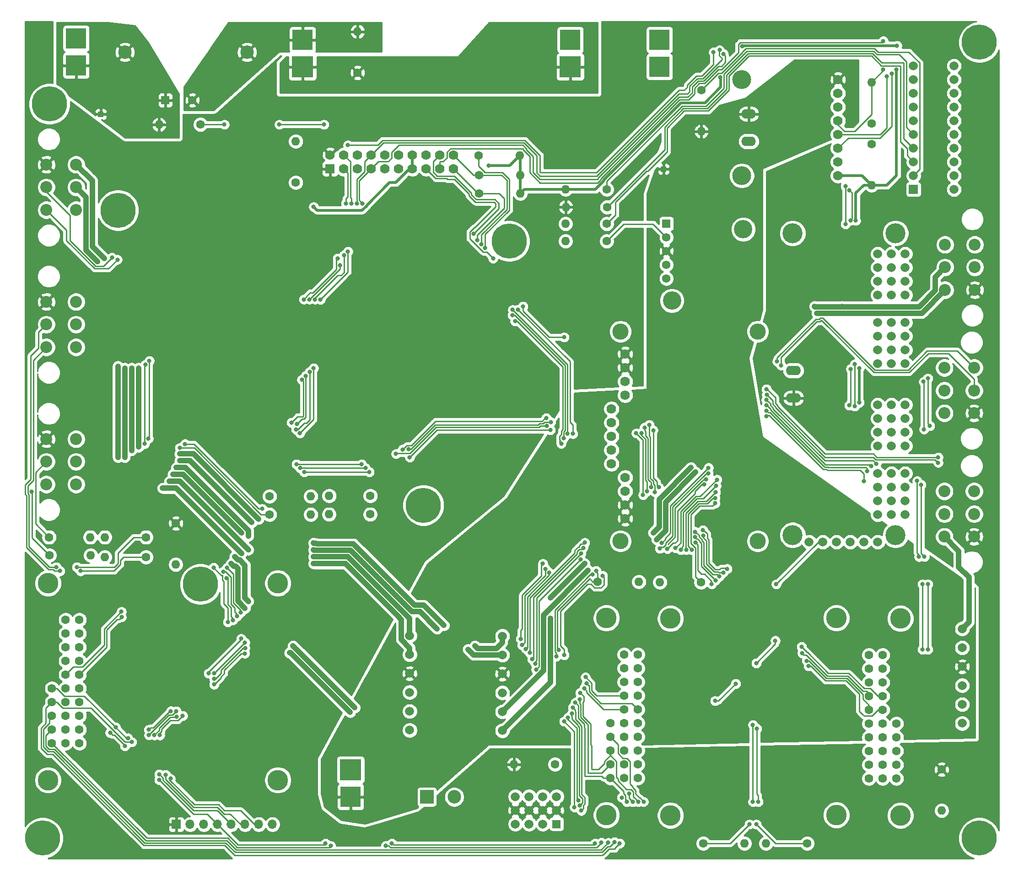
<source format=gtl>
G04 #@! TF.GenerationSoftware,KiCad,Pcbnew,(5.1.10-1-10_14)*
G04 #@! TF.CreationDate,2022-06-07T22:38:41-07:00*
G04 #@! TF.ProjectId,Control_Boards,436f6e74-726f-46c5-9f42-6f617264732e,rev?*
G04 #@! TF.SameCoordinates,Original*
G04 #@! TF.FileFunction,Copper,L1,Top*
G04 #@! TF.FilePolarity,Positive*
%FSLAX46Y46*%
G04 Gerber Fmt 4.6, Leading zero omitted, Abs format (unit mm)*
G04 Created by KiCad (PCBNEW (5.1.10-1-10_14)) date 2022-06-07 22:38:41*
%MOMM*%
%LPD*%
G01*
G04 APERTURE LIST*
G04 #@! TA.AperFunction,ComponentPad*
%ADD10O,1.600000X1.600000*%
G04 #@! TD*
G04 #@! TA.AperFunction,ComponentPad*
%ADD11C,1.600000*%
G04 #@! TD*
G04 #@! TA.AperFunction,ComponentPad*
%ADD12C,1.778000*%
G04 #@! TD*
G04 #@! TA.AperFunction,ComponentPad*
%ADD13O,2.700000X1.760000*%
G04 #@! TD*
G04 #@! TA.AperFunction,WasherPad*
%ADD14O,3.500000X3.500000*%
G04 #@! TD*
G04 #@! TA.AperFunction,ComponentPad*
%ADD15O,1.700000X1.700000*%
G04 #@! TD*
G04 #@! TA.AperFunction,ComponentPad*
%ADD16R,1.700000X1.700000*%
G04 #@! TD*
G04 #@! TA.AperFunction,ComponentPad*
%ADD17C,1.780000*%
G04 #@! TD*
G04 #@! TA.AperFunction,WasherPad*
%ADD18C,3.000000*%
G04 #@! TD*
G04 #@! TA.AperFunction,WasherPad*
%ADD19C,6.500000*%
G04 #@! TD*
G04 #@! TA.AperFunction,WasherPad*
%ADD20C,3.698499*%
G04 #@! TD*
G04 #@! TA.AperFunction,ComponentPad*
%ADD21C,1.670000*%
G04 #@! TD*
G04 #@! TA.AperFunction,ComponentPad*
%ADD22O,2.800000X1.760000*%
G04 #@! TD*
G04 #@! TA.AperFunction,SMDPad,CuDef*
%ADD23R,1.000000X1.000000*%
G04 #@! TD*
G04 #@! TA.AperFunction,ComponentPad*
%ADD24C,2.209800*%
G04 #@! TD*
G04 #@! TA.AperFunction,WasherPad*
%ADD25C,3.800000*%
G04 #@! TD*
G04 #@! TA.AperFunction,ComponentPad*
%ADD26C,1.560000*%
G04 #@! TD*
G04 #@! TA.AperFunction,ComponentPad*
%ADD27R,1.560000X1.560000*%
G04 #@! TD*
G04 #@! TA.AperFunction,WasherPad*
%ADD28C,3.400000*%
G04 #@! TD*
G04 #@! TA.AperFunction,ComponentPad*
%ADD29R,1.778000X1.778000*%
G04 #@! TD*
G04 #@! TA.AperFunction,ComponentPad*
%ADD30R,1.670000X1.670000*%
G04 #@! TD*
G04 #@! TA.AperFunction,ComponentPad*
%ADD31R,1.524000X1.524000*%
G04 #@! TD*
G04 #@! TA.AperFunction,ComponentPad*
%ADD32C,2.500000*%
G04 #@! TD*
G04 #@! TA.AperFunction,ComponentPad*
%ADD33R,2.500000X2.500000*%
G04 #@! TD*
G04 #@! TA.AperFunction,ComponentPad*
%ADD34R,4.000000X4.000000*%
G04 #@! TD*
G04 #@! TA.AperFunction,ComponentPad*
%ADD35R,3.800000X3.800000*%
G04 #@! TD*
G04 #@! TA.AperFunction,ComponentPad*
%ADD36C,1.550000*%
G04 #@! TD*
G04 #@! TA.AperFunction,ComponentPad*
%ADD37R,1.550000X1.550000*%
G04 #@! TD*
G04 #@! TA.AperFunction,ViaPad*
%ADD38C,0.800000*%
G04 #@! TD*
G04 #@! TA.AperFunction,Conductor*
%ADD39C,0.250000*%
G04 #@! TD*
G04 #@! TA.AperFunction,Conductor*
%ADD40C,0.500000*%
G04 #@! TD*
G04 #@! TA.AperFunction,Conductor*
%ADD41C,1.000000*%
G04 #@! TD*
G04 #@! TA.AperFunction,Conductor*
%ADD42C,0.254000*%
G04 #@! TD*
G04 #@! TA.AperFunction,Conductor*
%ADD43C,0.100000*%
G04 #@! TD*
G04 APERTURE END LIST*
D10*
X140208000Y-57785000D03*
D11*
X147828000Y-57785000D03*
D12*
X190627000Y-45656500D03*
X190627000Y-43116500D03*
X190627000Y-40576500D03*
X190627000Y-38036500D03*
X190627000Y-35496500D03*
X190627000Y-32956500D03*
X190627000Y-30416500D03*
X190627000Y-27876500D03*
D13*
X174117000Y-39306500D03*
X174117000Y-34226500D03*
D14*
X172847000Y-45656500D03*
X172847000Y-27876500D03*
D15*
X85979000Y-165735000D03*
X83439000Y-165735000D03*
X80899000Y-165735000D03*
X78359000Y-165735000D03*
X75819000Y-165735000D03*
X73279000Y-165735000D03*
X70739000Y-165735000D03*
D16*
X68199000Y-165735000D03*
D17*
X151257000Y-78676500D03*
X151257000Y-81216500D03*
X151257000Y-83756500D03*
X151257000Y-86296500D03*
X148717000Y-88836500D03*
X148717000Y-91376500D03*
X148717000Y-93916500D03*
X148717000Y-96456500D03*
X148717000Y-98996500D03*
D18*
X150377000Y-74506500D03*
X175777000Y-74506500D03*
X175777000Y-113306500D03*
X150377000Y-113306500D03*
D12*
X151257000Y-109156500D03*
X151257000Y-104076500D03*
X151257000Y-106616500D03*
X151257000Y-101536500D03*
D19*
X72644000Y-121285000D03*
X113919000Y-106680000D03*
X129794000Y-57785000D03*
X57404000Y-52070000D03*
D20*
X201277000Y-112186500D03*
X182245000Y-112186500D03*
X182245000Y-56324500D03*
X201277000Y-56324500D03*
D21*
X197993000Y-113474500D03*
X195453000Y-113474500D03*
X192913000Y-113474500D03*
X190373000Y-113474500D03*
X187833000Y-113474500D03*
X185293000Y-113474500D03*
D22*
X182397400Y-86804500D03*
X182397400Y-81724500D03*
D21*
X197993000Y-108394500D03*
X200533000Y-108394500D03*
X203073000Y-108394500D03*
X197993000Y-105854500D03*
X200533000Y-105854500D03*
X203073000Y-105854500D03*
X197993000Y-103314500D03*
X200533000Y-103314500D03*
X203073000Y-103314500D03*
X197993000Y-100774500D03*
X200533000Y-100774500D03*
X203073000Y-100774500D03*
X197993000Y-95694500D03*
X200533000Y-95694500D03*
X203073000Y-95694500D03*
X197993000Y-93154500D03*
X200533000Y-93154500D03*
X203073000Y-93154500D03*
X197993000Y-90614500D03*
X200533000Y-90614500D03*
X203073000Y-90614500D03*
X197993000Y-88074500D03*
X200533000Y-88074500D03*
X203073000Y-88074500D03*
X197993000Y-80454500D03*
X200533000Y-80454500D03*
X203073000Y-80454500D03*
X197993000Y-77914500D03*
X200533000Y-77914500D03*
X203073000Y-77914500D03*
X197993000Y-75374500D03*
X200533000Y-75374500D03*
X203073000Y-75374500D03*
X197993000Y-72834500D03*
X200533000Y-72834500D03*
X203073000Y-72834500D03*
X197993000Y-67754500D03*
X200533000Y-67754500D03*
X203073000Y-67754500D03*
X197993000Y-65214500D03*
X200533000Y-65214500D03*
X203073000Y-65214500D03*
X197993000Y-62674500D03*
X200533000Y-62674500D03*
X203073000Y-62674500D03*
X197993000Y-60134500D03*
X200533000Y-60134500D03*
X203073000Y-60134500D03*
D23*
X54229000Y-34290000D03*
X158369000Y-44450000D03*
D24*
X215950800Y-66822320D03*
X215950800Y-62621160D03*
X215950800Y-58420000D03*
X210439000Y-66822320D03*
X210439000Y-62621160D03*
X210439000Y-58420000D03*
D11*
X47715575Y-127854858D03*
X50255575Y-127854858D03*
X47715575Y-130394858D03*
X50255575Y-130394858D03*
X47715575Y-132934858D03*
X50255575Y-132934858D03*
X47715575Y-135474858D03*
X50255575Y-135474858D03*
X47715575Y-138014858D03*
X50255575Y-138014858D03*
X47715575Y-140554858D03*
X50255575Y-140554858D03*
X47715575Y-143094858D03*
X50255575Y-143094858D03*
X47715575Y-145634858D03*
X50255575Y-145634858D03*
X47715575Y-148174858D03*
X50255575Y-148174858D03*
X47715575Y-150714858D03*
X50255575Y-150714858D03*
X45175575Y-140554858D03*
X45175575Y-143094858D03*
X45175575Y-145634858D03*
X45175575Y-148174858D03*
X45175575Y-150714858D03*
D25*
X44445575Y-121094858D03*
X44445575Y-157543858D03*
X86990575Y-121094858D03*
X86990575Y-157543858D03*
D26*
X158877000Y-64706500D03*
X158877000Y-62166500D03*
X158877000Y-59626500D03*
X158877000Y-57086500D03*
D27*
X158877000Y-54546500D03*
D28*
X173107000Y-55576500D03*
X159907000Y-68776500D03*
D21*
X213614000Y-129540000D03*
X213614000Y-133040000D03*
X213614000Y-136540000D03*
X213614000Y-140040000D03*
X213614000Y-143540000D03*
X213614000Y-147040000D03*
X128524000Y-148391556D03*
X128524000Y-144891556D03*
X128524000Y-141391556D03*
X128524000Y-137891556D03*
X128524000Y-134391556D03*
X128524000Y-130891556D03*
X111379000Y-130810000D03*
X111379000Y-134310000D03*
X111379000Y-137810000D03*
X111379000Y-141310000D03*
X111379000Y-144810000D03*
X111379000Y-148310000D03*
D29*
X96647000Y-44386500D03*
D12*
X96647000Y-41846500D03*
X99187000Y-44386500D03*
X101727000Y-44386500D03*
X104267000Y-44386500D03*
X106807000Y-44386500D03*
X109347000Y-44386500D03*
X111887000Y-44386500D03*
X114427000Y-44386500D03*
X116967000Y-44386500D03*
X119507000Y-44386500D03*
X99187000Y-41846500D03*
X101727000Y-41846500D03*
X104267000Y-41846500D03*
X106807000Y-41846500D03*
X109347000Y-41846500D03*
X111887000Y-41846500D03*
X114427000Y-41846500D03*
X116967000Y-41846500D03*
X119507000Y-41846500D03*
D30*
X204597000Y-48196500D03*
D21*
X204597000Y-45656500D03*
X204597000Y-43116500D03*
X204597000Y-40576500D03*
X204597000Y-38036500D03*
X204597000Y-35496500D03*
X204597000Y-32956500D03*
X204597000Y-30416500D03*
X204597000Y-27876500D03*
X204597000Y-25336500D03*
X212097000Y-48196500D03*
X212097000Y-45656500D03*
X212097000Y-43116500D03*
X212097000Y-40576500D03*
X212097000Y-38036500D03*
X212097000Y-35496500D03*
X212097000Y-32956500D03*
X212097000Y-30416500D03*
X212097000Y-27876500D03*
X212097000Y-25336500D03*
X130937000Y-160591500D03*
X130937000Y-163131500D03*
X130937000Y-165671500D03*
X133477000Y-160591500D03*
X133477000Y-163131500D03*
X133477000Y-165671500D03*
X136017000Y-160591500D03*
X136017000Y-163131500D03*
X136017000Y-165671500D03*
X138557000Y-160591500D03*
D31*
X138557000Y-165671500D03*
D21*
X138557000Y-163131500D03*
D32*
X81277000Y-22796500D03*
X58677000Y-22796500D03*
D33*
X114554000Y-160655000D03*
D32*
X119634000Y-160655000D03*
D34*
X100457000Y-155655000D03*
D35*
X100457000Y-160655000D03*
X157607000Y-25510500D03*
X157607000Y-20510500D03*
D34*
X141097000Y-25510500D03*
D35*
X141097000Y-20510500D03*
X49657000Y-25256500D03*
X49657000Y-20256500D03*
D34*
X91567000Y-25510500D03*
D35*
X91567000Y-20510500D03*
D11*
X198914000Y-134395000D03*
X196374000Y-134395000D03*
X198914000Y-136935000D03*
X196374000Y-136935000D03*
X198914000Y-139475000D03*
X196374000Y-139475000D03*
X198914000Y-142015000D03*
X196374000Y-142015000D03*
X198914000Y-144555000D03*
X196374000Y-144555000D03*
X198914000Y-147095000D03*
X196374000Y-147095000D03*
X198914000Y-149635000D03*
X196374000Y-149635000D03*
X198914000Y-152175000D03*
X196374000Y-152175000D03*
X198914000Y-154715000D03*
X196374000Y-154715000D03*
X198914000Y-157255000D03*
X196374000Y-157255000D03*
X201454000Y-147095000D03*
X201454000Y-149635000D03*
X201454000Y-152175000D03*
X201454000Y-154715000D03*
X201454000Y-157255000D03*
D25*
X202184000Y-127635000D03*
X202184000Y-164084000D03*
X159639000Y-127635000D03*
X159639000Y-164084000D03*
D11*
X151056770Y-134312086D03*
X153596770Y-134312086D03*
X151056770Y-136852086D03*
X153596770Y-136852086D03*
X151056770Y-139392086D03*
X153596770Y-139392086D03*
X151056770Y-141932086D03*
X153596770Y-141932086D03*
X151056770Y-144472086D03*
X153596770Y-144472086D03*
X151056770Y-147012086D03*
X153596770Y-147012086D03*
X151056770Y-149552086D03*
X153596770Y-149552086D03*
X151056770Y-152092086D03*
X153596770Y-152092086D03*
X151056770Y-154632086D03*
X153596770Y-154632086D03*
X151056770Y-157172086D03*
X153596770Y-157172086D03*
X148516770Y-147012086D03*
X148516770Y-149552086D03*
X148516770Y-152092086D03*
X148516770Y-154632086D03*
X148516770Y-157172086D03*
D25*
X147786770Y-127552086D03*
X147786770Y-164001086D03*
X190331770Y-127552086D03*
X190331770Y-164001086D03*
D19*
X43434000Y-168275000D03*
X44704000Y-32385000D03*
X216789000Y-168275000D03*
X216789000Y-20955000D03*
D36*
X71167000Y-31686500D03*
D37*
X66167000Y-31686500D03*
D24*
X44145200Y-43604180D03*
X44145200Y-47805340D03*
X44145200Y-52006500D03*
X49657000Y-43604180D03*
X49657000Y-47805340D03*
X49657000Y-52006500D03*
X44145200Y-94404180D03*
X44145200Y-98605340D03*
X44145200Y-102806500D03*
X49657000Y-94404180D03*
X49657000Y-98605340D03*
X49657000Y-102806500D03*
X215823800Y-112478820D03*
X215823800Y-108277660D03*
X215823800Y-104076500D03*
X210312000Y-112478820D03*
X210312000Y-108277660D03*
X210312000Y-104076500D03*
X44145200Y-69004180D03*
X44145200Y-73205340D03*
X44145200Y-77406500D03*
X49657000Y-69004180D03*
X49657000Y-73205340D03*
X49657000Y-77406500D03*
X215823800Y-89618820D03*
X215823800Y-85417660D03*
X215823800Y-81216500D03*
X210312000Y-89618820D03*
X210312000Y-85417660D03*
X210312000Y-81216500D03*
D10*
X54940200Y-112585500D03*
D11*
X62560200Y-112585500D03*
D10*
X153787782Y-120852641D03*
D11*
X146167782Y-120852641D03*
D10*
X130657600Y-154622500D03*
D11*
X138277600Y-154622500D03*
D10*
X90297000Y-39306500D03*
D11*
X90297000Y-46926500D03*
D10*
X96481735Y-104918696D03*
D11*
X104101735Y-104918696D03*
D10*
X209804000Y-163195000D03*
D11*
X209804000Y-155575000D03*
D10*
X68097400Y-117640100D03*
D11*
X68097400Y-110020100D03*
D10*
X54965600Y-116268500D03*
D11*
X62585600Y-116268500D03*
D10*
X93078135Y-104994896D03*
D11*
X85458135Y-104994896D03*
D10*
X173320382Y-169265041D03*
D11*
X165700382Y-169265041D03*
D10*
X52273200Y-112585500D03*
D11*
X44653200Y-112585500D03*
D10*
X157683200Y-120916700D03*
D11*
X165303200Y-120916700D03*
D10*
X93078135Y-108373096D03*
D11*
X85458135Y-108373096D03*
D10*
X96456335Y-108347696D03*
D11*
X104076335Y-108347696D03*
D10*
X140233400Y-48196500D03*
D11*
X147853400Y-48196500D03*
D10*
X52349400Y-115938300D03*
D11*
X44729400Y-115938300D03*
D10*
X140208000Y-54571900D03*
D11*
X147828000Y-54571900D03*
D10*
X196842253Y-47430465D03*
D11*
X196842253Y-39810465D03*
D10*
X101727000Y-18986500D03*
D11*
X101727000Y-26606500D03*
D10*
X131851400Y-48958500D03*
D11*
X124231400Y-48958500D03*
D10*
X131826000Y-45554900D03*
D11*
X124206000Y-45554900D03*
D10*
X131775200Y-41922700D03*
D11*
X124155200Y-41922700D03*
D10*
X196842253Y-28380465D03*
D11*
X196842253Y-36000465D03*
D10*
X65024000Y-36195000D03*
D11*
X72644000Y-36195000D03*
D10*
X140284200Y-51473100D03*
D11*
X147904200Y-51473100D03*
D10*
X165354000Y-37465000D03*
D11*
X165354000Y-29845000D03*
D10*
X177292000Y-169278300D03*
D11*
X184912000Y-169278300D03*
D38*
X175604000Y-148027108D03*
X180069961Y-80755961D03*
X166644046Y-100777966D03*
X175514000Y-165735000D03*
X175879003Y-161560001D03*
X143654048Y-140573494D03*
X138514000Y-134620000D03*
X145176818Y-119522818D03*
X157660192Y-114660854D03*
X199009000Y-20740000D03*
X199009000Y-26035000D03*
X142029030Y-143211673D03*
X132879000Y-133277892D03*
X137196966Y-119162966D03*
X140589000Y-93435000D03*
X130429000Y-70485000D03*
X125349000Y-59055000D03*
X96774001Y-169720018D03*
X106934001Y-169720018D03*
X146863211Y-169101103D03*
X151584390Y-161585431D03*
X201549000Y-21590000D03*
X201459000Y-26035000D03*
X125984000Y-43815000D03*
X93599000Y-51435000D03*
X194564000Y-87630000D03*
X194563999Y-81279999D03*
X193929000Y-53975006D03*
X168808978Y-27415327D03*
X172923800Y-21721830D03*
X152018994Y-160020000D03*
X142838998Y-142625196D03*
X132183402Y-132559458D03*
X136471966Y-118455858D03*
X139864000Y-94216190D03*
X130416349Y-71497654D03*
X124624000Y-58347892D03*
X148126034Y-169138577D03*
X152654000Y-161560001D03*
X142929048Y-141394532D03*
X131937860Y-131425724D03*
X136021956Y-117475000D03*
X139413990Y-95250000D03*
X130868142Y-72585858D03*
X123899000Y-57629458D03*
X149266808Y-169023109D03*
X153654003Y-161560001D03*
X41439000Y-104140000D03*
X207264000Y-121285000D03*
X207264000Y-133350000D03*
X207623852Y-91973541D03*
X207264000Y-83184998D03*
X205994000Y-102870000D03*
X206629000Y-116205000D03*
X185185243Y-136429368D03*
X167259000Y-121285000D03*
X164273157Y-113565843D03*
X154559000Y-104775000D03*
X153289000Y-93345000D03*
X137414000Y-92710000D03*
X111379000Y-97790000D03*
X183885747Y-132879444D03*
X169390178Y-119136966D03*
X165725441Y-112283409D03*
X156734000Y-104216158D03*
X155711007Y-91796741D03*
X136653607Y-90534999D03*
X110077181Y-96339999D03*
X68834000Y-96055000D03*
X62314000Y-95300089D03*
X62484000Y-80645000D03*
X56276818Y-60817182D03*
X103196108Y-99785000D03*
X91131108Y-99785000D03*
X177400237Y-85176370D03*
X166223711Y-101834711D03*
X167884087Y-106310562D03*
X167894000Y-142875000D03*
X171704000Y-139700000D03*
X175514000Y-135890000D03*
X179031488Y-131737512D03*
X209169000Y-97790000D03*
X174879000Y-147320000D03*
X177434417Y-86175788D03*
X165857686Y-102837145D03*
X174244000Y-165735000D03*
X174879000Y-161560001D03*
X143912066Y-138479393D03*
X139964001Y-134390005D03*
X147085726Y-119712218D03*
X159053032Y-114739338D03*
X209169000Y-98790003D03*
X206263997Y-121285000D03*
X206263997Y-133350000D03*
X206539000Y-92620014D03*
X206464652Y-83785889D03*
X205269000Y-102162892D03*
X205616346Y-116217651D03*
X136706892Y-91985000D03*
X164174000Y-112570770D03*
X167969921Y-120560000D03*
X155284000Y-104067892D03*
X184843142Y-135450858D03*
X154301654Y-93332349D03*
X108839000Y-97155000D03*
X102489000Y-99060000D03*
X90424000Y-99060000D03*
X46681108Y-118835000D03*
X50491108Y-118835000D03*
X58039000Y-126365000D03*
X184012067Y-134031069D03*
X168685988Y-119861966D03*
X164174000Y-111570767D03*
X156009000Y-103349458D03*
X154830443Y-92270671D03*
X137498938Y-91259999D03*
X111183142Y-96324142D03*
X103914542Y-100510000D03*
X91849542Y-100510000D03*
X84074000Y-107315000D03*
X69799984Y-95330000D03*
X63039000Y-94329522D03*
X63209000Y-79937892D03*
X57300513Y-61204468D03*
X179362853Y-80048853D03*
X166662853Y-99733853D03*
X144072723Y-139665356D03*
X138964010Y-133470817D03*
X145883926Y-118815710D03*
X157999165Y-113685470D03*
X45974000Y-118110000D03*
X49784000Y-118110000D03*
X58051651Y-127377654D03*
X197738999Y-98965010D03*
X139954000Y-146685000D03*
X141859000Y-162560000D03*
X177351015Y-87172306D03*
X168225365Y-101931365D03*
X160566512Y-114592512D03*
X142986182Y-116697182D03*
X134773403Y-137086517D03*
X134599021Y-135961743D03*
X140679000Y-145977892D03*
X142584000Y-161290000D03*
X196750001Y-99415031D03*
X177419000Y-88169994D03*
X168100088Y-103081948D03*
X161544000Y-114935000D03*
X143093061Y-115564997D03*
X196025001Y-100370956D03*
X134032434Y-135137727D03*
X141374598Y-145259458D03*
X142813943Y-162263206D03*
X177419000Y-89169997D03*
X167980671Y-104226671D03*
X162544003Y-114935000D03*
X143481963Y-114539685D03*
X195414000Y-102235000D03*
X133604000Y-133985000D03*
X141579020Y-144120695D03*
X143134248Y-163210522D03*
X177419000Y-90170000D03*
X167921392Y-105311256D03*
X163544006Y-114935000D03*
X143788848Y-113587937D03*
X150625164Y-160761284D03*
X56964153Y-147759847D03*
X55938847Y-148785153D03*
X74171346Y-137782349D03*
X80191892Y-131372892D03*
X79414074Y-127214926D03*
X76874074Y-118959926D03*
X90351892Y-92637892D03*
X92874000Y-81987108D03*
X93856346Y-68567349D03*
X99224000Y-60397108D03*
X99571346Y-50787349D03*
X65024000Y-157480000D03*
X58674000Y-151220000D03*
X59236892Y-149770000D03*
X63106349Y-148212346D03*
X67186346Y-144767349D03*
X95809946Y-169270009D03*
X108078668Y-169270009D03*
X145669000Y-169270009D03*
X68199000Y-144780000D03*
X75184000Y-137795000D03*
X80899000Y-132080000D03*
X80121182Y-126507818D03*
X77581182Y-118252818D03*
X91059000Y-93345000D03*
X93599000Y-81280000D03*
X94869000Y-68580000D03*
X99949000Y-59690000D03*
X100584000Y-50800000D03*
X59944000Y-150495000D03*
X63119000Y-149225000D03*
X65036651Y-156467346D03*
X150239743Y-169254194D03*
X154654006Y-161560001D03*
X200609000Y-26793836D03*
X192024000Y-54610000D03*
X68211651Y-145792654D03*
X75196651Y-138807654D03*
X80911651Y-133092654D03*
X78706966Y-127922034D03*
X77461910Y-120143216D03*
X90478956Y-91645995D03*
X92149000Y-82705542D03*
X92836655Y-68561735D03*
X98499000Y-62230000D03*
X102584006Y-50800000D03*
X66232175Y-156589867D03*
X64131654Y-149237651D03*
X192989000Y-81432667D03*
X192728419Y-88167898D03*
X192024000Y-47624992D03*
X169425661Y-23121661D03*
X199644000Y-27305000D03*
X69383327Y-145646284D03*
X75185356Y-139844255D03*
X80862551Y-134091450D03*
X77724000Y-128270000D03*
X75103694Y-118220959D03*
X89520749Y-91359911D03*
X91424000Y-83430909D03*
X91806347Y-68566737D03*
X98044000Y-60960000D03*
X101584003Y-50800000D03*
X67124858Y-157284142D03*
X65151345Y-149243265D03*
X193714000Y-88337108D03*
X193713997Y-80572891D03*
X192749000Y-48332104D03*
X192928999Y-53974997D03*
X168718553Y-22414553D03*
X179199302Y-121285000D03*
X170112010Y-118444896D03*
X165624001Y-111288566D03*
X157459000Y-103326493D03*
X156436007Y-92788500D03*
X141589003Y-93435000D03*
X131441654Y-70472349D03*
X123223414Y-56429103D03*
X157099000Y-113030000D03*
X144399000Y-118745000D03*
X164297535Y-100543535D03*
X186736070Y-71120000D03*
X156464000Y-111760000D03*
X143764000Y-117475000D03*
X137414000Y-123825000D03*
X137414000Y-127635000D03*
X163449000Y-99695000D03*
X186309000Y-69850000D03*
X100370465Y-144993535D03*
X89154000Y-133985000D03*
X80899000Y-125730000D03*
X78359000Y-117475000D03*
X80264000Y-111760000D03*
X57404000Y-97790000D03*
X57404000Y-80952340D03*
X67564000Y-100965000D03*
X101219000Y-144145000D03*
X89789000Y-132715000D03*
X81534000Y-124460000D03*
X78994000Y-116205000D03*
X81534000Y-112395000D03*
X58674000Y-97790000D03*
X58674000Y-81280000D03*
X68199000Y-99695000D03*
X93599000Y-117475000D03*
X80264000Y-115570000D03*
X65659000Y-103505000D03*
X93599000Y-116205000D03*
X81534000Y-114935000D03*
X66929000Y-102235000D03*
X123444000Y-132715000D03*
X117729000Y-128905000D03*
X93599000Y-113665000D03*
X83439000Y-109220000D03*
X61214000Y-81280000D03*
X54864000Y-60960000D03*
X61214000Y-95885000D03*
X68834000Y-97155000D03*
X116459000Y-129540000D03*
X122174000Y-133350000D03*
X93599000Y-114935000D03*
X82169000Y-109855000D03*
X59944000Y-81280000D03*
X53594000Y-61595000D03*
X59944000Y-96520000D03*
X68834000Y-98425000D03*
X139954000Y-75565000D03*
X132334000Y-69850000D03*
X126799001Y-60960000D03*
X77089000Y-36195000D03*
X87249000Y-36195000D03*
X167593562Y-22811106D03*
X95504000Y-36195000D03*
X99949000Y-40005000D03*
D39*
X184912000Y-169278300D02*
X180962300Y-169278300D01*
X203816201Y-82064512D02*
X197249799Y-82064512D01*
X211046057Y-78555011D02*
X207325702Y-78555011D01*
X207325702Y-78555011D02*
X203816201Y-82064512D01*
X215823800Y-85417660D02*
X215823800Y-83332754D01*
X215823800Y-83332754D02*
X211046057Y-78555011D01*
X187580309Y-72395021D02*
X187575389Y-72395021D01*
X197249799Y-82064512D02*
X187580309Y-72395021D01*
X187575389Y-72395021D02*
X187311779Y-72658631D01*
X187311779Y-72658631D02*
X186715632Y-72658631D01*
X180087854Y-80738068D02*
X180069961Y-80755961D01*
X180087854Y-79286409D02*
X180087854Y-80738068D01*
X186715632Y-72658631D02*
X180087854Y-79286409D01*
X179057300Y-169278300D02*
X175514000Y-165735000D01*
X180962300Y-169278300D02*
X179057300Y-169278300D01*
X175879003Y-161560001D02*
X175879003Y-160385003D01*
X175604000Y-160110000D02*
X175604000Y-148027108D01*
X175879003Y-160385003D02*
X175604000Y-160110000D01*
X144133976Y-141344209D02*
X147261853Y-144472086D01*
X147261853Y-144472086D02*
X151056770Y-144472086D01*
X144133976Y-141053422D02*
X143654048Y-140573494D01*
X144133976Y-141344209D02*
X144133976Y-141053422D01*
X138514000Y-134054315D02*
X138239010Y-133779325D01*
X138514000Y-134620000D02*
X138514000Y-134054315D01*
X138239010Y-133779325D02*
X138239010Y-126071730D01*
X144787922Y-119522818D02*
X145176818Y-119522818D01*
X138239010Y-126071730D02*
X144787922Y-119522818D01*
X166255150Y-100777966D02*
X166644046Y-100777966D01*
X160069927Y-106963189D02*
X166255150Y-100777966D01*
X160039035Y-106963190D02*
X160069927Y-106963189D01*
X160039035Y-112385271D02*
X160039035Y-106963190D01*
X158749849Y-113674457D02*
X160039035Y-112385271D01*
X158749849Y-114007788D02*
X158749849Y-113674457D01*
X158347166Y-114410471D02*
X158749849Y-114007788D01*
X157910575Y-114410471D02*
X158347166Y-114410471D01*
X157660192Y-114660854D02*
X157910575Y-114410471D01*
X198794000Y-20955000D02*
X199009000Y-20740000D01*
X199009000Y-26213718D02*
X199009000Y-26035000D01*
X196842253Y-28380465D02*
X199009000Y-26213718D01*
X196842253Y-28380465D02*
X196842253Y-29281247D01*
X196842253Y-34335463D02*
X193712716Y-37465000D01*
X196842253Y-28380465D02*
X196842253Y-34335463D01*
X191841001Y-37465000D02*
X190627000Y-36250999D01*
X190627000Y-36250999D02*
X190627000Y-35496500D01*
X193712716Y-37465000D02*
X191841001Y-37465000D01*
X118924279Y-40632499D02*
X127881499Y-40632499D01*
X118292999Y-41263779D02*
X118924279Y-40632499D01*
X117549721Y-43060501D02*
X118292999Y-42317223D01*
X116967000Y-43129265D02*
X117035764Y-43060501D01*
X116967000Y-44386500D02*
X116967000Y-43129265D01*
X127881499Y-40632499D02*
X127889000Y-40640000D01*
X118292999Y-42317223D02*
X118292999Y-41263779D01*
X117035764Y-43060501D02*
X117549721Y-43060501D01*
X127455898Y-40640000D02*
X127889000Y-40640000D01*
X198754053Y-20994947D02*
X199009000Y-20740000D01*
X172577681Y-20994947D02*
X198754053Y-20994947D01*
X172198799Y-21373829D02*
X172577681Y-20994947D01*
X169071856Y-26035000D02*
X172198799Y-22908057D01*
X164958998Y-28575000D02*
X165987590Y-28575000D01*
X164084000Y-29449998D02*
X164958998Y-28575000D01*
X146703380Y-46412434D02*
X146703380Y-46231426D01*
X146703380Y-46231426D02*
X161329848Y-31604958D01*
X146125814Y-46990000D02*
X146703380Y-46412434D01*
X172198799Y-22908057D02*
X172198799Y-21373829D01*
X135509000Y-46990000D02*
X146125814Y-46990000D01*
X161329848Y-31604958D02*
X162959042Y-31604958D01*
X133604000Y-42086498D02*
X133604000Y-45085000D01*
X133604000Y-45085000D02*
X135509000Y-46990000D01*
X132334000Y-40640000D02*
X132334000Y-40816498D01*
X132334000Y-40816498D02*
X133604000Y-42086498D01*
X164084000Y-30480000D02*
X164084000Y-29449998D01*
X162959042Y-31604958D02*
X164084000Y-30480000D01*
X168527590Y-26035000D02*
X169071856Y-26035000D01*
X165987590Y-28575000D02*
X168527590Y-26035000D01*
X127889000Y-40640000D02*
X132334000Y-40640000D01*
X79442599Y-169995009D02*
X77722590Y-168275000D01*
X62735717Y-168275000D02*
X45175575Y-150714858D01*
X77722590Y-168275000D02*
X62735717Y-168275000D01*
X148516770Y-157172086D02*
X147246914Y-157172086D01*
X147246914Y-157172086D02*
X146919828Y-156845000D01*
X146919828Y-156845000D02*
X143764000Y-156845000D01*
X143764000Y-156845000D02*
X143764000Y-150495000D01*
X143659038Y-147212218D02*
X142549609Y-146102789D01*
X143659040Y-147850040D02*
X143659038Y-147212218D01*
X143764000Y-147955000D02*
X143659040Y-147850040D01*
X143764000Y-150495000D02*
X143764000Y-147955000D01*
X142549609Y-143732252D02*
X142029030Y-143211673D01*
X142549609Y-146102789D02*
X142549609Y-143732252D01*
X132879000Y-133277892D02*
X133153990Y-133002902D01*
X133153990Y-133002902D02*
X133153991Y-123594837D01*
X137196966Y-119551862D02*
X137196966Y-119162966D01*
X133153991Y-123594837D02*
X137196966Y-119551862D01*
X140589000Y-93435000D02*
X140589000Y-90170000D01*
X140589000Y-90170000D02*
X140589000Y-80645000D01*
X140589000Y-80645000D02*
X130429000Y-70485000D01*
X125349000Y-59055000D02*
X125349000Y-56515000D01*
X125349000Y-56515000D02*
X129794000Y-52070000D01*
X129793999Y-46353589D02*
X128525410Y-45085000D01*
X129794000Y-52070000D02*
X129793999Y-46353589D01*
X124155200Y-43909199D02*
X124155200Y-41922700D01*
X125331001Y-45085000D02*
X124155200Y-43909199D01*
X128525410Y-45085000D02*
X125331001Y-45085000D01*
X96499010Y-169995009D02*
X96774001Y-169720018D01*
X79442599Y-169995009D02*
X96499010Y-169995009D01*
X107499686Y-169720018D02*
X107774677Y-169995009D01*
X107774677Y-169995009D02*
X145722258Y-169995010D01*
X106934001Y-169720018D02*
X107499686Y-169720018D01*
X146863211Y-169148800D02*
X146863211Y-169101103D01*
X146017001Y-169995010D02*
X146863211Y-169148800D01*
X145722258Y-169995010D02*
X146017001Y-169995010D01*
X150973165Y-159628481D02*
X148516770Y-157172086D01*
X150973165Y-160036283D02*
X150973165Y-159628481D01*
X151350165Y-160413283D02*
X150973165Y-160036283D01*
X151350165Y-161351206D02*
X151584390Y-161585431D01*
X151350165Y-160413283D02*
X151350165Y-161351206D01*
D40*
X132613400Y-48196500D02*
X131851400Y-48958500D01*
X140233400Y-48196500D02*
X132613400Y-48196500D01*
X131851400Y-41998900D02*
X131775200Y-41922700D01*
X131851400Y-48958500D02*
X131851400Y-41998900D01*
X201459000Y-26035000D02*
X201459000Y-45630000D01*
X199658535Y-47430465D02*
X196842253Y-47430465D01*
X201459000Y-45630000D02*
X199658535Y-47430465D01*
X195068288Y-45656500D02*
X196842253Y-47430465D01*
X190627000Y-45656500D02*
X195068288Y-45656500D01*
X111887000Y-41846500D02*
X111887000Y-44386500D01*
X111328722Y-44386500D02*
X108788722Y-46926500D01*
X111887000Y-44386500D02*
X111328722Y-44386500D01*
X129882900Y-43815000D02*
X131775200Y-41922700D01*
X125984000Y-43815000D02*
X129882900Y-43815000D01*
X107632500Y-46926500D02*
X103434007Y-51124993D01*
X103434007Y-51124993D02*
X103434007Y-51208001D01*
X108788722Y-46926500D02*
X107632500Y-46926500D01*
X103434007Y-51208001D02*
X102572008Y-52070000D01*
X94234000Y-52070000D02*
X93599000Y-51435000D01*
X102572008Y-52070000D02*
X94234000Y-52070000D01*
X194563999Y-87064314D02*
X194563999Y-81279999D01*
X194564000Y-87630000D02*
X194563999Y-87064314D01*
X196842253Y-47430465D02*
X195393535Y-47430465D01*
X193929000Y-48895000D02*
X193929000Y-51435000D01*
X195393535Y-47430465D02*
X193929000Y-48895000D01*
X193929000Y-51435000D02*
X193929000Y-53975006D01*
X197663421Y-21590000D02*
X201549000Y-21590000D01*
X197643377Y-21569956D02*
X197663421Y-21590000D01*
X197663421Y-21590000D02*
X197643376Y-21569957D01*
X168958968Y-27305000D02*
X168919305Y-27305000D01*
X161568024Y-32179968D02*
X166013026Y-32179968D01*
X147278390Y-46469602D02*
X161568024Y-32179968D01*
X168958968Y-29234026D02*
X168958968Y-27305000D01*
X147278390Y-46650610D02*
X147278390Y-46469602D01*
X145732500Y-48196500D02*
X147278390Y-46650610D01*
X168919305Y-27305000D02*
X168808978Y-27415327D01*
X166013026Y-32179968D02*
X168958968Y-29234026D01*
X140233400Y-48196500D02*
X145732500Y-48196500D01*
X172923800Y-21640200D02*
X172974000Y-21590000D01*
X172923800Y-21721830D02*
X172923800Y-21640200D01*
X173183616Y-21721830D02*
X173335488Y-21569958D01*
X172923800Y-21721830D02*
X173183616Y-21721830D01*
X197643379Y-21569958D02*
X197663421Y-21590000D01*
X173335488Y-21569958D02*
X197643379Y-21569958D01*
D39*
X123215400Y-45554900D02*
X124206000Y-45554900D01*
X119507000Y-41846500D02*
X123215400Y-45554900D01*
X79256200Y-170445018D02*
X145908657Y-170445019D01*
X45175575Y-148174858D02*
X44050574Y-149299859D01*
X44635574Y-151839859D02*
X45664166Y-151839859D01*
X77536189Y-168725009D02*
X79256200Y-170445018D01*
X62549316Y-168725009D02*
X77536189Y-168725009D01*
X45664166Y-151839859D02*
X62549316Y-168725009D01*
X44050574Y-151254859D02*
X44635574Y-151839859D01*
X44050574Y-149299859D02*
X44050574Y-151254859D01*
X148516770Y-154632086D02*
X146938856Y-156210000D01*
X146938856Y-156210000D02*
X144399000Y-156210000D01*
X144109047Y-147030047D02*
X144109047Y-147025817D01*
X144399000Y-147320000D02*
X144109047Y-147030047D01*
X144399000Y-156210000D02*
X144399000Y-147320000D01*
X142838998Y-143385231D02*
X142838998Y-142625196D01*
X142999619Y-143545852D02*
X142838998Y-143385231D01*
X142999619Y-145916389D02*
X142999619Y-143545852D01*
X144109047Y-147025817D02*
X142999619Y-145916389D01*
X132183402Y-132559458D02*
X132662860Y-132080000D01*
X132703981Y-123455019D02*
X132703982Y-123408436D01*
X132662860Y-123496140D02*
X132703981Y-123455019D01*
X132662860Y-132080000D02*
X132662860Y-123496140D01*
X136471966Y-119640452D02*
X136471966Y-118455858D01*
X132703982Y-123408436D02*
X136471966Y-119640452D01*
X139864000Y-94216190D02*
X139863999Y-93086999D01*
X140138990Y-92812008D02*
X140138990Y-80831400D01*
X139863999Y-93086999D02*
X140138990Y-92812008D01*
X130805244Y-71497654D02*
X130416349Y-71497654D01*
X140138990Y-80831400D02*
X130805244Y-71497654D01*
X124624000Y-58347892D02*
X124624000Y-56603590D01*
X124624000Y-56603590D02*
X129343990Y-51883600D01*
X129343990Y-51883600D02*
X129343990Y-46539990D01*
X128358900Y-45554900D02*
X124206000Y-45554900D01*
X129343990Y-46539990D02*
X128358900Y-45554900D01*
X146819592Y-170445019D02*
X148126034Y-169138577D01*
X145908657Y-170445019D02*
X146819592Y-170445019D01*
X152019000Y-160655012D02*
X152018994Y-160655006D01*
X152018994Y-160655006D02*
X152018994Y-160020000D01*
X152018994Y-160924995D02*
X152654000Y-161560001D01*
X152018994Y-160655006D02*
X152018994Y-160924995D01*
X124079000Y-48958500D02*
X124231400Y-48958500D01*
X119507000Y-44386500D02*
X124079000Y-48958500D01*
X146095056Y-170895028D02*
X79069800Y-170895027D01*
X79069800Y-170895027D02*
X77349792Y-169175019D01*
X77349792Y-169175019D02*
X62362915Y-169175018D01*
X44704000Y-146106433D02*
X45175575Y-145634858D01*
X44704000Y-146981431D02*
X44704000Y-146106433D01*
X43600564Y-148084867D02*
X44704000Y-146981431D01*
X43600564Y-151441259D02*
X43600564Y-148084867D01*
X44449173Y-152289868D02*
X43600564Y-151441259D01*
X45477766Y-152289869D02*
X44449173Y-152289868D01*
X62362915Y-169175018D02*
X45477766Y-152289869D01*
X148516770Y-152092086D02*
X148516770Y-152967084D01*
X148516770Y-152967084D02*
X147391769Y-154092085D01*
X147391769Y-154092085D02*
X147391769Y-154487231D01*
X147391769Y-154487231D02*
X146304000Y-155575000D01*
X146304000Y-155575000D02*
X145034000Y-155575000D01*
X145034000Y-155575000D02*
X145034000Y-151765000D01*
X145034000Y-151765000D02*
X145034000Y-151130000D01*
X144849010Y-150945010D02*
X144849008Y-147129368D01*
X145034000Y-151130000D02*
X144849010Y-150945010D01*
X142929048Y-141405048D02*
X142929048Y-141394532D01*
X143563999Y-142039999D02*
X142929048Y-141405048D01*
X143449627Y-143087569D02*
X143563999Y-142973197D01*
X143449629Y-145729989D02*
X143449627Y-143087569D01*
X143563999Y-142973197D02*
X143563999Y-142039999D01*
X144849008Y-147129368D02*
X143449629Y-145729989D01*
X131937860Y-131425724D02*
X131937860Y-129814990D01*
X131937860Y-129814990D02*
X132212850Y-129540000D01*
X132253973Y-123268617D02*
X132253973Y-123222035D01*
X132212850Y-123309740D02*
X132253973Y-123268617D01*
X132212850Y-129540000D02*
X132212850Y-123309740D01*
X135746965Y-117749991D02*
X136021956Y-117475000D01*
X135746965Y-119729043D02*
X135746965Y-117749991D01*
X132253973Y-123222035D02*
X135746965Y-119729043D01*
X139254404Y-94679596D02*
X139138999Y-94564191D01*
X139138999Y-94564191D02*
X139138999Y-93868189D01*
X139138999Y-94795001D02*
X139254404Y-94679596D01*
X139138999Y-94975009D02*
X139138999Y-94795001D01*
X139413990Y-95250000D02*
X139138999Y-94975009D01*
X139413990Y-92900598D02*
X139688980Y-92625608D01*
X139413991Y-93593198D02*
X139413990Y-92900598D01*
X139138999Y-93868189D02*
X139413991Y-93593198D01*
X139688980Y-92625608D02*
X139688980Y-81017800D01*
X131257038Y-72585858D02*
X130868142Y-72585858D01*
X139688980Y-81017800D02*
X131257038Y-72585858D01*
X123899000Y-56692180D02*
X128893980Y-51697200D01*
X123899000Y-57629458D02*
X123899000Y-56692180D01*
X128893980Y-51697200D02*
X128893980Y-49899980D01*
X127952500Y-48958500D02*
X124231400Y-48958500D01*
X128893980Y-49899980D02*
X127952500Y-48958500D01*
X146095056Y-170895028D02*
X147005993Y-170895028D01*
X148426339Y-169863578D02*
X149266808Y-169023109D01*
X148037443Y-169863578D02*
X148426339Y-169863578D01*
X147005993Y-170895028D02*
X148037443Y-169863578D01*
X149641771Y-154092085D02*
X148516770Y-152967084D01*
X149641771Y-157007771D02*
X149641771Y-154092085D01*
X149931769Y-157297769D02*
X149641771Y-157007771D01*
X151514681Y-159294999D02*
X149931769Y-157712087D01*
X152366995Y-159294999D02*
X151514681Y-159294999D01*
X152743995Y-159671999D02*
X152366995Y-159294999D01*
X149931769Y-157712087D02*
X149931769Y-157297769D01*
X153379001Y-161284999D02*
X153654003Y-161560001D01*
X153002001Y-160835000D02*
X153379001Y-161212000D01*
X152743995Y-159671999D02*
X152743995Y-160649993D01*
X153379001Y-161212000D02*
X153379001Y-161284999D01*
X152929002Y-160835000D02*
X153002001Y-160835000D01*
X152743995Y-160649993D02*
X152929002Y-160835000D01*
X44729400Y-115938300D02*
X41529000Y-112737900D01*
X41529000Y-104230000D02*
X41439000Y-104140000D01*
X41529000Y-112737900D02*
X41529000Y-104230000D01*
X207264000Y-121285000D02*
X207264000Y-133350000D01*
X207264000Y-91613689D02*
X207264000Y-83184998D01*
X207623852Y-91973541D02*
X207264000Y-91613689D01*
X205994000Y-115570000D02*
X206629000Y-116205000D01*
X205994000Y-102870000D02*
X205994000Y-115570000D01*
X196914001Y-145680001D02*
X195464001Y-145680001D01*
X198039002Y-144555000D02*
X196914001Y-145680001D01*
X198914000Y-144555000D02*
X198039002Y-144555000D01*
X195464001Y-145680001D02*
X195199000Y-145415000D01*
X194564000Y-144780000D02*
X194564000Y-141609230D01*
X195199000Y-145415000D02*
X194564000Y-144780000D01*
X194564000Y-141609230D02*
X192099798Y-139145028D01*
X192099798Y-139145028D02*
X188289797Y-139145027D01*
X185574138Y-136429368D02*
X185185243Y-136429368D01*
X188289797Y-139145027D02*
X185574138Y-136429368D01*
X167259000Y-120719315D02*
X165919685Y-119380000D01*
X167259000Y-121285000D02*
X167259000Y-120719315D01*
X165354000Y-119380000D02*
X164719017Y-118745017D01*
X165919685Y-119380000D02*
X165354000Y-119380000D01*
X164719017Y-114011703D02*
X164273157Y-113565843D01*
X164719017Y-118745017D02*
X164719017Y-114011703D01*
X154559000Y-104775000D02*
X154559000Y-100965000D01*
X154559000Y-94615000D02*
X153289000Y-93345000D01*
X154559000Y-100965000D02*
X154559000Y-94615000D01*
X116459000Y-92710000D02*
X111379000Y-97790000D01*
X137414000Y-92710000D02*
X116459000Y-92710000D01*
X196624003Y-140600001D02*
X195464001Y-140600001D01*
X198039002Y-142015000D02*
X196624003Y-140600001D01*
X198914000Y-142015000D02*
X198039002Y-142015000D01*
X195464001Y-140600001D02*
X192659000Y-137795000D01*
X192659000Y-137795000D02*
X188849000Y-137795000D01*
X184918948Y-133912645D02*
X183885747Y-132879444D01*
X184966645Y-133912645D02*
X184918948Y-133912645D01*
X188849000Y-137795000D02*
X184966645Y-133912645D01*
X168597397Y-119136965D02*
X168472389Y-119011957D01*
X169390178Y-119136966D02*
X168597397Y-119136965D01*
X168472389Y-119011957D02*
X167694698Y-119011957D01*
X166254018Y-113200883D02*
X165725441Y-112672306D01*
X166254018Y-117571277D02*
X166254018Y-113200883D01*
X165725441Y-112672306D02*
X165725441Y-112283409D01*
X167694698Y-119011957D02*
X166254018Y-117571277D01*
X156734000Y-104216158D02*
X156734001Y-103001457D01*
X156459009Y-102227189D02*
X156184018Y-101952198D01*
X156459010Y-102726466D02*
X156459009Y-102227189D01*
X156734001Y-103001457D02*
X156459010Y-102726466D01*
X155909028Y-94055798D02*
X155711007Y-93857777D01*
X155909028Y-101677208D02*
X155909028Y-94055798D01*
X155711007Y-93857777D02*
X155711007Y-91796741D01*
X156184018Y-101952198D02*
X155909028Y-101677208D01*
X136412591Y-90534999D02*
X135862608Y-91084982D01*
X136653607Y-90534999D02*
X136412591Y-90534999D01*
X115904028Y-91359972D02*
X115899797Y-91359973D01*
X116179018Y-91084982D02*
X115904028Y-91359972D01*
X135862608Y-91084982D02*
X116179018Y-91084982D01*
X110094283Y-96339999D02*
X110077181Y-96339999D01*
X111660629Y-95599141D02*
X110835141Y-95599141D01*
X110835141Y-95599141D02*
X110094283Y-96339999D01*
X115899797Y-91359973D02*
X111660629Y-95599141D01*
X85458135Y-108373096D02*
X83862096Y-108373096D01*
X71544000Y-96055000D02*
X68834000Y-96055000D01*
X83862096Y-108373096D02*
X71544000Y-96055000D01*
X62314000Y-80815000D02*
X62484000Y-80645000D01*
X62314000Y-95300089D02*
X62314000Y-80815000D01*
X53252269Y-62420009D02*
X48514000Y-57681740D01*
X54673991Y-62420009D02*
X53252269Y-62420009D01*
X56276818Y-60817182D02*
X54673991Y-62420009D01*
X44145200Y-48610954D02*
X44145200Y-47805340D01*
X48514000Y-52979754D02*
X44145200Y-48610954D01*
X48514000Y-57681740D02*
X48514000Y-52979754D01*
X103196108Y-99785000D02*
X101493990Y-99785000D01*
X101493990Y-99785000D02*
X91131108Y-99785000D01*
X159199858Y-113860858D02*
X160489046Y-112571670D01*
X207905682Y-97784027D02*
X197830836Y-97784027D01*
X197201809Y-97155000D02*
X188218230Y-97155000D01*
X197830836Y-97784027D02*
X197201809Y-97155000D01*
X179494029Y-88430799D02*
X179494028Y-88262793D01*
X188218230Y-97155000D02*
X179494029Y-88430799D01*
X179044017Y-86712386D02*
X177508001Y-85176370D01*
X179044019Y-87812784D02*
X179044017Y-86712386D01*
X177508001Y-85176370D02*
X177400237Y-85176370D01*
X179494028Y-88262793D02*
X179044019Y-87812784D01*
X160489046Y-112571670D02*
X160489046Y-107180480D01*
X160489046Y-107180480D02*
X164124263Y-103545263D01*
X164124263Y-103545263D02*
X164187793Y-103481733D01*
X164124263Y-103545263D02*
X165448155Y-102221371D01*
X165834815Y-101834711D02*
X166223711Y-101834711D01*
X165448155Y-102221371D02*
X165834815Y-101834711D01*
X167383488Y-106811161D02*
X165065721Y-106811161D01*
X167884087Y-106310562D02*
X167383488Y-106811161D01*
X163449000Y-113766992D02*
X164269007Y-114586999D01*
X163449000Y-108427882D02*
X163449000Y-113766992D01*
X165065721Y-106811161D02*
X163449000Y-108427882D01*
X164269007Y-119882507D02*
X165303200Y-120916700D01*
X164269007Y-114586999D02*
X164269007Y-119882507D01*
X152981086Y-141932086D02*
X153596770Y-141932086D01*
X167894000Y-142875000D02*
X168529000Y-142875000D01*
X168529000Y-142875000D02*
X171704000Y-139700000D01*
X179031488Y-132372512D02*
X179031488Y-131737512D01*
X175514000Y-135890000D02*
X179031488Y-132372512D01*
X209163027Y-97784027D02*
X209169000Y-97790000D01*
X207905682Y-97784027D02*
X209163027Y-97784027D01*
X44653200Y-112585500D02*
X42164000Y-110096300D01*
X42164000Y-100586540D02*
X44145200Y-98605340D01*
X42164000Y-110096300D02*
X42164000Y-100586540D01*
X165700382Y-169265041D02*
X169443959Y-169265041D01*
X197650409Y-98240010D02*
X197200399Y-97790000D01*
X207336345Y-98240010D02*
X197650409Y-98240010D01*
X197200399Y-97790000D02*
X188216820Y-97790000D01*
X179044019Y-88617199D02*
X179044019Y-88449194D01*
X188216820Y-97790000D02*
X179044019Y-88617199D01*
X177434417Y-86182706D02*
X177434417Y-86175788D01*
X178594011Y-87999186D02*
X178594009Y-87342298D01*
X178594009Y-87342298D02*
X177434417Y-86182706D01*
X179044019Y-88449194D02*
X178594011Y-87999186D01*
X170713959Y-169265041D02*
X174244000Y-165735000D01*
X169443959Y-169265041D02*
X170713959Y-169265041D01*
X174879000Y-161560001D02*
X174879000Y-147320000D01*
X151056770Y-141932086D02*
X145994675Y-141932086D01*
X145994675Y-141932086D02*
X145033998Y-140971409D01*
X145033998Y-139601325D02*
X143912066Y-138479393D01*
X145033998Y-140971409D02*
X145033998Y-139601325D01*
X139964001Y-134390005D02*
X139964001Y-133360001D01*
X139964001Y-133360001D02*
X139319000Y-132715000D01*
X139319000Y-132715000D02*
X139319000Y-126365000D01*
X139319000Y-126365000D02*
X139319000Y-126264560D01*
X139319000Y-126264560D02*
X144298560Y-121285000D01*
X144935139Y-121285000D02*
X145570139Y-121920000D01*
X144298560Y-121285000D02*
X144935139Y-121285000D01*
X145627781Y-121977642D02*
X146707783Y-121977642D01*
X145570139Y-121920000D02*
X145627781Y-121977642D01*
X147292783Y-119919275D02*
X147085726Y-119712218D01*
X147292783Y-121392642D02*
X147292783Y-119919275D01*
X146707783Y-121977642D02*
X147292783Y-121392642D01*
X165468791Y-102837145D02*
X165857686Y-102837145D01*
X160939057Y-113194661D02*
X160939057Y-107755775D01*
X164194991Y-104110945D02*
X165468791Y-102837145D01*
X159053032Y-114739338D02*
X160153063Y-113639307D01*
X160494411Y-113639307D02*
X160939057Y-113194661D01*
X164194991Y-104499841D02*
X164194991Y-104110945D01*
X160939057Y-107755775D02*
X164194991Y-104499841D01*
X160153063Y-113639307D02*
X160494411Y-113639307D01*
X208820999Y-98515001D02*
X208893998Y-98515001D01*
X208546008Y-98240010D02*
X208820999Y-98515001D01*
X208893998Y-98515001D02*
X209169000Y-98790003D01*
X207336345Y-98240010D02*
X208546008Y-98240010D01*
X206263997Y-121285000D02*
X206263997Y-133080003D01*
X206263997Y-133080003D02*
X206263997Y-133350000D01*
X206539000Y-92620014D02*
X206539000Y-83860237D01*
X206539000Y-83860237D02*
X206464652Y-83785889D01*
X205616346Y-115828756D02*
X205616346Y-116217651D01*
X205268988Y-115481398D02*
X205616346Y-115828756D01*
X205269000Y-102162892D02*
X205268988Y-115481398D01*
X195248999Y-142555001D02*
X195248999Y-141657819D01*
X196374000Y-144555000D02*
X196374000Y-143680002D01*
X196374000Y-143680002D02*
X195248999Y-142555001D01*
X111078696Y-97064999D02*
X111078695Y-97064999D01*
X116272599Y-92259991D02*
X111467591Y-97064999D01*
X111467591Y-97064999D02*
X111078696Y-97064999D01*
X164621158Y-112840842D02*
X164444072Y-112840842D01*
X165354000Y-117944079D02*
X165354000Y-113750770D01*
X164444072Y-112840842D02*
X164174000Y-112570770D01*
X165354000Y-113750770D02*
X164998158Y-113394928D01*
X164998158Y-113217842D02*
X164621158Y-112840842D01*
X164998158Y-113394928D02*
X164998158Y-113217842D01*
X136706892Y-91985000D02*
X135599000Y-91985000D01*
X195248999Y-141657819D02*
X192286199Y-138695019D01*
X185232038Y-135450858D02*
X184843142Y-135450858D01*
X188476198Y-138695018D02*
X185232038Y-135450858D01*
X192286199Y-138695019D02*
X188476198Y-138695018D01*
X135599000Y-91985000D02*
X135324010Y-92259990D01*
X155009009Y-94428599D02*
X154301654Y-93721244D01*
X155284000Y-102325000D02*
X155009010Y-102050010D01*
X155009010Y-102050010D02*
X155009009Y-94428599D01*
X154301654Y-93721244D02*
X154301654Y-93332349D01*
X135324010Y-92259990D02*
X116272599Y-92259991D01*
X155284000Y-104067892D02*
X155284000Y-102325000D01*
X167969921Y-120560000D02*
X165354000Y-117944079D01*
X111078696Y-97064999D02*
X110212705Y-97064999D01*
X108929001Y-97064999D02*
X108839000Y-97155000D01*
X110212705Y-97064999D02*
X108929001Y-97064999D01*
X102489000Y-99060000D02*
X90424000Y-99060000D01*
X44517599Y-118560009D02*
X40443990Y-114486400D01*
X40263990Y-102863600D02*
X41263980Y-101863610D01*
X40443990Y-104854402D02*
X40263989Y-104674401D01*
X40263989Y-104674401D02*
X40263990Y-102863600D01*
X40443990Y-114486400D02*
X40443990Y-104854402D01*
X42715299Y-77553701D02*
X42715299Y-74635241D01*
X42715299Y-74635241D02*
X44145200Y-73205340D01*
X41263980Y-79005020D02*
X42715299Y-77553701D01*
X41263980Y-101863610D02*
X41263980Y-79005020D01*
X46681107Y-118835001D02*
X46681108Y-118835000D01*
X45625999Y-118835001D02*
X46681107Y-118835001D01*
X45351007Y-118560009D02*
X45625999Y-118835001D01*
X44517599Y-118560009D02*
X45351007Y-118560009D01*
X58425510Y-116268500D02*
X62585600Y-116268500D01*
X57854009Y-117661401D02*
X57854010Y-116840000D01*
X56680410Y-118835000D02*
X57854009Y-117661401D01*
X57854010Y-116840000D02*
X58425510Y-116268500D01*
X50491108Y-118835000D02*
X56680410Y-118835000D01*
X58039000Y-126365000D02*
X54864000Y-129540000D01*
X49130574Y-136599859D02*
X47715575Y-138014858D01*
X50795576Y-136599859D02*
X49130574Y-136599859D01*
X54864000Y-132531435D02*
X50795576Y-136599859D01*
X54864000Y-129540000D02*
X54864000Y-132531435D01*
X195914011Y-141050011D02*
X195277600Y-141050010D01*
X196374000Y-141510000D02*
X195914011Y-141050011D01*
X196374000Y-142015000D02*
X196374000Y-141510000D01*
X192472600Y-138245010D02*
X188662599Y-138245009D01*
X195277600Y-141050010D02*
X192472600Y-138245010D01*
X184780244Y-134362654D02*
X184391349Y-134362654D01*
X188662599Y-138245009D02*
X184780244Y-134362654D01*
X184343652Y-134362654D02*
X184012067Y-134031069D01*
X184391349Y-134362654D02*
X184343652Y-134362654D01*
X168285989Y-119461967D02*
X167508298Y-119461967D01*
X168685988Y-119861966D02*
X168285989Y-119461967D01*
X164449002Y-111845769D02*
X164174000Y-111570767D01*
X164899001Y-112222769D02*
X164522001Y-111845769D01*
X164899001Y-112482275D02*
X164899001Y-112222769D01*
X165448168Y-113208528D02*
X165448167Y-113031441D01*
X165448167Y-113031441D02*
X164899001Y-112482275D01*
X165804009Y-113564369D02*
X165448168Y-113208528D01*
X165804010Y-117757679D02*
X165804009Y-113564369D01*
X164522001Y-111845769D02*
X164449002Y-111845769D01*
X167508298Y-119461967D02*
X165804010Y-117757679D01*
X155734010Y-102140010D02*
X155734009Y-102138599D01*
X155829000Y-102235000D02*
X155734010Y-102140010D01*
X155830410Y-102235000D02*
X155829000Y-102235000D01*
X156009000Y-102413590D02*
X155830410Y-102235000D01*
X156009000Y-103349458D02*
X156009000Y-102413590D01*
X155734009Y-102138599D02*
X155459018Y-101863608D01*
X155459018Y-101863608D02*
X155459018Y-94242198D01*
X154830443Y-92788136D02*
X154830443Y-92270671D01*
X155026655Y-92984348D02*
X154830443Y-92788136D01*
X155026655Y-93809834D02*
X155026655Y-92984348D01*
X155459018Y-94242198D02*
X155026655Y-93809834D01*
X137498938Y-91259999D02*
X136324001Y-91259999D01*
X136324001Y-91259999D02*
X136049010Y-91534990D01*
X135412599Y-91534991D02*
X135137608Y-91809982D01*
X136049010Y-91534990D02*
X135412599Y-91534991D01*
X135137608Y-91809982D02*
X116086198Y-91809982D01*
X116086198Y-91809982D02*
X112012590Y-95883590D01*
X111572038Y-96324142D02*
X111183142Y-96324142D01*
X112012590Y-95883590D02*
X111572038Y-96324142D01*
X103914542Y-100510000D02*
X91849542Y-100510000D01*
X84074000Y-107315000D02*
X83440410Y-107315000D01*
X71455410Y-95330000D02*
X69799984Y-95330000D01*
X83440410Y-107315000D02*
X71455410Y-95330000D01*
X63209000Y-94159522D02*
X63209000Y-79937892D01*
X63039000Y-94329522D02*
X63209000Y-94159522D01*
X53065868Y-62870018D02*
X47879000Y-57683150D01*
X55634962Y-62870019D02*
X53065868Y-62870018D01*
X57300513Y-61204468D02*
X55634962Y-62870019D01*
X47879000Y-55740300D02*
X44145200Y-52006500D01*
X47879000Y-57683150D02*
X47879000Y-55740300D01*
X159589024Y-106776790D02*
X159589024Y-111809976D01*
X179362853Y-79375000D02*
X179362853Y-80048853D01*
X187766709Y-71945010D02*
X187388989Y-71945010D01*
X186529232Y-72208621D02*
X179362853Y-79375000D01*
X187125379Y-72208621D02*
X186529232Y-72208621D01*
X197436199Y-81614501D02*
X187766709Y-71945010D01*
X187388989Y-71945010D02*
X187125379Y-72208621D01*
X215823800Y-81216500D02*
X212712300Y-78105000D01*
X212712300Y-78105000D02*
X207139302Y-78105000D01*
X203629801Y-81614501D02*
X197436199Y-81614501D01*
X207139302Y-78105000D02*
X203629801Y-81614501D01*
X159883526Y-106513180D02*
X165075353Y-101321353D01*
X159852635Y-106513180D02*
X159883526Y-106513180D01*
X159589024Y-106776790D02*
X159852635Y-106513180D01*
X165075353Y-101321353D02*
X166662853Y-99733853D01*
X144583987Y-141157809D02*
X146773263Y-143347085D01*
X152471769Y-143347085D02*
X153596770Y-144472086D01*
X146773263Y-143347085D02*
X152471769Y-143347085D01*
X144583987Y-140176620D02*
X144072723Y-139665356D01*
X144583987Y-141157809D02*
X144583987Y-140176620D01*
X144665575Y-120281575D02*
X145236641Y-120852641D01*
X138689020Y-126258130D02*
X144665575Y-120281575D01*
X138689020Y-133355020D02*
X138689020Y-126258130D01*
X145236641Y-120852641D02*
X146167782Y-120852641D01*
X138804817Y-133470817D02*
X138689020Y-133355020D01*
X138964010Y-133470817D02*
X138804817Y-133470817D01*
X146167782Y-120852641D02*
X146167782Y-119243782D01*
X145883926Y-118959926D02*
X145883926Y-118815710D01*
X146167782Y-119243782D02*
X145883926Y-118959926D01*
X157999165Y-113685470D02*
X158634870Y-113049765D01*
X158634870Y-112764130D02*
X159589024Y-111809976D01*
X158634870Y-113049765D02*
X158634870Y-112764130D01*
X60313602Y-112585500D02*
X57404000Y-115495102D01*
X62560200Y-112585500D02*
X60313602Y-112585500D01*
X57404000Y-115495102D02*
X57404000Y-117475000D01*
X57404000Y-117475000D02*
X56769000Y-118110000D01*
X44704000Y-118110000D02*
X40894000Y-114300000D01*
X40713999Y-104488001D02*
X40713999Y-103050001D01*
X40894000Y-104668002D02*
X40713999Y-104488001D01*
X40894000Y-114300000D02*
X40894000Y-104668002D01*
X41713990Y-79837710D02*
X44145200Y-77406500D01*
X41713990Y-102050010D02*
X41713990Y-79837710D01*
X40713999Y-103050001D02*
X41713990Y-102050010D01*
X44704000Y-118110000D02*
X45974000Y-118110000D01*
X49784000Y-118110000D02*
X56769000Y-118110000D01*
X57651652Y-127777653D02*
X57262757Y-127777653D01*
X58051651Y-127377654D02*
X57651652Y-127777653D01*
X55314010Y-132956423D02*
X50255575Y-138014858D01*
X55314010Y-129726400D02*
X55314010Y-132956423D01*
X57262757Y-127777653D02*
X55314010Y-129726400D01*
X141859000Y-148590000D02*
X141859000Y-162560000D01*
X139954000Y-146685000D02*
X141859000Y-148590000D01*
X197738999Y-98965010D02*
X197198989Y-98425000D01*
X197198989Y-98425000D02*
X197104000Y-98425000D01*
X197198989Y-98425000D02*
X188215410Y-98425000D01*
X177623702Y-87444993D02*
X177351015Y-87172306D01*
X178144001Y-87821993D02*
X177767001Y-87444993D01*
X178594010Y-88635595D02*
X178144001Y-88185586D01*
X178144001Y-88185586D02*
X178144001Y-87821993D01*
X178594011Y-88803601D02*
X178594010Y-88635595D01*
X177767001Y-87444993D02*
X177623702Y-87444993D01*
X188215410Y-98425000D02*
X178594011Y-88803601D01*
X168225365Y-101931365D02*
X165145609Y-105011121D01*
X165145609Y-105011121D02*
X164320121Y-105011121D01*
X164320121Y-105011121D02*
X161544000Y-107787242D01*
X161544000Y-113615024D02*
X160566512Y-114592512D01*
X161544000Y-107787242D02*
X161544000Y-113615024D01*
X142986182Y-116697182D02*
X135324031Y-124359333D01*
X135324031Y-136535889D02*
X134773403Y-137086517D01*
X135324031Y-124359333D02*
X135324031Y-136535889D01*
X140589000Y-146246998D02*
X142309010Y-147967008D01*
X140589000Y-146067892D02*
X140589000Y-146246998D01*
X140679000Y-145977892D02*
X140589000Y-146067892D01*
X142584000Y-161302912D02*
X142584000Y-161290000D01*
X142309010Y-161015010D02*
X142584000Y-161290000D01*
X142309010Y-147967008D02*
X142309010Y-161015010D01*
X196750001Y-99413999D02*
X196476031Y-99140029D01*
X196476031Y-99140029D02*
X188291208Y-99140028D01*
X196750001Y-99415031D02*
X196750001Y-99413999D01*
X188027600Y-98876421D02*
X188027600Y-98873600D01*
X188291208Y-99140028D02*
X188027600Y-98876421D01*
X177491999Y-88169994D02*
X177419000Y-88169994D01*
X178144001Y-88821996D02*
X177491999Y-88169994D01*
X178144001Y-88990001D02*
X178144001Y-88821996D01*
X188027600Y-98873600D02*
X178144001Y-88990001D01*
X165720905Y-105461131D02*
X164506521Y-105461131D01*
X168100088Y-103081948D02*
X165720905Y-105461131D01*
X164506521Y-105461131D02*
X161994010Y-107973642D01*
X161994010Y-114190319D02*
X161784089Y-114400240D01*
X161994010Y-107973642D02*
X161994010Y-114190319D01*
X161784089Y-114694911D02*
X161544000Y-114935000D01*
X161784089Y-114400240D02*
X161784089Y-114694911D01*
X134599021Y-135663115D02*
X134599021Y-135961743D01*
X134848705Y-135413431D02*
X134599021Y-135663115D01*
X134848705Y-123809353D02*
X134848705Y-135413431D01*
X143093061Y-115564997D02*
X134848705Y-123809353D01*
X196025001Y-100370956D02*
X196025001Y-99886001D01*
X196025001Y-99886001D02*
X195834000Y-99695000D01*
X188744038Y-99590038D02*
X188104807Y-99590037D01*
X188849000Y-99695000D02*
X188744038Y-99590038D01*
X195834000Y-99695000D02*
X188849000Y-99695000D01*
X188104807Y-99590037D02*
X178049770Y-89535000D01*
X141224000Y-145449890D02*
X141404001Y-145629891D01*
X141224000Y-145410056D02*
X141224000Y-145449890D01*
X141374598Y-145259458D02*
X141224000Y-145410056D01*
X141404001Y-145629891D02*
X141404001Y-146230001D01*
X141404001Y-146230001D02*
X142494000Y-147320000D01*
X142494000Y-147515588D02*
X142759020Y-147780608D01*
X142494000Y-147320000D02*
X142494000Y-147515588D01*
X142759020Y-160392018D02*
X143309001Y-160941999D01*
X142759020Y-147780608D02*
X142759020Y-160392018D01*
X143309001Y-161768148D02*
X142813943Y-162263206D01*
X143309001Y-160941999D02*
X143309001Y-161768148D01*
X134032434Y-135137727D02*
X134159279Y-135137727D01*
X134159279Y-135137727D02*
X134329003Y-134968003D01*
X177784003Y-89535000D02*
X177419000Y-89169997D01*
X178049770Y-89535000D02*
X177784003Y-89535000D01*
X166296201Y-105911141D02*
X164692921Y-105911141D01*
X167980671Y-104226671D02*
X166296201Y-105911141D01*
X164692921Y-105911141D02*
X162444020Y-108160042D01*
X162444020Y-114835017D02*
X162544003Y-114935000D01*
X162444020Y-108160042D02*
X162444020Y-114835017D01*
X143481963Y-114582037D02*
X143224004Y-114839996D01*
X143481963Y-114539685D02*
X143481963Y-114582037D01*
X142745060Y-114839996D02*
X142368060Y-115216996D01*
X143224004Y-114839996D02*
X142745060Y-114839996D01*
X134329003Y-123692645D02*
X134329003Y-124550003D01*
X142368060Y-115653588D02*
X134329003Y-123692645D01*
X142368060Y-115216996D02*
X142368060Y-115653588D01*
X134329003Y-124550003D02*
X134329003Y-124367177D01*
X134329003Y-134968003D02*
X134329003Y-124550003D01*
X195414000Y-100832957D02*
X194726053Y-100145010D01*
X195414000Y-102235000D02*
X195414000Y-100832957D01*
X194726053Y-100145010D02*
X194113990Y-100145010D01*
X188557637Y-100040047D02*
X187918406Y-100040046D01*
X188662600Y-100145010D02*
X188557637Y-100040047D01*
X194113990Y-100145010D02*
X188662600Y-100145010D01*
X187918406Y-100040046D02*
X177863370Y-89985010D01*
X141979019Y-144520694D02*
X141979019Y-144790877D01*
X141979019Y-144790877D02*
X142099599Y-144911457D01*
X141579020Y-144120695D02*
X141979019Y-144520694D01*
X142099599Y-144911457D02*
X142099599Y-146289189D01*
X142944010Y-147133600D02*
X142944010Y-147329188D01*
X142944010Y-147329188D02*
X143209030Y-147594208D01*
X142099599Y-146289189D02*
X142944010Y-147133600D01*
X143209030Y-147594208D02*
X143209030Y-160205618D01*
X143759011Y-160755599D02*
X143759011Y-161920011D01*
X143209030Y-160205618D02*
X143759011Y-160755599D01*
X143538944Y-162805826D02*
X143134248Y-163210522D01*
X143538944Y-162174615D02*
X143538944Y-162805826D01*
X143759010Y-161954549D02*
X143538944Y-162174615D01*
X143759011Y-161920011D02*
X143759010Y-161954549D01*
X133604000Y-133985000D02*
X133604000Y-124455768D01*
X177603990Y-89985010D02*
X177419000Y-90170000D01*
X177863370Y-89985010D02*
X177603990Y-89985010D01*
X167433752Y-105410000D02*
X166482601Y-106361151D01*
X167822648Y-105410000D02*
X167433752Y-105410000D01*
X167921392Y-105311256D02*
X167822648Y-105410000D01*
X166482601Y-106361151D02*
X164879321Y-106361151D01*
X164879321Y-106361151D02*
X162894030Y-108346442D01*
X163269004Y-114659998D02*
X163544006Y-114935000D01*
X163269004Y-114586999D02*
X163269004Y-114659998D01*
X162894030Y-114212025D02*
X163269004Y-114586999D01*
X162894030Y-108346442D02*
X162894030Y-114212025D01*
X141918050Y-115030596D02*
X141918050Y-115467188D01*
X142558659Y-114389987D02*
X141918050Y-115030596D01*
X142756962Y-114191684D02*
X142756962Y-114389986D01*
X142756962Y-114389986D02*
X142558659Y-114389987D01*
X143614316Y-113814684D02*
X143133962Y-113814684D01*
X143788848Y-113640152D02*
X143614316Y-113814684D01*
X143133962Y-113814684D02*
X142756962Y-114191684D01*
X143788848Y-113587937D02*
X143788848Y-113640152D01*
X141918050Y-115467188D02*
X133604000Y-123781238D01*
X133604000Y-123781238D02*
X133604000Y-124460000D01*
X46050573Y-140554858D02*
X47465572Y-141969857D01*
X47465572Y-141969857D02*
X50785267Y-141969857D01*
X45175575Y-140554858D02*
X46050573Y-140554858D01*
X73914000Y-163830000D02*
X75819000Y-165735000D01*
X51174163Y-141969857D02*
X56964153Y-147759847D01*
X50785267Y-141969857D02*
X51174163Y-141969857D01*
X55938847Y-148785153D02*
X56379399Y-149225705D01*
X56379399Y-149225705D02*
X56768295Y-149225705D01*
X71372590Y-163830000D02*
X73914000Y-163830000D01*
X56964153Y-147759847D02*
X59064306Y-149860000D01*
X74171346Y-137782349D02*
X74171346Y-137537654D01*
X80191892Y-131517108D02*
X80191892Y-131372892D01*
X74171346Y-137537654D02*
X80191892Y-131517108D01*
X78994000Y-126453638D02*
X78994000Y-125628150D01*
X79414074Y-126873712D02*
X78994000Y-126453638D01*
X79414074Y-127214926D02*
X79414074Y-126873712D01*
X78994000Y-125628150D02*
X78315127Y-124949277D01*
X78315127Y-124949277D02*
X78315127Y-119971127D01*
X77303926Y-118959926D02*
X76874074Y-118959926D01*
X78315127Y-119971127D02*
X77303926Y-118959926D01*
X91890998Y-91440000D02*
X92327590Y-91440000D01*
X90424000Y-92710000D02*
X90620998Y-92710000D01*
X90620998Y-92710000D02*
X91890998Y-91440000D01*
X90351892Y-92637892D02*
X90424000Y-92710000D01*
X92874000Y-90893590D02*
X92874000Y-81987108D01*
X92327590Y-91440000D02*
X92874000Y-90893590D01*
X93856346Y-68567349D02*
X93856346Y-68322654D01*
X98044000Y-64135000D02*
X98677590Y-64135000D01*
X93856346Y-68322654D02*
X98044000Y-64135000D01*
X99224000Y-63588590D02*
X99224000Y-60397108D01*
X98677590Y-64135000D02*
X99224000Y-63588590D01*
X79629000Y-169545000D02*
X75819000Y-165735000D01*
X99949000Y-45148500D02*
X99187000Y-44386500D01*
X99949000Y-49530000D02*
X99949000Y-45148500D01*
X99571346Y-49907654D02*
X99949000Y-49530000D01*
X99571346Y-50787349D02*
X99571346Y-49907654D01*
X65024000Y-157481410D02*
X65024000Y-157480000D01*
X71187600Y-163645010D02*
X65024000Y-157481410D01*
X71189010Y-163645010D02*
X71187600Y-163645010D01*
X71372590Y-163828590D02*
X71189010Y-163645010D01*
X71372590Y-163830000D02*
X71372590Y-163828590D01*
X58674000Y-151130000D02*
X58489010Y-150945010D01*
X58489010Y-150945010D02*
X58487599Y-150945009D01*
X58674000Y-151220000D02*
X58674000Y-151130000D01*
X58487599Y-150945009D02*
X56768295Y-149225705D01*
X59064306Y-149860000D02*
X59309000Y-149860000D01*
X59309000Y-149842108D02*
X59236892Y-149770000D01*
X59309000Y-149860000D02*
X59309000Y-149842108D01*
X63506348Y-147812347D02*
X63895243Y-147812347D01*
X63106349Y-148212346D02*
X63506348Y-147812347D01*
X66940241Y-144767349D02*
X67186346Y-144767349D01*
X63895243Y-147812347D02*
X66940241Y-144767349D01*
X95534955Y-169545000D02*
X95809946Y-169270009D01*
X79629000Y-169545000D02*
X95534955Y-169545000D01*
X108353659Y-169545000D02*
X145535858Y-169545000D01*
X108078668Y-169270009D02*
X108353659Y-169545000D01*
X145535858Y-169403151D02*
X145669000Y-169270009D01*
X145535858Y-169545000D02*
X145535858Y-169403151D01*
X44050574Y-144219859D02*
X45175575Y-143094858D01*
X44050574Y-146998447D02*
X44050574Y-144219859D01*
X43150554Y-147898467D02*
X44050574Y-146998447D01*
X43150554Y-151627659D02*
X43150554Y-147898467D01*
X44262772Y-152739877D02*
X43150554Y-151627659D01*
X45291365Y-152739878D02*
X44262772Y-152739877D01*
X78994000Y-171450000D02*
X78889037Y-171345037D01*
X78883399Y-171345036D02*
X77163391Y-169625028D01*
X62176514Y-169625027D02*
X45291365Y-152739878D01*
X77163391Y-169625028D02*
X62176514Y-169625027D01*
X146176498Y-171450000D02*
X78994000Y-171450000D01*
X78889037Y-171345037D02*
X78883399Y-171345036D01*
X47175574Y-144219859D02*
X52398859Y-144219859D01*
X46050573Y-143094858D02*
X47175574Y-144219859D01*
X45175575Y-143094858D02*
X46050573Y-143094858D01*
X71374000Y-163195000D02*
X75819000Y-163195000D01*
X52398859Y-144219859D02*
X58674000Y-150495000D01*
X75184000Y-137795000D02*
X80899000Y-132080000D01*
X80121182Y-126118922D02*
X78765137Y-124762877D01*
X80121182Y-126507818D02*
X80121182Y-126118922D01*
X78765137Y-119436773D02*
X77581182Y-118252818D01*
X78765137Y-124762877D02*
X78765137Y-119436773D01*
X93599000Y-90805000D02*
X93599000Y-81280000D01*
X91059000Y-93345000D02*
X93599000Y-90805000D01*
X94869000Y-68580000D02*
X99949000Y-63500000D01*
X99949000Y-63500000D02*
X99949000Y-59690000D01*
X75819000Y-163195000D02*
X78359000Y-165735000D01*
X100401001Y-43060501D02*
X99187000Y-41846500D01*
X100584000Y-49895998D02*
X100401001Y-49712999D01*
X100401001Y-49712999D02*
X100401001Y-43060501D01*
X100584000Y-50800000D02*
X100584000Y-49895998D01*
X58674000Y-150495000D02*
X59944000Y-150495000D01*
X63119000Y-149225000D02*
X66851650Y-145492350D01*
X67486650Y-145492350D02*
X68199000Y-144780000D01*
X66851650Y-145492350D02*
X67486650Y-145492350D01*
X71374000Y-163195000D02*
X66294000Y-158115000D01*
X65749001Y-157131999D02*
X65084348Y-156467346D01*
X65084348Y-156467346D02*
X65036651Y-156467346D01*
X65749001Y-157570001D02*
X65749001Y-157131999D01*
X66294000Y-158115000D02*
X65749001Y-157570001D01*
X147043962Y-171345038D02*
X147192394Y-171345037D01*
X146939000Y-171450000D02*
X147043962Y-171345038D01*
X146176498Y-171450000D02*
X146939000Y-171450000D01*
X148223843Y-170313588D02*
X149345412Y-170313588D01*
X147192394Y-171345037D02*
X148223843Y-170313588D01*
X149345412Y-170148525D02*
X150239743Y-169254194D01*
X149345412Y-170313588D02*
X149345412Y-170148525D01*
X149931769Y-152632087D02*
X149931769Y-150967085D01*
X152181771Y-158277771D02*
X152181771Y-154092085D01*
X152654000Y-158750000D02*
X152181771Y-158277771D01*
X152654000Y-158945594D02*
X152654000Y-158750000D01*
X151596771Y-153507085D02*
X150806767Y-153507085D01*
X153194005Y-159485599D02*
X152654000Y-158945594D01*
X152181771Y-154092085D02*
X151596771Y-153507085D01*
X149931769Y-150967085D02*
X148516770Y-149552086D01*
X150806767Y-153507085D02*
X149931769Y-152632087D01*
X154002004Y-160835000D02*
X154379004Y-161212000D01*
X154379004Y-161212000D02*
X154379004Y-161284999D01*
X154379004Y-161284999D02*
X154654006Y-161560001D01*
X153929005Y-160835000D02*
X154002004Y-160835000D01*
X153194005Y-160100000D02*
X153929005Y-160835000D01*
X153194005Y-159485599D02*
X153194005Y-160100000D01*
X200609000Y-26793836D02*
X200609000Y-36500000D01*
X192518036Y-38685464D02*
X190627000Y-40576500D01*
X198423536Y-38685464D02*
X192518036Y-38685464D01*
X200609000Y-36500000D02*
X198423536Y-38685464D01*
X75196651Y-138807654D02*
X75441346Y-138807654D01*
X76454000Y-137795000D02*
X76454000Y-137161410D01*
X75441346Y-138807654D02*
X76454000Y-137795000D01*
X80522756Y-133092654D02*
X80911651Y-133092654D01*
X76454000Y-137161410D02*
X80522756Y-133092654D01*
X78706966Y-127580820D02*
X78359000Y-127232854D01*
X78359000Y-127232854D02*
X78359000Y-125629560D01*
X78706966Y-127922034D02*
X78706966Y-127580820D01*
X77724000Y-124994560D02*
X77724000Y-120016410D01*
X78359000Y-125629560D02*
X77724000Y-124994560D01*
X77597194Y-120143216D02*
X77461910Y-120143216D01*
X77724000Y-120016410D02*
X77597194Y-120143216D01*
X90478956Y-91645995D02*
X91417761Y-90707190D01*
X91417761Y-90707190D02*
X91791810Y-90707190D01*
X92149000Y-90350000D02*
X92149000Y-82705542D01*
X91791810Y-90707190D02*
X92149000Y-90350000D01*
X98498999Y-62899391D02*
X98498999Y-62410001D01*
X92836655Y-68561735D02*
X98498999Y-62899391D01*
X98498999Y-62410001D02*
X98499000Y-62410000D01*
X75820410Y-162560000D02*
X71375410Y-162560000D01*
X80098002Y-165735000D02*
X78193002Y-163830000D01*
X77090410Y-163830000D02*
X75820410Y-162560000D01*
X78193002Y-163830000D02*
X77090410Y-163830000D01*
X80899000Y-165735000D02*
X80098002Y-165735000D01*
X103729501Y-44386500D02*
X104267000Y-44386500D01*
X98498999Y-62230001D02*
X98499000Y-62230000D01*
X98498999Y-62410001D02*
X98498999Y-62230001D01*
X102309004Y-50451999D02*
X102034013Y-50177008D01*
X102309004Y-50524998D02*
X102309004Y-50451999D01*
X102584006Y-50800000D02*
X102309004Y-50524998D01*
X102034013Y-46619487D02*
X104267000Y-44386500D01*
X102034013Y-50177008D02*
X102034013Y-46619487D01*
X71375410Y-162560000D02*
X66199011Y-157383601D01*
X66232175Y-156912435D02*
X66232175Y-156589867D01*
X66199011Y-156945599D02*
X66232175Y-156912435D01*
X66199011Y-157383601D02*
X66199011Y-156945599D01*
X64131654Y-149237651D02*
X65024705Y-148344600D01*
X65024705Y-148344600D02*
X65024705Y-147955705D01*
X67038050Y-145942360D02*
X68061945Y-145942360D01*
X68061945Y-145942360D02*
X68211651Y-145792654D01*
X65024705Y-147955705D02*
X67038050Y-145942360D01*
X192989000Y-87907317D02*
X192728419Y-88167898D01*
X192989000Y-81432667D02*
X192989000Y-87907317D01*
X192024000Y-54610000D02*
X192024000Y-47624992D01*
X169799000Y-23495000D02*
X169425661Y-23121661D01*
X132335410Y-40005000D02*
X132969000Y-40638590D01*
X108021001Y-42429221D02*
X108021001Y-41375777D01*
X164772598Y-28124990D02*
X165801190Y-28124990D01*
X162812590Y-31115000D02*
X163633990Y-30293600D01*
X146253371Y-46045025D02*
X161183396Y-31115000D01*
X169070446Y-25400000D02*
X169799000Y-24671446D01*
X146253370Y-46226034D02*
X146253371Y-46045025D01*
X161183396Y-31115000D02*
X162812590Y-31115000D01*
X169799000Y-24671446D02*
X169799000Y-23495000D01*
X135510410Y-46355000D02*
X146124404Y-46355000D01*
X134239000Y-45083590D02*
X135510410Y-46355000D01*
X134239000Y-42085088D02*
X134239000Y-45083590D01*
X165801190Y-28124990D02*
X168526180Y-25400000D01*
X108021001Y-41375777D02*
X109391778Y-40005000D01*
X163633991Y-29263597D02*
X164772598Y-28124990D01*
X109391778Y-40005000D02*
X132335410Y-40005000D01*
X132969000Y-40638590D02*
X132969000Y-40815088D01*
X107389721Y-43060501D02*
X108021001Y-42429221D01*
X104267000Y-44386500D02*
X105592999Y-43060501D01*
X163633990Y-30293600D02*
X163633991Y-29263597D01*
X146124404Y-46355000D02*
X146253370Y-46226034D01*
X132969000Y-40815088D02*
X134239000Y-42085088D01*
X105592999Y-43060501D02*
X107389721Y-43060501D01*
X168526180Y-25400000D02*
X169070446Y-25400000D01*
X199644000Y-27305000D02*
X199644000Y-36828590D01*
X198436090Y-38036500D02*
X190627000Y-38036500D01*
X199644000Y-36828590D02*
X198436090Y-38036500D01*
X80098002Y-163195000D02*
X77091820Y-163195000D01*
X82638002Y-165735000D02*
X80098002Y-163195000D01*
X83439000Y-165735000D02*
X82638002Y-165735000D01*
X76006811Y-162109991D02*
X71561811Y-162109991D01*
X77091820Y-163195000D02*
X76006811Y-162109991D01*
X75544652Y-139532655D02*
X76454000Y-138623307D01*
X75351345Y-139532655D02*
X75544652Y-139532655D01*
X75185356Y-139698644D02*
X75351345Y-139532655D01*
X76454000Y-138623307D02*
X76454000Y-138431410D01*
X75185356Y-139844255D02*
X75185356Y-139698644D01*
X77089000Y-137796410D02*
X77089000Y-137162820D01*
X76454000Y-138431410D02*
X77089000Y-137796410D01*
X80160370Y-134091450D02*
X80862551Y-134091450D01*
X77089000Y-137162820D02*
X80160370Y-134091450D01*
X77724000Y-128270000D02*
X77724000Y-125630970D01*
X76999000Y-124905970D02*
X76999000Y-121285000D01*
X77724000Y-125630970D02*
X76999000Y-124905970D01*
X75103694Y-118262548D02*
X75103694Y-118220959D01*
X76526073Y-119684927D02*
X75103694Y-118262548D01*
X76764952Y-119767172D02*
X76682708Y-119684927D01*
X76736909Y-119795215D02*
X76764952Y-119767172D01*
X76999000Y-120753308D02*
X76736909Y-120491217D01*
X76736909Y-120491217D02*
X76736909Y-119795215D01*
X76682708Y-119684927D02*
X76526073Y-119684927D01*
X76999000Y-121285000D02*
X76999000Y-120753308D01*
X90623480Y-90257180D02*
X91605410Y-90257180D01*
X89520749Y-91359911D02*
X90623480Y-90257180D01*
X91605410Y-90257180D02*
X91694000Y-90168590D01*
X91694000Y-83700909D02*
X91424000Y-83430909D01*
X91694000Y-90168590D02*
X91694000Y-83700909D01*
X91806347Y-68566737D02*
X92329000Y-68044084D01*
X92329000Y-68044084D02*
X92329000Y-67945000D01*
X92964000Y-67310000D02*
X93451980Y-67310000D01*
X92329000Y-67945000D02*
X92964000Y-67310000D01*
X93451980Y-67310000D02*
X97774000Y-62987980D01*
X97774000Y-61230000D02*
X98044000Y-60960000D01*
X97774000Y-62987980D02*
X97774000Y-61230000D01*
X103052999Y-43060501D02*
X104267000Y-41846500D01*
X101584003Y-46326219D02*
X103052999Y-44857223D01*
X103052999Y-44857223D02*
X103052999Y-43060501D01*
X101584003Y-50800000D02*
X101584003Y-46326219D01*
X71561811Y-162109991D02*
X66930410Y-157478590D01*
X66930410Y-157478590D02*
X67124858Y-157284142D01*
X68511956Y-146517655D02*
X69383327Y-145646284D01*
X67099165Y-146517655D02*
X68511956Y-146517655D01*
X65151345Y-148854370D02*
X65474715Y-148531000D01*
X65474715Y-148142105D02*
X67099165Y-146517655D01*
X65474715Y-148531000D02*
X65474715Y-148142105D01*
X65151345Y-149243265D02*
X65151345Y-148854370D01*
X193714000Y-80572894D02*
X193713997Y-80572891D01*
X193714000Y-88337108D02*
X193714000Y-80572894D01*
X193203999Y-53699997D02*
X192928999Y-53974997D01*
X193203999Y-48787103D02*
X193203999Y-53699997D01*
X192749000Y-48332104D02*
X193203999Y-48787103D01*
X104267000Y-41846500D02*
X106558510Y-39554990D01*
X106558510Y-39554990D02*
X132521811Y-39554991D01*
X134874000Y-41907180D02*
X134874000Y-45082180D01*
X132521811Y-39554991D02*
X134874000Y-41907180D01*
X134874000Y-45082180D02*
X135511820Y-45720000D01*
X135511820Y-45720000D02*
X145941986Y-45720000D01*
X145941986Y-45720000D02*
X161181986Y-30480000D01*
X161181986Y-30480000D02*
X162811180Y-30480000D01*
X162811180Y-30480000D02*
X163183981Y-30107199D01*
X163183982Y-29077196D02*
X164586198Y-27674980D01*
X163183981Y-30107199D02*
X163183982Y-29077196D01*
X165614790Y-27674980D02*
X169159770Y-24130000D01*
X164586198Y-27674980D02*
X165614790Y-27674980D01*
X168700660Y-22432446D02*
X168718553Y-22414553D01*
X168700660Y-23469662D02*
X168700660Y-22432446D01*
X169159770Y-23928772D02*
X168700660Y-23469662D01*
X169159770Y-24130000D02*
X169159770Y-23928772D01*
X187009802Y-113474500D02*
X179199302Y-121285000D01*
X187833000Y-113474500D02*
X187009802Y-113474500D01*
X168685421Y-118588579D02*
X168658789Y-118561947D01*
X169957256Y-118290142D02*
X168983858Y-118290142D01*
X168983858Y-118290142D02*
X168685421Y-118588579D01*
X170112010Y-118444896D02*
X169957256Y-118290142D01*
X168658789Y-118561947D02*
X167881098Y-118561947D01*
X165893843Y-111558408D02*
X165624001Y-111288566D01*
X166450442Y-111935408D02*
X166073442Y-111558408D01*
X166450442Y-112760896D02*
X166450442Y-111935408D01*
X166704027Y-113014482D02*
X166450442Y-112760896D01*
X166704028Y-117384877D02*
X166704027Y-113014482D01*
X166073442Y-111558408D02*
X165893843Y-111558408D01*
X167881098Y-118561947D02*
X166704028Y-117384877D01*
X157184010Y-102315780D02*
X156464000Y-101595770D01*
X157184010Y-103051502D02*
X157184010Y-102315780D01*
X157459000Y-103326493D02*
X157184010Y-103051502D01*
X156464000Y-92816493D02*
X156436007Y-92788500D01*
X156464000Y-101595770D02*
X156464000Y-92816493D01*
X141589003Y-93435000D02*
X141589003Y-91805003D01*
X141039010Y-80069705D02*
X131441654Y-70472349D01*
X141039010Y-91255010D02*
X141039010Y-80069705D01*
X141589003Y-91805003D02*
X141039010Y-91255010D01*
X123223414Y-56429103D02*
X127889000Y-51763517D01*
X127889000Y-51763517D02*
X127889000Y-50800000D01*
X127172501Y-50083501D02*
X123691399Y-50083501D01*
X123691399Y-50083501D02*
X122809000Y-49201102D01*
X127889000Y-50800000D02*
X127172501Y-50083501D01*
X122809000Y-49201102D02*
X122809000Y-48895000D01*
X122809000Y-48895000D02*
X119634000Y-45720000D01*
X115752999Y-43060501D02*
X116967000Y-41846500D01*
X115752999Y-45013999D02*
X115752999Y-43060501D01*
X116459000Y-45720000D02*
X115752999Y-45013999D01*
X119634000Y-45720000D02*
X116459000Y-45720000D01*
D41*
X144399000Y-118745000D02*
X136149042Y-126994958D01*
X136149042Y-126994958D02*
X136149042Y-137266514D01*
X136149042Y-137266514D02*
X128524000Y-144891556D01*
X158764013Y-111364987D02*
X157099000Y-113030000D01*
X158764013Y-106077057D02*
X158764013Y-111364987D01*
X164297535Y-100543535D02*
X158764013Y-106077057D01*
X191389000Y-71120000D02*
X186736070Y-71120000D01*
X206141320Y-71120000D02*
X191389000Y-71120000D01*
X210439000Y-66822320D02*
X206141320Y-71120000D01*
X208634099Y-64426061D02*
X208634099Y-66930151D01*
X210439000Y-62621160D02*
X208634099Y-64426061D01*
X208634099Y-66930151D02*
X205644260Y-69919990D01*
X205644260Y-69919990D02*
X195834000Y-69919990D01*
X191458990Y-69919990D02*
X191389000Y-69850000D01*
X195834000Y-69919990D02*
X191458990Y-69919990D01*
X143764000Y-117475000D02*
X139954000Y-121285000D01*
X139954000Y-121285000D02*
X137414000Y-123825000D01*
X137344010Y-139571546D02*
X128524000Y-148391556D01*
X137414000Y-127635000D02*
X137414000Y-139501556D01*
X137414000Y-139501556D02*
X137344010Y-139571546D01*
X157564002Y-110660008D02*
X156464000Y-111760000D01*
X157564002Y-105579998D02*
X157564002Y-110660008D01*
X163449000Y-99695000D02*
X157564002Y-105579998D01*
X186378990Y-69919990D02*
X186309000Y-69850000D01*
X191458990Y-69919990D02*
X186378990Y-69919990D01*
X89361930Y-133985000D02*
X89154000Y-133985000D01*
X100370465Y-144993535D02*
X89361930Y-133985000D01*
X80899000Y-125730000D02*
X79590147Y-124421147D01*
X78854019Y-117970019D02*
X78359000Y-117475000D01*
X79590147Y-118347418D02*
X79212748Y-117970019D01*
X79212748Y-117970019D02*
X78854019Y-117970019D01*
X79590147Y-124421147D02*
X79590147Y-118347418D01*
X80264000Y-111760000D02*
X78994000Y-110490000D01*
X78994000Y-110490000D02*
X69469000Y-100965000D01*
X57404000Y-97790000D02*
X57404000Y-80952340D01*
X67564000Y-100965000D02*
X69469000Y-100965000D01*
X101219000Y-144145000D02*
X89789000Y-132715000D01*
X81534000Y-124460000D02*
X80899000Y-123825000D01*
X79559009Y-116770009D02*
X78994000Y-116205000D01*
X80899000Y-117760636D02*
X79908373Y-116770009D01*
X79908373Y-116770009D02*
X79559009Y-116770009D01*
X80899000Y-123825000D02*
X80899000Y-117760636D01*
X58674000Y-97790000D02*
X58674000Y-81280000D01*
X81534000Y-111332930D02*
X81534000Y-112395000D01*
X69896070Y-99695000D02*
X81534000Y-111332930D01*
X68199000Y-99695000D02*
X69896070Y-99695000D01*
X210312000Y-112478820D02*
X212979000Y-115145820D01*
X212979000Y-115145820D02*
X212979000Y-118110000D01*
X212979000Y-118110000D02*
X214884000Y-120015000D01*
X214884000Y-128270000D02*
X213614000Y-129540000D01*
X214884000Y-120015000D02*
X214884000Y-128270000D01*
X109843999Y-131546801D02*
X109843999Y-127900001D01*
X111379000Y-133081802D02*
X109843999Y-131546801D01*
X111379000Y-134310000D02*
X111379000Y-133081802D01*
X109474000Y-127530002D02*
X109474000Y-127427070D01*
X109843999Y-127900001D02*
X109474000Y-127530002D01*
X99521930Y-117475000D02*
X93599000Y-117475000D01*
X109474000Y-127427070D02*
X99521930Y-117475000D01*
X80264000Y-115570000D02*
X68199000Y-103505000D01*
X68199000Y-103505000D02*
X65659000Y-103505000D01*
X111379000Y-130810000D02*
X111379000Y-127635000D01*
X111379000Y-127635000D02*
X99949000Y-116205000D01*
X99949000Y-116205000D02*
X93599000Y-116205000D01*
X81534000Y-114935000D02*
X68903990Y-102304990D01*
X68834000Y-102235000D02*
X68903990Y-102304990D01*
X66929000Y-102235000D02*
X68834000Y-102235000D01*
X128524000Y-132080000D02*
X127412454Y-133191546D01*
X128524000Y-130891556D02*
X128524000Y-132080000D01*
X127412454Y-133191546D02*
X124714000Y-133191546D01*
X123920546Y-133191546D02*
X123444000Y-132715000D01*
X124714000Y-133191546D02*
X123920546Y-133191546D01*
X113988990Y-125164990D02*
X113781060Y-125164990D01*
X117729000Y-128905000D02*
X113988990Y-125164990D01*
X113781060Y-125164990D02*
X112303130Y-125164990D01*
X112303130Y-125164990D02*
X110853570Y-123715430D01*
X93668991Y-113734991D02*
X93599000Y-113665000D01*
X94096061Y-113734991D02*
X93668991Y-113734991D01*
X94166050Y-113804980D02*
X94096061Y-113734991D01*
X100943120Y-113804980D02*
X94166050Y-113804980D01*
X110853570Y-123715430D02*
X100943120Y-113804980D01*
X83439000Y-109220000D02*
X71374000Y-97155000D01*
X61214000Y-94615000D02*
X61214000Y-81280000D01*
X52661911Y-46609091D02*
X49657000Y-43604180D01*
X52661911Y-58757911D02*
X52661911Y-46609091D01*
X54864000Y-60960000D02*
X52661911Y-58757911D01*
X61214000Y-94615000D02*
X61214000Y-95885000D01*
X68834000Y-97155000D02*
X71374000Y-97155000D01*
X128524000Y-134391556D02*
X123215556Y-134391556D01*
X116459000Y-129540000D02*
X113284000Y-126365000D01*
X113284000Y-126365000D02*
X111806070Y-126365000D01*
X111806070Y-126365000D02*
X107569000Y-122127930D01*
X122174000Y-133350000D02*
X123215556Y-134391556D01*
X93668990Y-115004990D02*
X93599000Y-114935000D01*
X100446060Y-115004990D02*
X93668990Y-115004990D01*
X107569000Y-122127930D02*
X100446060Y-115004990D01*
X82169000Y-109855000D02*
X70808990Y-98494990D01*
X51461901Y-49610241D02*
X49657000Y-47805340D01*
X51461901Y-59462901D02*
X51461901Y-49610241D01*
X53594000Y-61595000D02*
X51461901Y-59462901D01*
X59944000Y-96520000D02*
X59944000Y-81280000D01*
X70739000Y-98425000D02*
X70808990Y-98494990D01*
X68834000Y-98425000D02*
X70739000Y-98425000D01*
D39*
X139954000Y-75565000D02*
X138049000Y-75565000D01*
X138049000Y-75565000D02*
X137170715Y-75565000D01*
X132334000Y-70728285D02*
X132334000Y-69850000D01*
X137170715Y-75565000D02*
X132334000Y-70728285D01*
X126799001Y-60960000D02*
X125619002Y-59780001D01*
X122498413Y-56777104D02*
X122498413Y-56081102D01*
X124976541Y-59780001D02*
X122498413Y-57301873D01*
X122498413Y-56825587D02*
X122522655Y-56801346D01*
X125619002Y-59780001D02*
X124976541Y-59780001D01*
X122522655Y-56801346D02*
X122498413Y-56777104D01*
X122498413Y-57301873D02*
X122498413Y-56825587D01*
X123334515Y-55245000D02*
X123444000Y-55245000D01*
X122498413Y-56081102D02*
X123334515Y-55245000D01*
X127254000Y-51435000D02*
X127254000Y-50801410D01*
X123444000Y-55245000D02*
X127254000Y-51435000D01*
X127254000Y-50801410D02*
X126986101Y-50533511D01*
X122358991Y-49387503D02*
X122358991Y-49081401D01*
X123504998Y-50533510D02*
X122358991Y-49387503D01*
X126986101Y-50533511D02*
X123504998Y-50533510D01*
X122358991Y-49081401D02*
X119632590Y-46355000D01*
X116210510Y-46170010D02*
X114427000Y-44386500D01*
X118179010Y-46170010D02*
X116210510Y-46170010D01*
X118364000Y-46355000D02*
X118179010Y-46170010D01*
X119632590Y-46355000D02*
X118364000Y-46355000D01*
X197853798Y-23229978D02*
X197218800Y-22594978D01*
X173784698Y-22594978D02*
X169533978Y-26845698D01*
X203269011Y-36708511D02*
X203269011Y-24578600D01*
X201920389Y-23229978D02*
X197853798Y-23229978D01*
X204597000Y-38036500D02*
X203269011Y-36708511D01*
X169533978Y-29472202D02*
X166251202Y-32754978D01*
X197218800Y-22594978D02*
X173784698Y-22594978D01*
X169533978Y-26845698D02*
X169533978Y-29472202D01*
X166251202Y-32754978D02*
X161806200Y-32754978D01*
X161806200Y-32754978D02*
X147853400Y-46707778D01*
X147853400Y-46707778D02*
X147853400Y-48196500D01*
X203269011Y-24578600D02*
X201920389Y-23229978D01*
X169983989Y-27032098D02*
X173971098Y-23044989D01*
X147904200Y-51473100D02*
X158553989Y-40823310D01*
X198752410Y-24765000D02*
X202819000Y-24765000D01*
X158553989Y-40823310D02*
X158553989Y-36643600D01*
X166437601Y-33204989D02*
X169983989Y-29658601D01*
X202819000Y-24765000D02*
X202819000Y-38798500D01*
X202819000Y-38798500D02*
X204597000Y-40576500D01*
X158553989Y-36643600D02*
X161992600Y-33204989D01*
X169983989Y-29658601D02*
X169983989Y-27032098D01*
X161992600Y-33204989D02*
X166437601Y-33204989D01*
X197032400Y-23044989D02*
X198752410Y-24765000D01*
X173971098Y-23044989D02*
X197032400Y-23044989D01*
X203436999Y-41956499D02*
X204597000Y-43116500D01*
X203436999Y-40622999D02*
X203436999Y-41956499D01*
X202184000Y-39370000D02*
X203436999Y-40622999D01*
X202093999Y-25309999D02*
X202184000Y-25400000D01*
X174157498Y-23495000D02*
X196846000Y-23495000D01*
X170434000Y-29845000D02*
X170434000Y-27218498D01*
X170434000Y-27218498D02*
X174157498Y-23495000D01*
X162179000Y-33655000D02*
X166624000Y-33655000D01*
X159004000Y-36830000D02*
X162179000Y-33655000D01*
X159004000Y-41275000D02*
X159004000Y-36830000D01*
X155459290Y-44819710D02*
X159004000Y-41275000D01*
X155194000Y-44819710D02*
X155459290Y-44819710D01*
X166624000Y-33655000D02*
X170434000Y-29845000D01*
X149479000Y-50534710D02*
X155194000Y-44819710D01*
X147828000Y-54571900D02*
X149479000Y-52920900D01*
X196846000Y-23495000D02*
X198660999Y-25309999D01*
X198660999Y-25309999D02*
X202093999Y-25309999D01*
X202184000Y-25400000D02*
X202184000Y-39370000D01*
X149479000Y-52920900D02*
X149479000Y-50534710D01*
X198040198Y-22779967D02*
X203757269Y-22779967D01*
X205757001Y-44496499D02*
X204597000Y-45656500D01*
X203757269Y-22779967D02*
X205757001Y-24779699D01*
X205757001Y-24779699D02*
X205757001Y-44496499D01*
X198040198Y-22779967D02*
X197405200Y-22144968D01*
X172974000Y-22744632D02*
X172974000Y-22769266D01*
X173573664Y-22144968D02*
X172974000Y-22744632D01*
X197405200Y-22144968D02*
X173573664Y-22144968D01*
X168508674Y-26690326D02*
X165354000Y-29845000D01*
X169052940Y-26690326D02*
X168508674Y-26690326D01*
X172974000Y-22769266D02*
X169052940Y-26690326D01*
X72644000Y-36195000D02*
X77089000Y-36195000D01*
X87249000Y-36195000D02*
X95504000Y-36195000D01*
X167593562Y-25059798D02*
X167593562Y-22811106D01*
X165428390Y-27224970D02*
X167593562Y-25059798D01*
X164399798Y-27224970D02*
X165428390Y-27224970D01*
X162733973Y-28890795D02*
X164399798Y-27224970D01*
X135509000Y-41905770D02*
X135509000Y-45080770D01*
X145940576Y-45085000D02*
X161180576Y-29845000D01*
X135513230Y-45085000D02*
X145940576Y-45085000D01*
X161180576Y-29845000D02*
X162179000Y-29845000D01*
X135509000Y-45080770D02*
X135513230Y-45085000D01*
X162733972Y-29290028D02*
X162733973Y-28890795D01*
X162179000Y-29845000D02*
X162733972Y-29290028D01*
X99949000Y-40005000D02*
X105472090Y-40005000D01*
X106372111Y-39104981D02*
X132708212Y-39104982D01*
X105472090Y-40005000D02*
X106372111Y-39104981D01*
X132708212Y-39104982D02*
X135509000Y-41905770D01*
X158877000Y-57086500D02*
X156400500Y-54610000D01*
X151003000Y-54610000D02*
X147828000Y-57785000D01*
X156400500Y-54610000D02*
X151003000Y-54610000D01*
D42*
X60512057Y-17899620D02*
X63014490Y-21027661D01*
X68707000Y-30515178D01*
X68707000Y-38608000D01*
X58716333Y-38608000D01*
X55964385Y-36544039D01*
X63632096Y-36544039D01*
X63672754Y-36678087D01*
X63792963Y-36932420D01*
X63960481Y-37158414D01*
X64168869Y-37347385D01*
X64410119Y-37492070D01*
X64674960Y-37586909D01*
X64897000Y-37465624D01*
X64897000Y-36322000D01*
X65151000Y-36322000D01*
X65151000Y-37465624D01*
X65373040Y-37586909D01*
X65637881Y-37492070D01*
X65879131Y-37347385D01*
X66087519Y-37158414D01*
X66255037Y-36932420D01*
X66375246Y-36678087D01*
X66415904Y-36544039D01*
X66293915Y-36322000D01*
X65151000Y-36322000D01*
X64897000Y-36322000D01*
X63754085Y-36322000D01*
X63632096Y-36544039D01*
X55964385Y-36544039D01*
X55033615Y-35845961D01*
X63632096Y-35845961D01*
X63754085Y-36068000D01*
X64897000Y-36068000D01*
X64897000Y-34924376D01*
X65151000Y-34924376D01*
X65151000Y-36068000D01*
X66293915Y-36068000D01*
X66415904Y-35845961D01*
X66375246Y-35711913D01*
X66255037Y-35457580D01*
X66087519Y-35231586D01*
X65879131Y-35042615D01*
X65637881Y-34897930D01*
X65373040Y-34803091D01*
X65151000Y-34924376D01*
X64897000Y-34924376D01*
X64674960Y-34803091D01*
X64410119Y-34897930D01*
X64168869Y-35042615D01*
X63960481Y-35231586D01*
X63792963Y-35457580D01*
X63672754Y-35711913D01*
X63632096Y-35845961D01*
X55033615Y-35845961D01*
X54356002Y-35337752D01*
X54356002Y-35266252D01*
X54514750Y-35425000D01*
X54729000Y-35428072D01*
X54853482Y-35415812D01*
X54973180Y-35379502D01*
X55083494Y-35320537D01*
X55180185Y-35241185D01*
X55259537Y-35144494D01*
X55318502Y-35034180D01*
X55354812Y-34914482D01*
X55367072Y-34790000D01*
X55364000Y-34575750D01*
X55205250Y-34417000D01*
X54356000Y-34417000D01*
X54356000Y-34437000D01*
X54102000Y-34437000D01*
X54102000Y-34417000D01*
X53252750Y-34417000D01*
X53199428Y-34470322D01*
X52292333Y-33790000D01*
X53090928Y-33790000D01*
X53094000Y-34004250D01*
X53252750Y-34163000D01*
X54102000Y-34163000D01*
X54102000Y-33313750D01*
X54356000Y-33313750D01*
X54356000Y-34163000D01*
X55205250Y-34163000D01*
X55364000Y-34004250D01*
X55367072Y-33790000D01*
X55354812Y-33665518D01*
X55318502Y-33545820D01*
X55259537Y-33435506D01*
X55180185Y-33338815D01*
X55083494Y-33259463D01*
X54973180Y-33200498D01*
X54853482Y-33164188D01*
X54729000Y-33151928D01*
X54514750Y-33155000D01*
X54356000Y-33313750D01*
X54102000Y-33313750D01*
X53943250Y-33155000D01*
X53729000Y-33151928D01*
X53604518Y-33164188D01*
X53484820Y-33200498D01*
X53374506Y-33259463D01*
X53277815Y-33338815D01*
X53198463Y-33435506D01*
X53139498Y-33545820D01*
X53103188Y-33665518D01*
X53090928Y-33790000D01*
X52292333Y-33790000D01*
X50521000Y-32461500D01*
X64753928Y-32461500D01*
X64766188Y-32585982D01*
X64802498Y-32705680D01*
X64861463Y-32815994D01*
X64940815Y-32912685D01*
X65037506Y-32992037D01*
X65147820Y-33051002D01*
X65267518Y-33087312D01*
X65392000Y-33099572D01*
X65881250Y-33096500D01*
X66040000Y-32937750D01*
X66040000Y-31813500D01*
X66294000Y-31813500D01*
X66294000Y-32937750D01*
X66452750Y-33096500D01*
X66942000Y-33099572D01*
X67066482Y-33087312D01*
X67186180Y-33051002D01*
X67296494Y-32992037D01*
X67393185Y-32912685D01*
X67472537Y-32815994D01*
X67531502Y-32705680D01*
X67567812Y-32585982D01*
X67580072Y-32461500D01*
X67577000Y-31972250D01*
X67418250Y-31813500D01*
X66294000Y-31813500D01*
X66040000Y-31813500D01*
X64915750Y-31813500D01*
X64757000Y-31972250D01*
X64753928Y-32461500D01*
X50521000Y-32461500D01*
X48454333Y-30911500D01*
X64753928Y-30911500D01*
X64757000Y-31400750D01*
X64915750Y-31559500D01*
X66040000Y-31559500D01*
X66040000Y-30435250D01*
X66294000Y-30435250D01*
X66294000Y-31559500D01*
X67418250Y-31559500D01*
X67577000Y-31400750D01*
X67580072Y-30911500D01*
X67567812Y-30787018D01*
X67531502Y-30667320D01*
X67472537Y-30557006D01*
X67393185Y-30460315D01*
X67296494Y-30380963D01*
X67186180Y-30321998D01*
X67066482Y-30285688D01*
X66942000Y-30273428D01*
X66452750Y-30276500D01*
X66294000Y-30435250D01*
X66040000Y-30435250D01*
X65881250Y-30276500D01*
X65392000Y-30273428D01*
X65267518Y-30285688D01*
X65147820Y-30321998D01*
X65037506Y-30380963D01*
X64940815Y-30460315D01*
X64861463Y-30557006D01*
X64802498Y-30667320D01*
X64766188Y-30787018D01*
X64753928Y-30911500D01*
X48454333Y-30911500D01*
X48228634Y-30742226D01*
X48146842Y-30544762D01*
X47721677Y-29908457D01*
X47180543Y-29367323D01*
X46544238Y-28942158D01*
X46101000Y-28758562D01*
X46101000Y-27156500D01*
X47118928Y-27156500D01*
X47131188Y-27280982D01*
X47167498Y-27400680D01*
X47226463Y-27510994D01*
X47305815Y-27607685D01*
X47402506Y-27687037D01*
X47512820Y-27746002D01*
X47632518Y-27782312D01*
X47757000Y-27794572D01*
X49371250Y-27791500D01*
X49530000Y-27632750D01*
X49530000Y-25383500D01*
X49784000Y-25383500D01*
X49784000Y-27632750D01*
X49942750Y-27791500D01*
X51557000Y-27794572D01*
X51681482Y-27782312D01*
X51801180Y-27746002D01*
X51911494Y-27687037D01*
X52008185Y-27607685D01*
X52087537Y-27510994D01*
X52146502Y-27400680D01*
X52182812Y-27280982D01*
X52195072Y-27156500D01*
X52192000Y-25542250D01*
X52033250Y-25383500D01*
X49784000Y-25383500D01*
X49530000Y-25383500D01*
X47280750Y-25383500D01*
X47122000Y-25542250D01*
X47118928Y-27156500D01*
X46101000Y-27156500D01*
X46101000Y-18356500D01*
X47118928Y-18356500D01*
X47118928Y-22156500D01*
X47131188Y-22280982D01*
X47167498Y-22400680D01*
X47226463Y-22510994D01*
X47305815Y-22607685D01*
X47402506Y-22687037D01*
X47512820Y-22746002D01*
X47547427Y-22756500D01*
X47512820Y-22766998D01*
X47402506Y-22825963D01*
X47305815Y-22905315D01*
X47226463Y-23002006D01*
X47167498Y-23112320D01*
X47131188Y-23232018D01*
X47118928Y-23356500D01*
X47122000Y-24970750D01*
X47280750Y-25129500D01*
X49530000Y-25129500D01*
X49530000Y-25109500D01*
X49784000Y-25109500D01*
X49784000Y-25129500D01*
X52033250Y-25129500D01*
X52192000Y-24970750D01*
X52193637Y-24110105D01*
X57543000Y-24110105D01*
X57668914Y-24400077D01*
X58001126Y-24565933D01*
X58359312Y-24663790D01*
X58729706Y-24689889D01*
X59098075Y-24643225D01*
X59450262Y-24525594D01*
X59685086Y-24400077D01*
X59811000Y-24110105D01*
X58677000Y-22976105D01*
X57543000Y-24110105D01*
X52193637Y-24110105D01*
X52195072Y-23356500D01*
X52182812Y-23232018D01*
X52146502Y-23112320D01*
X52087537Y-23002006D01*
X52008185Y-22905315D01*
X51939816Y-22849206D01*
X56783611Y-22849206D01*
X56830275Y-23217575D01*
X56947906Y-23569762D01*
X57073423Y-23804586D01*
X57363395Y-23930500D01*
X58497395Y-22796500D01*
X58856605Y-22796500D01*
X59990605Y-23930500D01*
X60280577Y-23804586D01*
X60446433Y-23472374D01*
X60544290Y-23114188D01*
X60570389Y-22743794D01*
X60523725Y-22375425D01*
X60406094Y-22023238D01*
X60280577Y-21788414D01*
X59990605Y-21662500D01*
X58856605Y-22796500D01*
X58497395Y-22796500D01*
X57363395Y-21662500D01*
X57073423Y-21788414D01*
X56907567Y-22120626D01*
X56809710Y-22478812D01*
X56783611Y-22849206D01*
X51939816Y-22849206D01*
X51911494Y-22825963D01*
X51801180Y-22766998D01*
X51766573Y-22756500D01*
X51801180Y-22746002D01*
X51911494Y-22687037D01*
X52008185Y-22607685D01*
X52087537Y-22510994D01*
X52146502Y-22400680D01*
X52182812Y-22280982D01*
X52195072Y-22156500D01*
X52195072Y-21482895D01*
X57543000Y-21482895D01*
X58677000Y-22616895D01*
X59811000Y-21482895D01*
X59685086Y-21192923D01*
X59352874Y-21027067D01*
X58994688Y-20929210D01*
X58624294Y-20903111D01*
X58255925Y-20949775D01*
X57903738Y-21067406D01*
X57668914Y-21192923D01*
X57543000Y-21482895D01*
X52195072Y-21482895D01*
X52195072Y-18356500D01*
X52182812Y-18232018D01*
X52146502Y-18112320D01*
X52087537Y-18002006D01*
X52008185Y-17905315D01*
X51911494Y-17825963D01*
X51801180Y-17766998D01*
X51681482Y-17730688D01*
X51557000Y-17718428D01*
X47757000Y-17718428D01*
X47632518Y-17730688D01*
X47512820Y-17766998D01*
X47402506Y-17825963D01*
X47305815Y-17905315D01*
X47226463Y-18002006D01*
X47167498Y-18112320D01*
X47131188Y-18232018D01*
X47118928Y-18356500D01*
X46101000Y-18356500D01*
X46101000Y-17272000D01*
X55491096Y-17272000D01*
X60512057Y-17899620D01*
G04 #@! TA.AperFunction,Conductor*
D43*
G36*
X60512057Y-17899620D02*
G01*
X63014490Y-21027661D01*
X68707000Y-30515178D01*
X68707000Y-38608000D01*
X58716333Y-38608000D01*
X55964385Y-36544039D01*
X63632096Y-36544039D01*
X63672754Y-36678087D01*
X63792963Y-36932420D01*
X63960481Y-37158414D01*
X64168869Y-37347385D01*
X64410119Y-37492070D01*
X64674960Y-37586909D01*
X64897000Y-37465624D01*
X64897000Y-36322000D01*
X65151000Y-36322000D01*
X65151000Y-37465624D01*
X65373040Y-37586909D01*
X65637881Y-37492070D01*
X65879131Y-37347385D01*
X66087519Y-37158414D01*
X66255037Y-36932420D01*
X66375246Y-36678087D01*
X66415904Y-36544039D01*
X66293915Y-36322000D01*
X65151000Y-36322000D01*
X64897000Y-36322000D01*
X63754085Y-36322000D01*
X63632096Y-36544039D01*
X55964385Y-36544039D01*
X55033615Y-35845961D01*
X63632096Y-35845961D01*
X63754085Y-36068000D01*
X64897000Y-36068000D01*
X64897000Y-34924376D01*
X65151000Y-34924376D01*
X65151000Y-36068000D01*
X66293915Y-36068000D01*
X66415904Y-35845961D01*
X66375246Y-35711913D01*
X66255037Y-35457580D01*
X66087519Y-35231586D01*
X65879131Y-35042615D01*
X65637881Y-34897930D01*
X65373040Y-34803091D01*
X65151000Y-34924376D01*
X64897000Y-34924376D01*
X64674960Y-34803091D01*
X64410119Y-34897930D01*
X64168869Y-35042615D01*
X63960481Y-35231586D01*
X63792963Y-35457580D01*
X63672754Y-35711913D01*
X63632096Y-35845961D01*
X55033615Y-35845961D01*
X54356002Y-35337752D01*
X54356002Y-35266252D01*
X54514750Y-35425000D01*
X54729000Y-35428072D01*
X54853482Y-35415812D01*
X54973180Y-35379502D01*
X55083494Y-35320537D01*
X55180185Y-35241185D01*
X55259537Y-35144494D01*
X55318502Y-35034180D01*
X55354812Y-34914482D01*
X55367072Y-34790000D01*
X55364000Y-34575750D01*
X55205250Y-34417000D01*
X54356000Y-34417000D01*
X54356000Y-34437000D01*
X54102000Y-34437000D01*
X54102000Y-34417000D01*
X53252750Y-34417000D01*
X53199428Y-34470322D01*
X52292333Y-33790000D01*
X53090928Y-33790000D01*
X53094000Y-34004250D01*
X53252750Y-34163000D01*
X54102000Y-34163000D01*
X54102000Y-33313750D01*
X54356000Y-33313750D01*
X54356000Y-34163000D01*
X55205250Y-34163000D01*
X55364000Y-34004250D01*
X55367072Y-33790000D01*
X55354812Y-33665518D01*
X55318502Y-33545820D01*
X55259537Y-33435506D01*
X55180185Y-33338815D01*
X55083494Y-33259463D01*
X54973180Y-33200498D01*
X54853482Y-33164188D01*
X54729000Y-33151928D01*
X54514750Y-33155000D01*
X54356000Y-33313750D01*
X54102000Y-33313750D01*
X53943250Y-33155000D01*
X53729000Y-33151928D01*
X53604518Y-33164188D01*
X53484820Y-33200498D01*
X53374506Y-33259463D01*
X53277815Y-33338815D01*
X53198463Y-33435506D01*
X53139498Y-33545820D01*
X53103188Y-33665518D01*
X53090928Y-33790000D01*
X52292333Y-33790000D01*
X50521000Y-32461500D01*
X64753928Y-32461500D01*
X64766188Y-32585982D01*
X64802498Y-32705680D01*
X64861463Y-32815994D01*
X64940815Y-32912685D01*
X65037506Y-32992037D01*
X65147820Y-33051002D01*
X65267518Y-33087312D01*
X65392000Y-33099572D01*
X65881250Y-33096500D01*
X66040000Y-32937750D01*
X66040000Y-31813500D01*
X66294000Y-31813500D01*
X66294000Y-32937750D01*
X66452750Y-33096500D01*
X66942000Y-33099572D01*
X67066482Y-33087312D01*
X67186180Y-33051002D01*
X67296494Y-32992037D01*
X67393185Y-32912685D01*
X67472537Y-32815994D01*
X67531502Y-32705680D01*
X67567812Y-32585982D01*
X67580072Y-32461500D01*
X67577000Y-31972250D01*
X67418250Y-31813500D01*
X66294000Y-31813500D01*
X66040000Y-31813500D01*
X64915750Y-31813500D01*
X64757000Y-31972250D01*
X64753928Y-32461500D01*
X50521000Y-32461500D01*
X48454333Y-30911500D01*
X64753928Y-30911500D01*
X64757000Y-31400750D01*
X64915750Y-31559500D01*
X66040000Y-31559500D01*
X66040000Y-30435250D01*
X66294000Y-30435250D01*
X66294000Y-31559500D01*
X67418250Y-31559500D01*
X67577000Y-31400750D01*
X67580072Y-30911500D01*
X67567812Y-30787018D01*
X67531502Y-30667320D01*
X67472537Y-30557006D01*
X67393185Y-30460315D01*
X67296494Y-30380963D01*
X67186180Y-30321998D01*
X67066482Y-30285688D01*
X66942000Y-30273428D01*
X66452750Y-30276500D01*
X66294000Y-30435250D01*
X66040000Y-30435250D01*
X65881250Y-30276500D01*
X65392000Y-30273428D01*
X65267518Y-30285688D01*
X65147820Y-30321998D01*
X65037506Y-30380963D01*
X64940815Y-30460315D01*
X64861463Y-30557006D01*
X64802498Y-30667320D01*
X64766188Y-30787018D01*
X64753928Y-30911500D01*
X48454333Y-30911500D01*
X48228634Y-30742226D01*
X48146842Y-30544762D01*
X47721677Y-29908457D01*
X47180543Y-29367323D01*
X46544238Y-28942158D01*
X46101000Y-28758562D01*
X46101000Y-27156500D01*
X47118928Y-27156500D01*
X47131188Y-27280982D01*
X47167498Y-27400680D01*
X47226463Y-27510994D01*
X47305815Y-27607685D01*
X47402506Y-27687037D01*
X47512820Y-27746002D01*
X47632518Y-27782312D01*
X47757000Y-27794572D01*
X49371250Y-27791500D01*
X49530000Y-27632750D01*
X49530000Y-25383500D01*
X49784000Y-25383500D01*
X49784000Y-27632750D01*
X49942750Y-27791500D01*
X51557000Y-27794572D01*
X51681482Y-27782312D01*
X51801180Y-27746002D01*
X51911494Y-27687037D01*
X52008185Y-27607685D01*
X52087537Y-27510994D01*
X52146502Y-27400680D01*
X52182812Y-27280982D01*
X52195072Y-27156500D01*
X52192000Y-25542250D01*
X52033250Y-25383500D01*
X49784000Y-25383500D01*
X49530000Y-25383500D01*
X47280750Y-25383500D01*
X47122000Y-25542250D01*
X47118928Y-27156500D01*
X46101000Y-27156500D01*
X46101000Y-18356500D01*
X47118928Y-18356500D01*
X47118928Y-22156500D01*
X47131188Y-22280982D01*
X47167498Y-22400680D01*
X47226463Y-22510994D01*
X47305815Y-22607685D01*
X47402506Y-22687037D01*
X47512820Y-22746002D01*
X47547427Y-22756500D01*
X47512820Y-22766998D01*
X47402506Y-22825963D01*
X47305815Y-22905315D01*
X47226463Y-23002006D01*
X47167498Y-23112320D01*
X47131188Y-23232018D01*
X47118928Y-23356500D01*
X47122000Y-24970750D01*
X47280750Y-25129500D01*
X49530000Y-25129500D01*
X49530000Y-25109500D01*
X49784000Y-25109500D01*
X49784000Y-25129500D01*
X52033250Y-25129500D01*
X52192000Y-24970750D01*
X52193637Y-24110105D01*
X57543000Y-24110105D01*
X57668914Y-24400077D01*
X58001126Y-24565933D01*
X58359312Y-24663790D01*
X58729706Y-24689889D01*
X59098075Y-24643225D01*
X59450262Y-24525594D01*
X59685086Y-24400077D01*
X59811000Y-24110105D01*
X58677000Y-22976105D01*
X57543000Y-24110105D01*
X52193637Y-24110105D01*
X52195072Y-23356500D01*
X52182812Y-23232018D01*
X52146502Y-23112320D01*
X52087537Y-23002006D01*
X52008185Y-22905315D01*
X51939816Y-22849206D01*
X56783611Y-22849206D01*
X56830275Y-23217575D01*
X56947906Y-23569762D01*
X57073423Y-23804586D01*
X57363395Y-23930500D01*
X58497395Y-22796500D01*
X58856605Y-22796500D01*
X59990605Y-23930500D01*
X60280577Y-23804586D01*
X60446433Y-23472374D01*
X60544290Y-23114188D01*
X60570389Y-22743794D01*
X60523725Y-22375425D01*
X60406094Y-22023238D01*
X60280577Y-21788414D01*
X59990605Y-21662500D01*
X58856605Y-22796500D01*
X58497395Y-22796500D01*
X57363395Y-21662500D01*
X57073423Y-21788414D01*
X56907567Y-22120626D01*
X56809710Y-22478812D01*
X56783611Y-22849206D01*
X51939816Y-22849206D01*
X51911494Y-22825963D01*
X51801180Y-22766998D01*
X51766573Y-22756500D01*
X51801180Y-22746002D01*
X51911494Y-22687037D01*
X52008185Y-22607685D01*
X52087537Y-22510994D01*
X52146502Y-22400680D01*
X52182812Y-22280982D01*
X52195072Y-22156500D01*
X52195072Y-21482895D01*
X57543000Y-21482895D01*
X58677000Y-22616895D01*
X59811000Y-21482895D01*
X59685086Y-21192923D01*
X59352874Y-21027067D01*
X58994688Y-20929210D01*
X58624294Y-20903111D01*
X58255925Y-20949775D01*
X57903738Y-21067406D01*
X57668914Y-21192923D01*
X57543000Y-21482895D01*
X52195072Y-21482895D01*
X52195072Y-18356500D01*
X52182812Y-18232018D01*
X52146502Y-18112320D01*
X52087537Y-18002006D01*
X52008185Y-17905315D01*
X51911494Y-17825963D01*
X51801180Y-17766998D01*
X51681482Y-17730688D01*
X51557000Y-17718428D01*
X47757000Y-17718428D01*
X47632518Y-17730688D01*
X47512820Y-17766998D01*
X47402506Y-17825963D01*
X47305815Y-17905315D01*
X47226463Y-18002006D01*
X47167498Y-18112320D01*
X47131188Y-18232018D01*
X47118928Y-18356500D01*
X46101000Y-18356500D01*
X46101000Y-17272000D01*
X55491096Y-17272000D01*
X60512057Y-17899620D01*
G37*
G04 #@! TD.AperFunction*
D42*
X106172000Y-22733000D02*
X94014638Y-22733000D01*
X94056502Y-22654680D01*
X94092812Y-22534982D01*
X94105072Y-22410500D01*
X94102000Y-20796250D01*
X93943250Y-20637500D01*
X91694000Y-20637500D01*
X91694000Y-20657500D01*
X91440000Y-20657500D01*
X91440000Y-20637500D01*
X89190750Y-20637500D01*
X89032000Y-20796250D01*
X89028928Y-22410500D01*
X89041188Y-22534982D01*
X89077498Y-22654680D01*
X89119362Y-22733000D01*
X87249000Y-22733000D01*
X87224224Y-22735440D01*
X87200399Y-22742667D01*
X87178443Y-22754403D01*
X87164317Y-22765354D01*
X75135477Y-33528000D01*
X69596000Y-33528000D01*
X69596000Y-32661349D01*
X70371756Y-32661349D01*
X70440310Y-32902768D01*
X70691556Y-33021168D01*
X70961071Y-33088278D01*
X71238502Y-33101518D01*
X71513184Y-33060379D01*
X71774562Y-32966443D01*
X71893690Y-32902768D01*
X71962244Y-32661349D01*
X71167000Y-31866105D01*
X70371756Y-32661349D01*
X69596000Y-32661349D01*
X69596000Y-31758002D01*
X69751982Y-31758002D01*
X69793121Y-32032684D01*
X69887057Y-32294062D01*
X69950732Y-32413190D01*
X70192151Y-32481744D01*
X70987395Y-31686500D01*
X71346605Y-31686500D01*
X72141849Y-32481744D01*
X72383268Y-32413190D01*
X72501668Y-32161944D01*
X72568778Y-31892429D01*
X72582018Y-31614998D01*
X72540879Y-31340316D01*
X72446943Y-31078938D01*
X72383268Y-30959810D01*
X72141849Y-30891256D01*
X71346605Y-31686500D01*
X70987395Y-31686500D01*
X70192151Y-30891256D01*
X69950732Y-30959810D01*
X69832332Y-31211056D01*
X69765222Y-31480571D01*
X69751982Y-31758002D01*
X69596000Y-31758002D01*
X69596000Y-30711651D01*
X70371756Y-30711651D01*
X71167000Y-31506895D01*
X71962244Y-30711651D01*
X71893690Y-30470232D01*
X71642444Y-30351832D01*
X71372929Y-30284722D01*
X71095498Y-30271482D01*
X70820816Y-30312621D01*
X70559438Y-30406557D01*
X70440310Y-30470232D01*
X70371756Y-30711651D01*
X69596000Y-30711651D01*
X69596000Y-29249289D01*
X73112283Y-24110105D01*
X80143000Y-24110105D01*
X80268914Y-24400077D01*
X80601126Y-24565933D01*
X80959312Y-24663790D01*
X81329706Y-24689889D01*
X81698075Y-24643225D01*
X82050262Y-24525594D01*
X82285086Y-24400077D01*
X82411000Y-24110105D01*
X81277000Y-22976105D01*
X80143000Y-24110105D01*
X73112283Y-24110105D01*
X73975004Y-22849206D01*
X79383611Y-22849206D01*
X79430275Y-23217575D01*
X79547906Y-23569762D01*
X79673423Y-23804586D01*
X79963395Y-23930500D01*
X81097395Y-22796500D01*
X81456605Y-22796500D01*
X82590605Y-23930500D01*
X82880577Y-23804586D01*
X83046433Y-23472374D01*
X83144290Y-23114188D01*
X83170389Y-22743794D01*
X83123725Y-22375425D01*
X83006094Y-22023238D01*
X82880577Y-21788414D01*
X82590605Y-21662500D01*
X81456605Y-22796500D01*
X81097395Y-22796500D01*
X79963395Y-21662500D01*
X79673423Y-21788414D01*
X79507567Y-22120626D01*
X79409710Y-22478812D01*
X79383611Y-22849206D01*
X73975004Y-22849206D01*
X74909848Y-21482895D01*
X80143000Y-21482895D01*
X81277000Y-22616895D01*
X82411000Y-21482895D01*
X82285086Y-21192923D01*
X81952874Y-21027067D01*
X81594688Y-20929210D01*
X81224294Y-20903111D01*
X80855925Y-20949775D01*
X80503738Y-21067406D01*
X80268914Y-21192923D01*
X80143000Y-21482895D01*
X74909848Y-21482895D01*
X76875171Y-18610500D01*
X89028928Y-18610500D01*
X89032000Y-20224750D01*
X89190750Y-20383500D01*
X91440000Y-20383500D01*
X91440000Y-18134250D01*
X91694000Y-18134250D01*
X91694000Y-20383500D01*
X93943250Y-20383500D01*
X94102000Y-20224750D01*
X94103692Y-19335540D01*
X100335091Y-19335540D01*
X100429930Y-19600381D01*
X100574615Y-19841631D01*
X100763586Y-20050019D01*
X100989580Y-20217537D01*
X101243913Y-20337746D01*
X101377961Y-20378404D01*
X101600000Y-20256415D01*
X101600000Y-19113500D01*
X101854000Y-19113500D01*
X101854000Y-20256415D01*
X102076039Y-20378404D01*
X102210087Y-20337746D01*
X102464420Y-20217537D01*
X102690414Y-20050019D01*
X102879385Y-19841631D01*
X103024070Y-19600381D01*
X103118909Y-19335540D01*
X102997624Y-19113500D01*
X101854000Y-19113500D01*
X101600000Y-19113500D01*
X100456376Y-19113500D01*
X100335091Y-19335540D01*
X94103692Y-19335540D01*
X94105020Y-18637460D01*
X100335091Y-18637460D01*
X100456376Y-18859500D01*
X101600000Y-18859500D01*
X101600000Y-17716585D01*
X101854000Y-17716585D01*
X101854000Y-18859500D01*
X102997624Y-18859500D01*
X103118909Y-18637460D01*
X103024070Y-18372619D01*
X102879385Y-18131369D01*
X102690414Y-17922981D01*
X102464420Y-17755463D01*
X102210087Y-17635254D01*
X102076039Y-17594596D01*
X101854000Y-17716585D01*
X101600000Y-17716585D01*
X101377961Y-17594596D01*
X101243913Y-17635254D01*
X100989580Y-17755463D01*
X100763586Y-17922981D01*
X100574615Y-18131369D01*
X100429930Y-18372619D01*
X100335091Y-18637460D01*
X94105020Y-18637460D01*
X94105072Y-18610500D01*
X94092812Y-18486018D01*
X94056502Y-18366320D01*
X93997537Y-18256006D01*
X93918185Y-18159315D01*
X93821494Y-18079963D01*
X93711180Y-18020998D01*
X93591482Y-17984688D01*
X93467000Y-17972428D01*
X91852750Y-17975500D01*
X91694000Y-18134250D01*
X91440000Y-18134250D01*
X91281250Y-17975500D01*
X89667000Y-17972428D01*
X89542518Y-17984688D01*
X89422820Y-18020998D01*
X89312506Y-18079963D01*
X89215815Y-18159315D01*
X89136463Y-18256006D01*
X89077498Y-18366320D01*
X89041188Y-18486018D01*
X89028928Y-18610500D01*
X76875171Y-18610500D01*
X77790987Y-17272000D01*
X106172000Y-17272000D01*
X106172000Y-22733000D01*
G04 #@! TA.AperFunction,Conductor*
D43*
G36*
X106172000Y-22733000D02*
G01*
X94014638Y-22733000D01*
X94056502Y-22654680D01*
X94092812Y-22534982D01*
X94105072Y-22410500D01*
X94102000Y-20796250D01*
X93943250Y-20637500D01*
X91694000Y-20637500D01*
X91694000Y-20657500D01*
X91440000Y-20657500D01*
X91440000Y-20637500D01*
X89190750Y-20637500D01*
X89032000Y-20796250D01*
X89028928Y-22410500D01*
X89041188Y-22534982D01*
X89077498Y-22654680D01*
X89119362Y-22733000D01*
X87249000Y-22733000D01*
X87224224Y-22735440D01*
X87200399Y-22742667D01*
X87178443Y-22754403D01*
X87164317Y-22765354D01*
X75135477Y-33528000D01*
X69596000Y-33528000D01*
X69596000Y-32661349D01*
X70371756Y-32661349D01*
X70440310Y-32902768D01*
X70691556Y-33021168D01*
X70961071Y-33088278D01*
X71238502Y-33101518D01*
X71513184Y-33060379D01*
X71774562Y-32966443D01*
X71893690Y-32902768D01*
X71962244Y-32661349D01*
X71167000Y-31866105D01*
X70371756Y-32661349D01*
X69596000Y-32661349D01*
X69596000Y-31758002D01*
X69751982Y-31758002D01*
X69793121Y-32032684D01*
X69887057Y-32294062D01*
X69950732Y-32413190D01*
X70192151Y-32481744D01*
X70987395Y-31686500D01*
X71346605Y-31686500D01*
X72141849Y-32481744D01*
X72383268Y-32413190D01*
X72501668Y-32161944D01*
X72568778Y-31892429D01*
X72582018Y-31614998D01*
X72540879Y-31340316D01*
X72446943Y-31078938D01*
X72383268Y-30959810D01*
X72141849Y-30891256D01*
X71346605Y-31686500D01*
X70987395Y-31686500D01*
X70192151Y-30891256D01*
X69950732Y-30959810D01*
X69832332Y-31211056D01*
X69765222Y-31480571D01*
X69751982Y-31758002D01*
X69596000Y-31758002D01*
X69596000Y-30711651D01*
X70371756Y-30711651D01*
X71167000Y-31506895D01*
X71962244Y-30711651D01*
X71893690Y-30470232D01*
X71642444Y-30351832D01*
X71372929Y-30284722D01*
X71095498Y-30271482D01*
X70820816Y-30312621D01*
X70559438Y-30406557D01*
X70440310Y-30470232D01*
X70371756Y-30711651D01*
X69596000Y-30711651D01*
X69596000Y-29249289D01*
X73112283Y-24110105D01*
X80143000Y-24110105D01*
X80268914Y-24400077D01*
X80601126Y-24565933D01*
X80959312Y-24663790D01*
X81329706Y-24689889D01*
X81698075Y-24643225D01*
X82050262Y-24525594D01*
X82285086Y-24400077D01*
X82411000Y-24110105D01*
X81277000Y-22976105D01*
X80143000Y-24110105D01*
X73112283Y-24110105D01*
X73975004Y-22849206D01*
X79383611Y-22849206D01*
X79430275Y-23217575D01*
X79547906Y-23569762D01*
X79673423Y-23804586D01*
X79963395Y-23930500D01*
X81097395Y-22796500D01*
X81456605Y-22796500D01*
X82590605Y-23930500D01*
X82880577Y-23804586D01*
X83046433Y-23472374D01*
X83144290Y-23114188D01*
X83170389Y-22743794D01*
X83123725Y-22375425D01*
X83006094Y-22023238D01*
X82880577Y-21788414D01*
X82590605Y-21662500D01*
X81456605Y-22796500D01*
X81097395Y-22796500D01*
X79963395Y-21662500D01*
X79673423Y-21788414D01*
X79507567Y-22120626D01*
X79409710Y-22478812D01*
X79383611Y-22849206D01*
X73975004Y-22849206D01*
X74909848Y-21482895D01*
X80143000Y-21482895D01*
X81277000Y-22616895D01*
X82411000Y-21482895D01*
X82285086Y-21192923D01*
X81952874Y-21027067D01*
X81594688Y-20929210D01*
X81224294Y-20903111D01*
X80855925Y-20949775D01*
X80503738Y-21067406D01*
X80268914Y-21192923D01*
X80143000Y-21482895D01*
X74909848Y-21482895D01*
X76875171Y-18610500D01*
X89028928Y-18610500D01*
X89032000Y-20224750D01*
X89190750Y-20383500D01*
X91440000Y-20383500D01*
X91440000Y-18134250D01*
X91694000Y-18134250D01*
X91694000Y-20383500D01*
X93943250Y-20383500D01*
X94102000Y-20224750D01*
X94103692Y-19335540D01*
X100335091Y-19335540D01*
X100429930Y-19600381D01*
X100574615Y-19841631D01*
X100763586Y-20050019D01*
X100989580Y-20217537D01*
X101243913Y-20337746D01*
X101377961Y-20378404D01*
X101600000Y-20256415D01*
X101600000Y-19113500D01*
X101854000Y-19113500D01*
X101854000Y-20256415D01*
X102076039Y-20378404D01*
X102210087Y-20337746D01*
X102464420Y-20217537D01*
X102690414Y-20050019D01*
X102879385Y-19841631D01*
X103024070Y-19600381D01*
X103118909Y-19335540D01*
X102997624Y-19113500D01*
X101854000Y-19113500D01*
X101600000Y-19113500D01*
X100456376Y-19113500D01*
X100335091Y-19335540D01*
X94103692Y-19335540D01*
X94105020Y-18637460D01*
X100335091Y-18637460D01*
X100456376Y-18859500D01*
X101600000Y-18859500D01*
X101600000Y-17716585D01*
X101854000Y-17716585D01*
X101854000Y-18859500D01*
X102997624Y-18859500D01*
X103118909Y-18637460D01*
X103024070Y-18372619D01*
X102879385Y-18131369D01*
X102690414Y-17922981D01*
X102464420Y-17755463D01*
X102210087Y-17635254D01*
X102076039Y-17594596D01*
X101854000Y-17716585D01*
X101600000Y-17716585D01*
X101377961Y-17594596D01*
X101243913Y-17635254D01*
X100989580Y-17755463D01*
X100763586Y-17922981D01*
X100574615Y-18131369D01*
X100429930Y-18372619D01*
X100335091Y-18637460D01*
X94105020Y-18637460D01*
X94105072Y-18610500D01*
X94092812Y-18486018D01*
X94056502Y-18366320D01*
X93997537Y-18256006D01*
X93918185Y-18159315D01*
X93821494Y-18079963D01*
X93711180Y-18020998D01*
X93591482Y-17984688D01*
X93467000Y-17972428D01*
X91852750Y-17975500D01*
X91694000Y-18134250D01*
X91440000Y-18134250D01*
X91281250Y-17975500D01*
X89667000Y-17972428D01*
X89542518Y-17984688D01*
X89422820Y-18020998D01*
X89312506Y-18079963D01*
X89215815Y-18159315D01*
X89136463Y-18256006D01*
X89077498Y-18366320D01*
X89041188Y-18486018D01*
X89028928Y-18610500D01*
X76875171Y-18610500D01*
X77790987Y-17272000D01*
X106172000Y-17272000D01*
X106172000Y-22733000D01*
G37*
G04 #@! TD.AperFunction*
D42*
X146177000Y-30353000D02*
X87376000Y-30353000D01*
X87376000Y-27510500D01*
X88928928Y-27510500D01*
X88941188Y-27634982D01*
X88977498Y-27754680D01*
X89036463Y-27864994D01*
X89115815Y-27961685D01*
X89212506Y-28041037D01*
X89322820Y-28100002D01*
X89442518Y-28136312D01*
X89567000Y-28148572D01*
X91281250Y-28145500D01*
X91440000Y-27986750D01*
X91440000Y-25637500D01*
X91694000Y-25637500D01*
X91694000Y-27986750D01*
X91852750Y-28145500D01*
X93567000Y-28148572D01*
X93691482Y-28136312D01*
X93811180Y-28100002D01*
X93921494Y-28041037D01*
X94018185Y-27961685D01*
X94097537Y-27864994D01*
X94156502Y-27754680D01*
X94192812Y-27634982D01*
X94196335Y-27599202D01*
X100913903Y-27599202D01*
X100985486Y-27843171D01*
X101240996Y-27964071D01*
X101515184Y-28032800D01*
X101797512Y-28046717D01*
X102077130Y-28005287D01*
X102343292Y-27910103D01*
X102468514Y-27843171D01*
X102540097Y-27599202D01*
X102451395Y-27510500D01*
X138458928Y-27510500D01*
X138471188Y-27634982D01*
X138507498Y-27754680D01*
X138566463Y-27864994D01*
X138645815Y-27961685D01*
X138742506Y-28041037D01*
X138852820Y-28100002D01*
X138972518Y-28136312D01*
X139097000Y-28148572D01*
X140811250Y-28145500D01*
X140970000Y-27986750D01*
X140970000Y-25637500D01*
X141224000Y-25637500D01*
X141224000Y-27986750D01*
X141382750Y-28145500D01*
X143097000Y-28148572D01*
X143221482Y-28136312D01*
X143341180Y-28100002D01*
X143451494Y-28041037D01*
X143548185Y-27961685D01*
X143627537Y-27864994D01*
X143686502Y-27754680D01*
X143722812Y-27634982D01*
X143735072Y-27510500D01*
X143732000Y-25796250D01*
X143573250Y-25637500D01*
X141224000Y-25637500D01*
X140970000Y-25637500D01*
X138620750Y-25637500D01*
X138462000Y-25796250D01*
X138458928Y-27510500D01*
X102451395Y-27510500D01*
X101727000Y-26786105D01*
X100913903Y-27599202D01*
X94196335Y-27599202D01*
X94205072Y-27510500D01*
X94203579Y-26677012D01*
X100286783Y-26677012D01*
X100328213Y-26956630D01*
X100423397Y-27222792D01*
X100490329Y-27348014D01*
X100734298Y-27419597D01*
X101547395Y-26606500D01*
X101906605Y-26606500D01*
X102719702Y-27419597D01*
X102963671Y-27348014D01*
X103084571Y-27092504D01*
X103153300Y-26818316D01*
X103167217Y-26535988D01*
X103125787Y-26256370D01*
X103030603Y-25990208D01*
X102963671Y-25864986D01*
X102719702Y-25793403D01*
X101906605Y-26606500D01*
X101547395Y-26606500D01*
X100734298Y-25793403D01*
X100490329Y-25864986D01*
X100369429Y-26120496D01*
X100300700Y-26394684D01*
X100286783Y-26677012D01*
X94203579Y-26677012D01*
X94202000Y-25796250D01*
X94043250Y-25637500D01*
X91694000Y-25637500D01*
X91440000Y-25637500D01*
X89090750Y-25637500D01*
X88932000Y-25796250D01*
X88928928Y-27510500D01*
X87376000Y-27510500D01*
X87376000Y-25613798D01*
X100913903Y-25613798D01*
X101727000Y-26426895D01*
X102540097Y-25613798D01*
X102468514Y-25369829D01*
X102213004Y-25248929D01*
X101938816Y-25180200D01*
X101656488Y-25166283D01*
X101376870Y-25207713D01*
X101110708Y-25302897D01*
X100985486Y-25369829D01*
X100913903Y-25613798D01*
X87376000Y-25613798D01*
X87376000Y-24817606D01*
X88571606Y-23622000D01*
X88929128Y-23622000D01*
X88932000Y-25224750D01*
X89090750Y-25383500D01*
X91440000Y-25383500D01*
X91440000Y-25363500D01*
X91694000Y-25363500D01*
X91694000Y-25383500D01*
X94043250Y-25383500D01*
X94202000Y-25224750D01*
X94204872Y-23622000D01*
X120296580Y-23622000D01*
X120321356Y-23619560D01*
X120345181Y-23612333D01*
X120367137Y-23600597D01*
X120391182Y-23579731D01*
X120453189Y-23510500D01*
X138458928Y-23510500D01*
X138462000Y-25224750D01*
X138620750Y-25383500D01*
X140970000Y-25383500D01*
X140970000Y-25363500D01*
X141224000Y-25363500D01*
X141224000Y-25383500D01*
X143573250Y-25383500D01*
X143732000Y-25224750D01*
X143735072Y-23510500D01*
X143722812Y-23386018D01*
X143686502Y-23266320D01*
X143627537Y-23156006D01*
X143548185Y-23059315D01*
X143451494Y-22979963D01*
X143362213Y-22932240D01*
X143448185Y-22861685D01*
X143527537Y-22764994D01*
X143586502Y-22654680D01*
X143622812Y-22534982D01*
X143635072Y-22410500D01*
X143635072Y-18610500D01*
X143622812Y-18486018D01*
X143586502Y-18366320D01*
X143527537Y-18256006D01*
X143448185Y-18159315D01*
X143351494Y-18079963D01*
X143241180Y-18020998D01*
X143121482Y-17984688D01*
X142997000Y-17972428D01*
X139197000Y-17972428D01*
X139072518Y-17984688D01*
X138952820Y-18020998D01*
X138842506Y-18079963D01*
X138745815Y-18159315D01*
X138666463Y-18256006D01*
X138607498Y-18366320D01*
X138571188Y-18486018D01*
X138558928Y-18610500D01*
X138558928Y-22410500D01*
X138571188Y-22534982D01*
X138607498Y-22654680D01*
X138666463Y-22764994D01*
X138745815Y-22861685D01*
X138831787Y-22932240D01*
X138742506Y-22979963D01*
X138645815Y-23059315D01*
X138566463Y-23156006D01*
X138507498Y-23266320D01*
X138471188Y-23386018D01*
X138458928Y-23510500D01*
X120453189Y-23510500D01*
X126040743Y-17272000D01*
X146177000Y-17272000D01*
X146177000Y-30353000D01*
G04 #@! TA.AperFunction,Conductor*
D43*
G36*
X146177000Y-30353000D02*
G01*
X87376000Y-30353000D01*
X87376000Y-27510500D01*
X88928928Y-27510500D01*
X88941188Y-27634982D01*
X88977498Y-27754680D01*
X89036463Y-27864994D01*
X89115815Y-27961685D01*
X89212506Y-28041037D01*
X89322820Y-28100002D01*
X89442518Y-28136312D01*
X89567000Y-28148572D01*
X91281250Y-28145500D01*
X91440000Y-27986750D01*
X91440000Y-25637500D01*
X91694000Y-25637500D01*
X91694000Y-27986750D01*
X91852750Y-28145500D01*
X93567000Y-28148572D01*
X93691482Y-28136312D01*
X93811180Y-28100002D01*
X93921494Y-28041037D01*
X94018185Y-27961685D01*
X94097537Y-27864994D01*
X94156502Y-27754680D01*
X94192812Y-27634982D01*
X94196335Y-27599202D01*
X100913903Y-27599202D01*
X100985486Y-27843171D01*
X101240996Y-27964071D01*
X101515184Y-28032800D01*
X101797512Y-28046717D01*
X102077130Y-28005287D01*
X102343292Y-27910103D01*
X102468514Y-27843171D01*
X102540097Y-27599202D01*
X102451395Y-27510500D01*
X138458928Y-27510500D01*
X138471188Y-27634982D01*
X138507498Y-27754680D01*
X138566463Y-27864994D01*
X138645815Y-27961685D01*
X138742506Y-28041037D01*
X138852820Y-28100002D01*
X138972518Y-28136312D01*
X139097000Y-28148572D01*
X140811250Y-28145500D01*
X140970000Y-27986750D01*
X140970000Y-25637500D01*
X141224000Y-25637500D01*
X141224000Y-27986750D01*
X141382750Y-28145500D01*
X143097000Y-28148572D01*
X143221482Y-28136312D01*
X143341180Y-28100002D01*
X143451494Y-28041037D01*
X143548185Y-27961685D01*
X143627537Y-27864994D01*
X143686502Y-27754680D01*
X143722812Y-27634982D01*
X143735072Y-27510500D01*
X143732000Y-25796250D01*
X143573250Y-25637500D01*
X141224000Y-25637500D01*
X140970000Y-25637500D01*
X138620750Y-25637500D01*
X138462000Y-25796250D01*
X138458928Y-27510500D01*
X102451395Y-27510500D01*
X101727000Y-26786105D01*
X100913903Y-27599202D01*
X94196335Y-27599202D01*
X94205072Y-27510500D01*
X94203579Y-26677012D01*
X100286783Y-26677012D01*
X100328213Y-26956630D01*
X100423397Y-27222792D01*
X100490329Y-27348014D01*
X100734298Y-27419597D01*
X101547395Y-26606500D01*
X101906605Y-26606500D01*
X102719702Y-27419597D01*
X102963671Y-27348014D01*
X103084571Y-27092504D01*
X103153300Y-26818316D01*
X103167217Y-26535988D01*
X103125787Y-26256370D01*
X103030603Y-25990208D01*
X102963671Y-25864986D01*
X102719702Y-25793403D01*
X101906605Y-26606500D01*
X101547395Y-26606500D01*
X100734298Y-25793403D01*
X100490329Y-25864986D01*
X100369429Y-26120496D01*
X100300700Y-26394684D01*
X100286783Y-26677012D01*
X94203579Y-26677012D01*
X94202000Y-25796250D01*
X94043250Y-25637500D01*
X91694000Y-25637500D01*
X91440000Y-25637500D01*
X89090750Y-25637500D01*
X88932000Y-25796250D01*
X88928928Y-27510500D01*
X87376000Y-27510500D01*
X87376000Y-25613798D01*
X100913903Y-25613798D01*
X101727000Y-26426895D01*
X102540097Y-25613798D01*
X102468514Y-25369829D01*
X102213004Y-25248929D01*
X101938816Y-25180200D01*
X101656488Y-25166283D01*
X101376870Y-25207713D01*
X101110708Y-25302897D01*
X100985486Y-25369829D01*
X100913903Y-25613798D01*
X87376000Y-25613798D01*
X87376000Y-24817606D01*
X88571606Y-23622000D01*
X88929128Y-23622000D01*
X88932000Y-25224750D01*
X89090750Y-25383500D01*
X91440000Y-25383500D01*
X91440000Y-25363500D01*
X91694000Y-25363500D01*
X91694000Y-25383500D01*
X94043250Y-25383500D01*
X94202000Y-25224750D01*
X94204872Y-23622000D01*
X120296580Y-23622000D01*
X120321356Y-23619560D01*
X120345181Y-23612333D01*
X120367137Y-23600597D01*
X120391182Y-23579731D01*
X120453189Y-23510500D01*
X138458928Y-23510500D01*
X138462000Y-25224750D01*
X138620750Y-25383500D01*
X140970000Y-25383500D01*
X140970000Y-25363500D01*
X141224000Y-25363500D01*
X141224000Y-25383500D01*
X143573250Y-25383500D01*
X143732000Y-25224750D01*
X143735072Y-23510500D01*
X143722812Y-23386018D01*
X143686502Y-23266320D01*
X143627537Y-23156006D01*
X143548185Y-23059315D01*
X143451494Y-22979963D01*
X143362213Y-22932240D01*
X143448185Y-22861685D01*
X143527537Y-22764994D01*
X143586502Y-22654680D01*
X143622812Y-22534982D01*
X143635072Y-22410500D01*
X143635072Y-18610500D01*
X143622812Y-18486018D01*
X143586502Y-18366320D01*
X143527537Y-18256006D01*
X143448185Y-18159315D01*
X143351494Y-18079963D01*
X143241180Y-18020998D01*
X143121482Y-17984688D01*
X142997000Y-17972428D01*
X139197000Y-17972428D01*
X139072518Y-17984688D01*
X138952820Y-18020998D01*
X138842506Y-18079963D01*
X138745815Y-18159315D01*
X138666463Y-18256006D01*
X138607498Y-18366320D01*
X138571188Y-18486018D01*
X138558928Y-18610500D01*
X138558928Y-22410500D01*
X138571188Y-22534982D01*
X138607498Y-22654680D01*
X138666463Y-22764994D01*
X138745815Y-22861685D01*
X138831787Y-22932240D01*
X138742506Y-22979963D01*
X138645815Y-23059315D01*
X138566463Y-23156006D01*
X138507498Y-23266320D01*
X138471188Y-23386018D01*
X138458928Y-23510500D01*
X120453189Y-23510500D01*
X126040743Y-17272000D01*
X146177000Y-17272000D01*
X146177000Y-30353000D01*
G37*
G04 #@! TD.AperFunction*
D42*
X45339000Y-17145000D02*
X45339000Y-28550198D01*
X45086639Y-28500000D01*
X44321361Y-28500000D01*
X43570787Y-28649298D01*
X42863762Y-28942158D01*
X42227457Y-29367323D01*
X41686323Y-29908457D01*
X41261158Y-30544762D01*
X40968298Y-31251787D01*
X40819000Y-32002361D01*
X40819000Y-32767639D01*
X40968298Y-33518213D01*
X41261158Y-34225238D01*
X41686323Y-34861543D01*
X42227457Y-35402677D01*
X42863762Y-35827842D01*
X43570787Y-36120702D01*
X44321361Y-36270000D01*
X45086639Y-36270000D01*
X45837213Y-36120702D01*
X46544238Y-35827842D01*
X47180543Y-35402677D01*
X47721677Y-34861543D01*
X48146842Y-34225238D01*
X48439702Y-33518213D01*
X48589000Y-32767639D01*
X48589000Y-32002361D01*
X48580265Y-31958449D01*
X58293000Y-39243000D01*
X58430996Y-39321664D01*
X58550118Y-39357799D01*
X58674000Y-39370000D01*
X68834000Y-39370000D01*
X68957882Y-39357799D01*
X69077004Y-39321664D01*
X69186787Y-39262983D01*
X69283013Y-39184013D01*
X69298481Y-39165165D01*
X88862000Y-39165165D01*
X88862000Y-39447835D01*
X88917147Y-39725074D01*
X89025320Y-39986227D01*
X89182363Y-40221259D01*
X89382241Y-40421137D01*
X89617273Y-40578180D01*
X89878426Y-40686353D01*
X90155665Y-40741500D01*
X90438335Y-40741500D01*
X90715574Y-40686353D01*
X90976727Y-40578180D01*
X91211759Y-40421137D01*
X91411637Y-40221259D01*
X91568680Y-39986227D01*
X91676853Y-39725074D01*
X91732000Y-39447835D01*
X91732000Y-39165165D01*
X91676853Y-38887926D01*
X91568680Y-38626773D01*
X91411637Y-38391741D01*
X91211759Y-38191863D01*
X90976727Y-38034820D01*
X90715574Y-37926647D01*
X90438335Y-37871500D01*
X90155665Y-37871500D01*
X89878426Y-37926647D01*
X89617273Y-38034820D01*
X89382241Y-38191863D01*
X89182363Y-38391741D01*
X89025320Y-38626773D01*
X88917147Y-38887926D01*
X88862000Y-39165165D01*
X69298481Y-39165165D01*
X69361983Y-39087787D01*
X69420664Y-38978004D01*
X69456799Y-38858882D01*
X69469000Y-38735000D01*
X69469000Y-36053665D01*
X71209000Y-36053665D01*
X71209000Y-36336335D01*
X71264147Y-36613574D01*
X71372320Y-36874727D01*
X71529363Y-37109759D01*
X71729241Y-37309637D01*
X71964273Y-37466680D01*
X72225426Y-37574853D01*
X72502665Y-37630000D01*
X72785335Y-37630000D01*
X73062574Y-37574853D01*
X73323727Y-37466680D01*
X73558759Y-37309637D01*
X73758637Y-37109759D01*
X73862043Y-36955000D01*
X76385289Y-36955000D01*
X76429226Y-36998937D01*
X76598744Y-37112205D01*
X76787102Y-37190226D01*
X76987061Y-37230000D01*
X77190939Y-37230000D01*
X77390898Y-37190226D01*
X77579256Y-37112205D01*
X77748774Y-36998937D01*
X77892937Y-36854774D01*
X78006205Y-36685256D01*
X78084226Y-36496898D01*
X78124000Y-36296939D01*
X78124000Y-36093061D01*
X86214000Y-36093061D01*
X86214000Y-36296939D01*
X86253774Y-36496898D01*
X86331795Y-36685256D01*
X86445063Y-36854774D01*
X86589226Y-36998937D01*
X86758744Y-37112205D01*
X86947102Y-37190226D01*
X87147061Y-37230000D01*
X87350939Y-37230000D01*
X87550898Y-37190226D01*
X87739256Y-37112205D01*
X87908774Y-36998937D01*
X87952711Y-36955000D01*
X94800289Y-36955000D01*
X94844226Y-36998937D01*
X95013744Y-37112205D01*
X95202102Y-37190226D01*
X95402061Y-37230000D01*
X95605939Y-37230000D01*
X95805898Y-37190226D01*
X95994256Y-37112205D01*
X96163774Y-36998937D01*
X96307937Y-36854774D01*
X96421205Y-36685256D01*
X96499226Y-36496898D01*
X96539000Y-36296939D01*
X96539000Y-36093061D01*
X96499226Y-35893102D01*
X96421205Y-35704744D01*
X96307937Y-35535226D01*
X96163774Y-35391063D01*
X95994256Y-35277795D01*
X95805898Y-35199774D01*
X95605939Y-35160000D01*
X95402061Y-35160000D01*
X95202102Y-35199774D01*
X95013744Y-35277795D01*
X94844226Y-35391063D01*
X94800289Y-35435000D01*
X87952711Y-35435000D01*
X87908774Y-35391063D01*
X87739256Y-35277795D01*
X87550898Y-35199774D01*
X87350939Y-35160000D01*
X87147061Y-35160000D01*
X86947102Y-35199774D01*
X86758744Y-35277795D01*
X86589226Y-35391063D01*
X86445063Y-35535226D01*
X86331795Y-35704744D01*
X86253774Y-35893102D01*
X86214000Y-36093061D01*
X78124000Y-36093061D01*
X78084226Y-35893102D01*
X78006205Y-35704744D01*
X77892937Y-35535226D01*
X77748774Y-35391063D01*
X77579256Y-35277795D01*
X77390898Y-35199774D01*
X77190939Y-35160000D01*
X76987061Y-35160000D01*
X76787102Y-35199774D01*
X76598744Y-35277795D01*
X76429226Y-35391063D01*
X76385289Y-35435000D01*
X73862043Y-35435000D01*
X73758637Y-35280241D01*
X73558759Y-35080363D01*
X73323727Y-34923320D01*
X73062574Y-34815147D01*
X72785335Y-34760000D01*
X72502665Y-34760000D01*
X72225426Y-34815147D01*
X71964273Y-34923320D01*
X71729241Y-35080363D01*
X71529363Y-35280241D01*
X71372320Y-35515273D01*
X71264147Y-35776426D01*
X71209000Y-36053665D01*
X69469000Y-36053665D01*
X69469000Y-34290000D01*
X75184000Y-34290000D01*
X75273145Y-34283712D01*
X75394088Y-34254240D01*
X75506957Y-34201739D01*
X75607415Y-34128228D01*
X87491611Y-23495000D01*
X87620974Y-23495000D01*
X86799987Y-24315987D01*
X86721017Y-24412213D01*
X86662336Y-24521996D01*
X86626201Y-24641118D01*
X86614000Y-24765000D01*
X86614000Y-30480000D01*
X86626201Y-30603882D01*
X86662336Y-30723004D01*
X86721017Y-30832787D01*
X86799987Y-30929013D01*
X86896213Y-31007983D01*
X87005996Y-31066664D01*
X87125118Y-31102799D01*
X87249000Y-31115000D01*
X146304000Y-31115000D01*
X146427882Y-31102799D01*
X146547004Y-31066664D01*
X146656787Y-31007983D01*
X146753013Y-30929013D01*
X146831983Y-30832787D01*
X146890664Y-30723004D01*
X146926799Y-30603882D01*
X146939000Y-30480000D01*
X146939000Y-18610500D01*
X155068928Y-18610500D01*
X155068928Y-22410500D01*
X155081188Y-22534982D01*
X155117498Y-22654680D01*
X155176463Y-22764994D01*
X155255815Y-22861685D01*
X155352506Y-22941037D01*
X155462820Y-23000002D01*
X155497427Y-23010500D01*
X155462820Y-23020998D01*
X155352506Y-23079963D01*
X155255815Y-23159315D01*
X155176463Y-23256006D01*
X155117498Y-23366320D01*
X155081188Y-23486018D01*
X155068928Y-23610500D01*
X155068928Y-27410500D01*
X155081188Y-27534982D01*
X155117498Y-27654680D01*
X155176463Y-27764994D01*
X155255815Y-27861685D01*
X155352506Y-27941037D01*
X155462820Y-28000002D01*
X155582518Y-28036312D01*
X155707000Y-28048572D01*
X159507000Y-28048572D01*
X159631482Y-28036312D01*
X159751180Y-28000002D01*
X159861494Y-27941037D01*
X159958185Y-27861685D01*
X160037537Y-27764994D01*
X160096502Y-27654680D01*
X160132812Y-27534982D01*
X160145072Y-27410500D01*
X160145072Y-23610500D01*
X160132812Y-23486018D01*
X160096502Y-23366320D01*
X160037537Y-23256006D01*
X159958185Y-23159315D01*
X159861494Y-23079963D01*
X159751180Y-23020998D01*
X159716573Y-23010500D01*
X159751180Y-23000002D01*
X159861494Y-22941037D01*
X159958185Y-22861685D01*
X160037537Y-22764994D01*
X160096502Y-22654680D01*
X160132812Y-22534982D01*
X160145072Y-22410500D01*
X160145072Y-18610500D01*
X160132812Y-18486018D01*
X160096502Y-18366320D01*
X160037537Y-18256006D01*
X159958185Y-18159315D01*
X159861494Y-18079963D01*
X159751180Y-18020998D01*
X159631482Y-17984688D01*
X159507000Y-17972428D01*
X155707000Y-17972428D01*
X155582518Y-17984688D01*
X155462820Y-18020998D01*
X155352506Y-18079963D01*
X155255815Y-18159315D01*
X155176463Y-18256006D01*
X155117498Y-18366320D01*
X155081188Y-18486018D01*
X155068928Y-18610500D01*
X146939000Y-18610500D01*
X146939000Y-17145000D01*
X146934076Y-17095000D01*
X216280677Y-17095000D01*
X215655787Y-17219298D01*
X214948762Y-17512158D01*
X214312457Y-17937323D01*
X213771323Y-18478457D01*
X213346158Y-19114762D01*
X213053298Y-19821787D01*
X212904000Y-20572361D01*
X212904000Y-21337639D01*
X213053298Y-22088213D01*
X213346158Y-22795238D01*
X213771323Y-23431543D01*
X214312457Y-23972677D01*
X214948762Y-24397842D01*
X215655787Y-24690702D01*
X216406361Y-24840000D01*
X217171639Y-24840000D01*
X217922213Y-24690702D01*
X218629238Y-24397842D01*
X219265543Y-23972677D01*
X219806677Y-23431543D01*
X220231842Y-22795238D01*
X220422000Y-22336157D01*
X220422001Y-166893845D01*
X220231842Y-166434762D01*
X219806677Y-165798457D01*
X219265543Y-165257323D01*
X218629238Y-164832158D01*
X217922213Y-164539298D01*
X217171639Y-164390000D01*
X216406361Y-164390000D01*
X215655787Y-164539298D01*
X214948762Y-164832158D01*
X214312457Y-165257323D01*
X213771323Y-165798457D01*
X213346158Y-166434762D01*
X213053298Y-167141787D01*
X212904000Y-167892361D01*
X212904000Y-168657639D01*
X213053298Y-169408213D01*
X213346158Y-170115238D01*
X213771323Y-170751543D01*
X214312457Y-171292677D01*
X214948762Y-171717842D01*
X215655787Y-172010702D01*
X215777942Y-172035000D01*
X147513794Y-172035000D01*
X147542513Y-172019649D01*
X147616670Y-171980011D01*
X147703396Y-171908836D01*
X147703397Y-171908835D01*
X147732398Y-171885034D01*
X147756193Y-171856039D01*
X148538645Y-171073588D01*
X149308079Y-171073588D01*
X149345412Y-171077265D01*
X149382745Y-171073588D01*
X149494398Y-171062591D01*
X149637659Y-171019134D01*
X149769688Y-170948562D01*
X149885413Y-170853589D01*
X149980386Y-170737864D01*
X150050958Y-170605835D01*
X150089299Y-170479439D01*
X150279544Y-170289194D01*
X150341682Y-170289194D01*
X150541641Y-170249420D01*
X150729999Y-170171399D01*
X150899517Y-170058131D01*
X151043680Y-169913968D01*
X151156948Y-169744450D01*
X151234969Y-169556092D01*
X151274743Y-169356133D01*
X151274743Y-169152255D01*
X151269065Y-169123706D01*
X164265382Y-169123706D01*
X164265382Y-169406376D01*
X164320529Y-169683615D01*
X164428702Y-169944768D01*
X164585745Y-170179800D01*
X164785623Y-170379678D01*
X165020655Y-170536721D01*
X165281808Y-170644894D01*
X165559047Y-170700041D01*
X165841717Y-170700041D01*
X166118956Y-170644894D01*
X166380109Y-170536721D01*
X166615141Y-170379678D01*
X166815019Y-170179800D01*
X166918425Y-170025041D01*
X170676637Y-170025041D01*
X170713959Y-170028717D01*
X170751281Y-170025041D01*
X170751292Y-170025041D01*
X170862945Y-170014044D01*
X171006206Y-169970587D01*
X171138235Y-169900015D01*
X171253960Y-169805042D01*
X171277763Y-169776038D01*
X171885382Y-169168419D01*
X171885382Y-169406376D01*
X171940529Y-169683615D01*
X172048702Y-169944768D01*
X172205745Y-170179800D01*
X172405623Y-170379678D01*
X172640655Y-170536721D01*
X172901808Y-170644894D01*
X173179047Y-170700041D01*
X173461717Y-170700041D01*
X173738956Y-170644894D01*
X174000109Y-170536721D01*
X174235141Y-170379678D01*
X174435019Y-170179800D01*
X174592062Y-169944768D01*
X174700235Y-169683615D01*
X174755382Y-169406376D01*
X174755382Y-169123706D01*
X174700235Y-168846467D01*
X174592062Y-168585314D01*
X174435019Y-168350282D01*
X174235141Y-168150404D01*
X174000109Y-167993361D01*
X173738956Y-167885188D01*
X173461717Y-167830041D01*
X173223761Y-167830041D01*
X174283802Y-166770000D01*
X174345939Y-166770000D01*
X174545898Y-166730226D01*
X174734256Y-166652205D01*
X174879000Y-166555490D01*
X175023744Y-166652205D01*
X175212102Y-166730226D01*
X175412061Y-166770000D01*
X175474199Y-166770000D01*
X176681955Y-167977757D01*
X176612273Y-168006620D01*
X176377241Y-168163663D01*
X176177363Y-168363541D01*
X176020320Y-168598573D01*
X175912147Y-168859726D01*
X175857000Y-169136965D01*
X175857000Y-169419635D01*
X175912147Y-169696874D01*
X176020320Y-169958027D01*
X176177363Y-170193059D01*
X176377241Y-170392937D01*
X176612273Y-170549980D01*
X176873426Y-170658153D01*
X177150665Y-170713300D01*
X177433335Y-170713300D01*
X177710574Y-170658153D01*
X177971727Y-170549980D01*
X178206759Y-170392937D01*
X178406637Y-170193059D01*
X178563680Y-169958027D01*
X178595107Y-169882156D01*
X178633023Y-169913274D01*
X178765053Y-169983846D01*
X178908314Y-170027303D01*
X179019967Y-170038300D01*
X179019977Y-170038300D01*
X179057300Y-170041976D01*
X179094623Y-170038300D01*
X183693957Y-170038300D01*
X183797363Y-170193059D01*
X183997241Y-170392937D01*
X184232273Y-170549980D01*
X184493426Y-170658153D01*
X184770665Y-170713300D01*
X185053335Y-170713300D01*
X185330574Y-170658153D01*
X185591727Y-170549980D01*
X185826759Y-170392937D01*
X186026637Y-170193059D01*
X186183680Y-169958027D01*
X186291853Y-169696874D01*
X186347000Y-169419635D01*
X186347000Y-169136965D01*
X186291853Y-168859726D01*
X186183680Y-168598573D01*
X186026637Y-168363541D01*
X185826759Y-168163663D01*
X185591727Y-168006620D01*
X185330574Y-167898447D01*
X185053335Y-167843300D01*
X184770665Y-167843300D01*
X184493426Y-167898447D01*
X184232273Y-168006620D01*
X183997241Y-168163663D01*
X183797363Y-168363541D01*
X183693957Y-168518300D01*
X179372102Y-168518300D01*
X176549000Y-165695199D01*
X176549000Y-165633061D01*
X176509226Y-165433102D01*
X176431205Y-165244744D01*
X176317937Y-165075226D01*
X176173774Y-164931063D01*
X176004256Y-164817795D01*
X175815898Y-164739774D01*
X175615939Y-164700000D01*
X175412061Y-164700000D01*
X175212102Y-164739774D01*
X175023744Y-164817795D01*
X174879000Y-164914510D01*
X174734256Y-164817795D01*
X174545898Y-164739774D01*
X174345939Y-164700000D01*
X174142061Y-164700000D01*
X173942102Y-164739774D01*
X173753744Y-164817795D01*
X173584226Y-164931063D01*
X173440063Y-165075226D01*
X173326795Y-165244744D01*
X173248774Y-165433102D01*
X173209000Y-165633061D01*
X173209000Y-165695198D01*
X170399158Y-168505041D01*
X166918425Y-168505041D01*
X166815019Y-168350282D01*
X166615141Y-168150404D01*
X166380109Y-167993361D01*
X166118956Y-167885188D01*
X165841717Y-167830041D01*
X165559047Y-167830041D01*
X165281808Y-167885188D01*
X165020655Y-167993361D01*
X164785623Y-168150404D01*
X164585745Y-168350282D01*
X164428702Y-168585314D01*
X164320529Y-168846467D01*
X164265382Y-169123706D01*
X151269065Y-169123706D01*
X151234969Y-168952296D01*
X151156948Y-168763938D01*
X151043680Y-168594420D01*
X150899517Y-168450257D01*
X150729999Y-168336989D01*
X150541641Y-168258968D01*
X150341682Y-168219194D01*
X150137804Y-168219194D01*
X149961644Y-168254234D01*
X149926582Y-168219172D01*
X149757064Y-168105904D01*
X149568706Y-168027883D01*
X149368747Y-167988109D01*
X149164869Y-167988109D01*
X148964910Y-168027883D01*
X148776552Y-168105904D01*
X148608544Y-168218163D01*
X148427932Y-168143351D01*
X148227973Y-168103577D01*
X148024095Y-168103577D01*
X147824136Y-168143351D01*
X147635778Y-168221372D01*
X147522664Y-168296952D01*
X147353467Y-168183898D01*
X147165109Y-168105877D01*
X146965150Y-168066103D01*
X146761272Y-168066103D01*
X146561313Y-168105877D01*
X146372955Y-168183898D01*
X146203437Y-168297166D01*
X146151155Y-168349448D01*
X145970898Y-168274783D01*
X145770939Y-168235009D01*
X145567061Y-168235009D01*
X145367102Y-168274783D01*
X145178744Y-168352804D01*
X145009226Y-168466072D01*
X144865063Y-168610235D01*
X144751795Y-168779753D01*
X144749622Y-168785000D01*
X108998046Y-168785000D01*
X108995873Y-168779753D01*
X108882605Y-168610235D01*
X108738442Y-168466072D01*
X108568924Y-168352804D01*
X108380566Y-168274783D01*
X108180607Y-168235009D01*
X107976729Y-168235009D01*
X107776770Y-168274783D01*
X107588412Y-168352804D01*
X107418894Y-168466072D01*
X107274731Y-168610235D01*
X107202611Y-168718171D01*
X107035940Y-168685018D01*
X106832062Y-168685018D01*
X106632103Y-168724792D01*
X106443745Y-168802813D01*
X106274227Y-168916081D01*
X106130064Y-169060244D01*
X106016796Y-169229762D01*
X105938775Y-169418120D01*
X105899001Y-169618079D01*
X105899001Y-169685019D01*
X97809001Y-169685019D01*
X97809001Y-169618079D01*
X97769227Y-169418120D01*
X97691206Y-169229762D01*
X97577938Y-169060244D01*
X97433775Y-168916081D01*
X97264257Y-168802813D01*
X97075899Y-168724792D01*
X96875940Y-168685018D01*
X96672062Y-168685018D01*
X96664815Y-168686460D01*
X96613883Y-168610235D01*
X96469720Y-168466072D01*
X96300202Y-168352804D01*
X96111844Y-168274783D01*
X95911885Y-168235009D01*
X95708007Y-168235009D01*
X95508048Y-168274783D01*
X95319690Y-168352804D01*
X95150172Y-168466072D01*
X95006009Y-168610235D01*
X94892741Y-168779753D01*
X94890568Y-168785000D01*
X79943802Y-168785000D01*
X78378802Y-167220000D01*
X78505260Y-167220000D01*
X78792158Y-167162932D01*
X79062411Y-167050990D01*
X79305632Y-166888475D01*
X79512475Y-166681632D01*
X79629000Y-166507240D01*
X79745525Y-166681632D01*
X79952368Y-166888475D01*
X80195589Y-167050990D01*
X80465842Y-167162932D01*
X80752740Y-167220000D01*
X81045260Y-167220000D01*
X81332158Y-167162932D01*
X81602411Y-167050990D01*
X81845632Y-166888475D01*
X82052475Y-166681632D01*
X82169000Y-166507240D01*
X82285525Y-166681632D01*
X82492368Y-166888475D01*
X82735589Y-167050990D01*
X83005842Y-167162932D01*
X83292740Y-167220000D01*
X83585260Y-167220000D01*
X83872158Y-167162932D01*
X84142411Y-167050990D01*
X84385632Y-166888475D01*
X84592475Y-166681632D01*
X84709000Y-166507240D01*
X84825525Y-166681632D01*
X85032368Y-166888475D01*
X85275589Y-167050990D01*
X85545842Y-167162932D01*
X85832740Y-167220000D01*
X86125260Y-167220000D01*
X86412158Y-167162932D01*
X86682411Y-167050990D01*
X86925632Y-166888475D01*
X87132475Y-166681632D01*
X87294990Y-166438411D01*
X87406932Y-166168158D01*
X87464000Y-165881260D01*
X87464000Y-165588740D01*
X87406932Y-165301842D01*
X87294990Y-165031589D01*
X87132475Y-164788368D01*
X86925632Y-164581525D01*
X86682411Y-164419010D01*
X86412158Y-164307068D01*
X86125260Y-164250000D01*
X85832740Y-164250000D01*
X85545842Y-164307068D01*
X85275589Y-164419010D01*
X85032368Y-164581525D01*
X84825525Y-164788368D01*
X84709000Y-164962760D01*
X84592475Y-164788368D01*
X84385632Y-164581525D01*
X84142411Y-164419010D01*
X83872158Y-164307068D01*
X83585260Y-164250000D01*
X83292740Y-164250000D01*
X83005842Y-164307068D01*
X82735589Y-164419010D01*
X82532508Y-164554704D01*
X80661806Y-162684003D01*
X80638003Y-162654999D01*
X80522278Y-162560026D01*
X80390249Y-162489454D01*
X80246988Y-162445997D01*
X80135335Y-162435000D01*
X80135324Y-162435000D01*
X80098002Y-162431324D01*
X80060680Y-162435000D01*
X77406623Y-162435000D01*
X76570614Y-161598993D01*
X76546812Y-161569990D01*
X76431087Y-161475017D01*
X76299058Y-161404445D01*
X76155797Y-161360988D01*
X76044144Y-161349991D01*
X76044133Y-161349991D01*
X76006811Y-161346315D01*
X75969489Y-161349991D01*
X71876613Y-161349991D01*
X68117910Y-157591289D01*
X68120084Y-157586040D01*
X68159858Y-157386081D01*
X68159858Y-157294182D01*
X84455575Y-157294182D01*
X84455575Y-157793534D01*
X84552993Y-158283290D01*
X84744087Y-158744631D01*
X85021512Y-159159826D01*
X85374607Y-159512921D01*
X85789802Y-159790346D01*
X86251143Y-159981440D01*
X86740899Y-160078858D01*
X87240251Y-160078858D01*
X87730007Y-159981440D01*
X88191348Y-159790346D01*
X88606543Y-159512921D01*
X88959638Y-159159826D01*
X89237063Y-158744631D01*
X89428157Y-158283290D01*
X89525575Y-157793534D01*
X89525575Y-157294182D01*
X89428157Y-156804426D01*
X89237063Y-156343085D01*
X88959638Y-155927890D01*
X88606543Y-155574795D01*
X88191348Y-155297370D01*
X87730007Y-155106276D01*
X87240251Y-155008858D01*
X86740899Y-155008858D01*
X86251143Y-155106276D01*
X85789802Y-155297370D01*
X85374607Y-155574795D01*
X85021512Y-155927890D01*
X84744087Y-156343085D01*
X84552993Y-156804426D01*
X84455575Y-157294182D01*
X68159858Y-157294182D01*
X68159858Y-157182203D01*
X68120084Y-156982244D01*
X68042063Y-156793886D01*
X67928795Y-156624368D01*
X67784632Y-156480205D01*
X67615114Y-156366937D01*
X67426756Y-156288916D01*
X67226797Y-156249142D01*
X67211318Y-156249142D01*
X67149380Y-156099611D01*
X67036112Y-155930093D01*
X66891949Y-155785930D01*
X66722431Y-155672662D01*
X66534073Y-155594641D01*
X66334114Y-155554867D01*
X66130236Y-155554867D01*
X65930277Y-155594641D01*
X65741919Y-155672662D01*
X65720194Y-155687178D01*
X65696425Y-155663409D01*
X65526907Y-155550141D01*
X65338549Y-155472120D01*
X65138590Y-155432346D01*
X64934712Y-155432346D01*
X64734753Y-155472120D01*
X64546395Y-155550141D01*
X64376877Y-155663409D01*
X64232714Y-155807572D01*
X64119446Y-155977090D01*
X64041425Y-156165448D01*
X64001651Y-156365407D01*
X64001651Y-156569285D01*
X64041425Y-156769244D01*
X64119446Y-156957602D01*
X64123859Y-156964206D01*
X64106795Y-156989744D01*
X64028774Y-157178102D01*
X63989000Y-157378061D01*
X63989000Y-157581939D01*
X64028774Y-157781898D01*
X64106795Y-157970256D01*
X64220063Y-158139774D01*
X64364226Y-158283937D01*
X64533744Y-158397205D01*
X64722102Y-158475226D01*
X64922061Y-158515000D01*
X64982789Y-158515000D01*
X70623800Y-164156012D01*
X70647599Y-164185011D01*
X70684466Y-164215267D01*
X70719199Y-164250000D01*
X70592740Y-164250000D01*
X70305842Y-164307068D01*
X70035589Y-164419010D01*
X69792368Y-164581525D01*
X69660513Y-164713380D01*
X69638502Y-164640820D01*
X69579537Y-164530506D01*
X69500185Y-164433815D01*
X69403494Y-164354463D01*
X69293180Y-164295498D01*
X69173482Y-164259188D01*
X69049000Y-164246928D01*
X68484750Y-164250000D01*
X68326000Y-164408750D01*
X68326000Y-165608000D01*
X68346000Y-165608000D01*
X68346000Y-165862000D01*
X68326000Y-165862000D01*
X68326000Y-167061250D01*
X68484750Y-167220000D01*
X69049000Y-167223072D01*
X69173482Y-167210812D01*
X69293180Y-167174502D01*
X69403494Y-167115537D01*
X69500185Y-167036185D01*
X69579537Y-166939494D01*
X69638502Y-166829180D01*
X69660513Y-166756620D01*
X69792368Y-166888475D01*
X70035589Y-167050990D01*
X70305842Y-167162932D01*
X70592740Y-167220000D01*
X70885260Y-167220000D01*
X71172158Y-167162932D01*
X71442411Y-167050990D01*
X71685632Y-166888475D01*
X71892475Y-166681632D01*
X72009000Y-166507240D01*
X72125525Y-166681632D01*
X72332368Y-166888475D01*
X72575589Y-167050990D01*
X72845842Y-167162932D01*
X73132740Y-167220000D01*
X73425260Y-167220000D01*
X73712158Y-167162932D01*
X73982411Y-167050990D01*
X74225632Y-166888475D01*
X74432475Y-166681632D01*
X74549000Y-166507240D01*
X74665525Y-166681632D01*
X74872368Y-166888475D01*
X75115589Y-167050990D01*
X75385842Y-167162932D01*
X75672740Y-167220000D01*
X75965260Y-167220000D01*
X76185408Y-167176209D01*
X76524199Y-167515000D01*
X63050519Y-167515000D01*
X62120519Y-166585000D01*
X66710928Y-166585000D01*
X66723188Y-166709482D01*
X66759498Y-166829180D01*
X66818463Y-166939494D01*
X66897815Y-167036185D01*
X66994506Y-167115537D01*
X67104820Y-167174502D01*
X67224518Y-167210812D01*
X67349000Y-167223072D01*
X67913250Y-167220000D01*
X68072000Y-167061250D01*
X68072000Y-165862000D01*
X66872750Y-165862000D01*
X66714000Y-166020750D01*
X66710928Y-166585000D01*
X62120519Y-166585000D01*
X60420519Y-164885000D01*
X66710928Y-164885000D01*
X66714000Y-165449250D01*
X66872750Y-165608000D01*
X68072000Y-165608000D01*
X68072000Y-164408750D01*
X67913250Y-164250000D01*
X67349000Y-164246928D01*
X67224518Y-164259188D01*
X67104820Y-164295498D01*
X66994506Y-164354463D01*
X66897815Y-164433815D01*
X66818463Y-164530506D01*
X66759498Y-164640820D01*
X66723188Y-164760518D01*
X66710928Y-164885000D01*
X60420519Y-164885000D01*
X47685376Y-152149858D01*
X47856910Y-152149858D01*
X48134149Y-152094711D01*
X48395302Y-151986538D01*
X48630334Y-151829495D01*
X48830212Y-151629617D01*
X48985575Y-151397099D01*
X49140938Y-151629617D01*
X49340816Y-151829495D01*
X49575848Y-151986538D01*
X49837001Y-152094711D01*
X50114240Y-152149858D01*
X50396910Y-152149858D01*
X50674149Y-152094711D01*
X50935302Y-151986538D01*
X51170334Y-151829495D01*
X51370212Y-151629617D01*
X51527255Y-151394585D01*
X51635428Y-151133432D01*
X51690575Y-150856193D01*
X51690575Y-150573523D01*
X51635428Y-150296284D01*
X51527255Y-150035131D01*
X51370212Y-149800099D01*
X51170334Y-149600221D01*
X50937816Y-149444858D01*
X51170334Y-149289495D01*
X51370212Y-149089617D01*
X51527255Y-148854585D01*
X51635428Y-148593432D01*
X51690575Y-148316193D01*
X51690575Y-148033523D01*
X51635428Y-147756284D01*
X51527255Y-147495131D01*
X51370212Y-147260099D01*
X51170334Y-147060221D01*
X50937816Y-146904858D01*
X51170334Y-146749495D01*
X51370212Y-146549617D01*
X51527255Y-146314585D01*
X51635428Y-146053432D01*
X51690575Y-145776193D01*
X51690575Y-145493523D01*
X51635428Y-145216284D01*
X51537498Y-144979859D01*
X52084058Y-144979859D01*
X55182244Y-148078045D01*
X55134910Y-148125379D01*
X55021642Y-148294897D01*
X54943621Y-148483255D01*
X54903847Y-148683214D01*
X54903847Y-148887092D01*
X54943621Y-149087051D01*
X55021642Y-149275409D01*
X55134910Y-149444927D01*
X55279073Y-149589090D01*
X55448591Y-149702358D01*
X55636949Y-149780379D01*
X55836908Y-149820153D01*
X55905742Y-149820153D01*
X55929755Y-149839860D01*
X55955123Y-149860679D01*
X56087152Y-149931251D01*
X56230413Y-149974708D01*
X56379399Y-149989382D01*
X56416732Y-149985705D01*
X56453494Y-149985705D01*
X57639000Y-151171212D01*
X57639000Y-151321939D01*
X57678774Y-151521898D01*
X57756795Y-151710256D01*
X57870063Y-151879774D01*
X58014226Y-152023937D01*
X58183744Y-152137205D01*
X58372102Y-152215226D01*
X58572061Y-152255000D01*
X58775939Y-152255000D01*
X58975898Y-152215226D01*
X59164256Y-152137205D01*
X59333774Y-152023937D01*
X59477937Y-151879774D01*
X59591205Y-151710256D01*
X59669226Y-151521898D01*
X59674254Y-151496621D01*
X59842061Y-151530000D01*
X60045939Y-151530000D01*
X60245898Y-151490226D01*
X60434256Y-151412205D01*
X60603774Y-151298937D01*
X60747937Y-151154774D01*
X60861205Y-150985256D01*
X60939226Y-150796898D01*
X60979000Y-150596939D01*
X60979000Y-150393061D01*
X60939226Y-150193102D01*
X60861205Y-150004744D01*
X60747937Y-149835226D01*
X60603774Y-149691063D01*
X60434256Y-149577795D01*
X60245898Y-149499774D01*
X60238110Y-149498225D01*
X60232118Y-149468102D01*
X60154097Y-149279744D01*
X60040829Y-149110226D01*
X59896666Y-148966063D01*
X59727148Y-148852795D01*
X59538790Y-148774774D01*
X59338831Y-148735000D01*
X59134953Y-148735000D01*
X59034157Y-148755049D01*
X58389515Y-148110407D01*
X62071349Y-148110407D01*
X62071349Y-148314285D01*
X62111123Y-148514244D01*
X62189144Y-148702602D01*
X62206208Y-148728140D01*
X62201795Y-148734744D01*
X62123774Y-148923102D01*
X62084000Y-149123061D01*
X62084000Y-149326939D01*
X62123774Y-149526898D01*
X62201795Y-149715256D01*
X62315063Y-149884774D01*
X62459226Y-150028937D01*
X62628744Y-150142205D01*
X62817102Y-150220226D01*
X63017061Y-150260000D01*
X63220939Y-150260000D01*
X63420898Y-150220226D01*
X63609256Y-150142205D01*
X63615860Y-150137792D01*
X63641398Y-150154856D01*
X63829756Y-150232877D01*
X64029715Y-150272651D01*
X64233593Y-150272651D01*
X64433552Y-150232877D01*
X64621910Y-150154856D01*
X64637299Y-150144574D01*
X64661089Y-150160470D01*
X64849447Y-150238491D01*
X65049406Y-150278265D01*
X65253284Y-150278265D01*
X65453243Y-150238491D01*
X65641601Y-150160470D01*
X65811119Y-150047202D01*
X65955282Y-149903039D01*
X66068550Y-149733521D01*
X66146571Y-149545163D01*
X66186345Y-149345204D01*
X66186345Y-149141326D01*
X66146571Y-148941367D01*
X66133714Y-148910328D01*
X66180261Y-148823247D01*
X66223718Y-148679986D01*
X66234715Y-148568333D01*
X66234715Y-148568324D01*
X66238391Y-148531001D01*
X66234715Y-148493678D01*
X66234715Y-148456906D01*
X67413967Y-147277655D01*
X68474634Y-147277655D01*
X68511956Y-147281331D01*
X68549278Y-147277655D01*
X68549289Y-147277655D01*
X68660942Y-147266658D01*
X68804203Y-147223201D01*
X68936232Y-147152629D01*
X69051957Y-147057656D01*
X69075759Y-147028653D01*
X69423128Y-146681284D01*
X69485266Y-146681284D01*
X69685225Y-146641510D01*
X69873583Y-146563489D01*
X70043101Y-146450221D01*
X70187264Y-146306058D01*
X70300532Y-146136540D01*
X70378553Y-145948182D01*
X70418327Y-145748223D01*
X70418327Y-145544345D01*
X70378553Y-145344386D01*
X70300532Y-145156028D01*
X70187264Y-144986510D01*
X70043101Y-144842347D01*
X69873583Y-144729079D01*
X69685225Y-144651058D01*
X69485266Y-144611284D01*
X69281388Y-144611284D01*
X69223026Y-144622893D01*
X69194226Y-144478102D01*
X69116205Y-144289744D01*
X69002937Y-144120226D01*
X68858774Y-143976063D01*
X68689256Y-143862795D01*
X68500898Y-143784774D01*
X68300939Y-143745000D01*
X68097061Y-143745000D01*
X67897102Y-143784774D01*
X67708744Y-143862795D01*
X67702140Y-143867208D01*
X67676602Y-143850144D01*
X67488244Y-143772123D01*
X67288285Y-143732349D01*
X67084407Y-143732349D01*
X66884448Y-143772123D01*
X66696090Y-143850144D01*
X66526572Y-143963412D01*
X66382409Y-144107575D01*
X66269141Y-144277093D01*
X66207938Y-144424849D01*
X63580442Y-147052347D01*
X63543670Y-147052347D01*
X63506347Y-147048671D01*
X63469025Y-147052347D01*
X63469015Y-147052347D01*
X63357362Y-147063344D01*
X63214101Y-147106801D01*
X63082123Y-147177346D01*
X63004410Y-147177346D01*
X62804451Y-147217120D01*
X62616093Y-147295141D01*
X62446575Y-147408409D01*
X62302412Y-147552572D01*
X62189144Y-147722090D01*
X62111123Y-147910448D01*
X62071349Y-148110407D01*
X58389515Y-148110407D01*
X57999153Y-147720046D01*
X57999153Y-147657908D01*
X57959379Y-147457949D01*
X57881358Y-147269591D01*
X57768090Y-147100073D01*
X57623927Y-146955910D01*
X57454409Y-146842642D01*
X57266051Y-146764621D01*
X57066092Y-146724847D01*
X57003956Y-146724847D01*
X51737967Y-141458860D01*
X51714164Y-141429856D01*
X51598439Y-141334883D01*
X51496608Y-141280452D01*
X51527255Y-141234585D01*
X51635428Y-140973432D01*
X51690575Y-140696193D01*
X51690575Y-140413523D01*
X51635428Y-140136284D01*
X51527255Y-139875131D01*
X51370212Y-139640099D01*
X51170334Y-139440221D01*
X50937816Y-139284858D01*
X51170334Y-139129495D01*
X51370212Y-138929617D01*
X51527255Y-138694585D01*
X51635428Y-138433432D01*
X51690575Y-138156193D01*
X51690575Y-137873523D01*
X51654263Y-137690972D01*
X51664825Y-137680410D01*
X73136346Y-137680410D01*
X73136346Y-137884288D01*
X73176120Y-138084247D01*
X73254141Y-138272605D01*
X73367409Y-138442123D01*
X73511572Y-138586286D01*
X73681090Y-138699554D01*
X73869448Y-138777575D01*
X74069407Y-138817349D01*
X74161651Y-138817349D01*
X74161651Y-138909593D01*
X74201425Y-139109552D01*
X74279446Y-139297910D01*
X74292537Y-139317502D01*
X74268151Y-139353999D01*
X74190130Y-139542357D01*
X74150356Y-139742316D01*
X74150356Y-139946194D01*
X74190130Y-140146153D01*
X74268151Y-140334511D01*
X74381419Y-140504029D01*
X74525582Y-140648192D01*
X74695100Y-140761460D01*
X74883458Y-140839481D01*
X75083417Y-140879255D01*
X75287295Y-140879255D01*
X75487254Y-140839481D01*
X75675612Y-140761460D01*
X75845130Y-140648192D01*
X75989293Y-140504029D01*
X76102561Y-140334511D01*
X76180582Y-140146153D01*
X76220356Y-139946194D01*
X76220356Y-139931752D01*
X76965004Y-139187105D01*
X76994001Y-139163308D01*
X77088974Y-139047583D01*
X77159546Y-138915554D01*
X77203003Y-138772293D01*
X77204651Y-138755560D01*
X77600004Y-138360208D01*
X77629001Y-138336411D01*
X77723974Y-138220686D01*
X77794546Y-138088657D01*
X77838003Y-137945396D01*
X77849000Y-137833743D01*
X77849000Y-137833742D01*
X77852677Y-137796410D01*
X77849000Y-137759077D01*
X77849000Y-137477621D01*
X80339728Y-134986894D01*
X80372295Y-135008655D01*
X80560653Y-135086676D01*
X80760612Y-135126450D01*
X80964490Y-135126450D01*
X81164449Y-135086676D01*
X81352807Y-135008655D01*
X81522325Y-134895387D01*
X81666488Y-134751224D01*
X81779756Y-134581706D01*
X81857777Y-134393348D01*
X81897551Y-134193389D01*
X81897551Y-133989511D01*
X81896654Y-133985000D01*
X88013509Y-133985000D01*
X88035423Y-134207499D01*
X88100324Y-134421447D01*
X88205716Y-134618623D01*
X88347551Y-134791449D01*
X88520377Y-134933284D01*
X88717553Y-135038676D01*
X88850937Y-135079138D01*
X98829853Y-145058055D01*
X94311163Y-153366615D01*
X94282336Y-153426996D01*
X94246201Y-153546118D01*
X94234000Y-153670000D01*
X94234000Y-160020000D01*
X94252960Y-160174010D01*
X94887960Y-162714010D01*
X94947760Y-162866304D01*
X95018205Y-162968935D01*
X95107319Y-163055852D01*
X98282319Y-165595852D01*
X98355472Y-165646401D01*
X98468286Y-165699020D01*
X98589197Y-165728618D01*
X103034197Y-166363618D01*
X103184302Y-166367130D01*
X103306466Y-166343220D01*
X106028139Y-165526718D01*
X129467000Y-165526718D01*
X129467000Y-165816282D01*
X129523491Y-166100283D01*
X129634303Y-166367806D01*
X129795176Y-166608571D01*
X129999929Y-166813324D01*
X130240694Y-166974197D01*
X130508217Y-167085009D01*
X130792218Y-167141500D01*
X131081782Y-167141500D01*
X131365783Y-167085009D01*
X131633306Y-166974197D01*
X131874071Y-166813324D01*
X132078824Y-166608571D01*
X132207000Y-166416741D01*
X132335176Y-166608571D01*
X132539929Y-166813324D01*
X132780694Y-166974197D01*
X133048217Y-167085009D01*
X133332218Y-167141500D01*
X133621782Y-167141500D01*
X133905783Y-167085009D01*
X134173306Y-166974197D01*
X134414071Y-166813324D01*
X134618824Y-166608571D01*
X134747000Y-166416741D01*
X134875176Y-166608571D01*
X135079929Y-166813324D01*
X135320694Y-166974197D01*
X135588217Y-167085009D01*
X135872218Y-167141500D01*
X136161782Y-167141500D01*
X136445783Y-167085009D01*
X136713306Y-166974197D01*
X136954071Y-166813324D01*
X137158824Y-166608571D01*
X137176506Y-166582107D01*
X137205498Y-166677680D01*
X137264463Y-166787994D01*
X137343815Y-166884685D01*
X137440506Y-166964037D01*
X137550820Y-167023002D01*
X137670518Y-167059312D01*
X137795000Y-167071572D01*
X139319000Y-167071572D01*
X139443482Y-167059312D01*
X139563180Y-167023002D01*
X139673494Y-166964037D01*
X139770185Y-166884685D01*
X139849537Y-166787994D01*
X139908502Y-166677680D01*
X139944812Y-166557982D01*
X139957072Y-166433500D01*
X139957072Y-164909500D01*
X139944812Y-164785018D01*
X139908502Y-164665320D01*
X139849537Y-164555006D01*
X139770185Y-164458315D01*
X139673494Y-164378963D01*
X139563180Y-164319998D01*
X139443482Y-164283688D01*
X139356514Y-164275123D01*
X139395086Y-164149191D01*
X138557000Y-163311105D01*
X137718914Y-164149191D01*
X137757486Y-164275123D01*
X137670518Y-164283688D01*
X137550820Y-164319998D01*
X137440506Y-164378963D01*
X137343815Y-164458315D01*
X137264463Y-164555006D01*
X137205498Y-164665320D01*
X137176506Y-164760893D01*
X137158824Y-164734429D01*
X136954071Y-164529676D01*
X136765843Y-164403907D01*
X136779265Y-164396733D01*
X136855086Y-164149191D01*
X136017000Y-163311105D01*
X135178914Y-164149191D01*
X135254735Y-164396733D01*
X135268846Y-164403446D01*
X135079929Y-164529676D01*
X134875176Y-164734429D01*
X134747000Y-164926259D01*
X134618824Y-164734429D01*
X134414071Y-164529676D01*
X134225843Y-164403907D01*
X134239265Y-164396733D01*
X134315086Y-164149191D01*
X133477000Y-163311105D01*
X132638914Y-164149191D01*
X132714735Y-164396733D01*
X132728846Y-164403446D01*
X132539929Y-164529676D01*
X132335176Y-164734429D01*
X132207000Y-164926259D01*
X132078824Y-164734429D01*
X131874071Y-164529676D01*
X131685843Y-164403907D01*
X131699265Y-164396733D01*
X131775086Y-164149191D01*
X130937000Y-163311105D01*
X130098914Y-164149191D01*
X130174735Y-164396733D01*
X130188846Y-164403446D01*
X129999929Y-164529676D01*
X129795176Y-164734429D01*
X129634303Y-164975194D01*
X129523491Y-165242717D01*
X129467000Y-165526718D01*
X106028139Y-165526718D01*
X112918852Y-163459504D01*
X113056301Y-163399809D01*
X113157166Y-163326857D01*
X113299834Y-163200626D01*
X129461506Y-163200626D01*
X129503344Y-163487152D01*
X129600275Y-163760010D01*
X129671767Y-163893765D01*
X129919309Y-163969586D01*
X130757395Y-163131500D01*
X131116605Y-163131500D01*
X131954691Y-163969586D01*
X132202233Y-163893765D01*
X132206723Y-163884328D01*
X132211767Y-163893765D01*
X132459309Y-163969586D01*
X133297395Y-163131500D01*
X133656605Y-163131500D01*
X134494691Y-163969586D01*
X134742233Y-163893765D01*
X134746723Y-163884328D01*
X134751767Y-163893765D01*
X134999309Y-163969586D01*
X135837395Y-163131500D01*
X136196605Y-163131500D01*
X137034691Y-163969586D01*
X137282233Y-163893765D01*
X137286723Y-163884328D01*
X137291767Y-163893765D01*
X137539309Y-163969586D01*
X138377395Y-163131500D01*
X138736605Y-163131500D01*
X139574691Y-163969586D01*
X139822233Y-163893765D01*
X139946632Y-163632283D01*
X140017628Y-163351557D01*
X140032494Y-163062374D01*
X139990656Y-162775848D01*
X139893725Y-162502990D01*
X139822233Y-162369235D01*
X139574691Y-162293414D01*
X138736605Y-163131500D01*
X138377395Y-163131500D01*
X137539309Y-162293414D01*
X137291767Y-162369235D01*
X137287277Y-162378672D01*
X137282233Y-162369235D01*
X137034691Y-162293414D01*
X136196605Y-163131500D01*
X135837395Y-163131500D01*
X134999309Y-162293414D01*
X134751767Y-162369235D01*
X134747277Y-162378672D01*
X134742233Y-162369235D01*
X134494691Y-162293414D01*
X133656605Y-163131500D01*
X133297395Y-163131500D01*
X132459309Y-162293414D01*
X132211767Y-162369235D01*
X132207277Y-162378672D01*
X132202233Y-162369235D01*
X131954691Y-162293414D01*
X131116605Y-163131500D01*
X130757395Y-163131500D01*
X129919309Y-162293414D01*
X129671767Y-162369235D01*
X129547368Y-162630717D01*
X129476372Y-162911443D01*
X129461506Y-163200626D01*
X113299834Y-163200626D01*
X114043014Y-162543072D01*
X115804000Y-162543072D01*
X115928482Y-162530812D01*
X116048180Y-162494502D01*
X116158494Y-162435537D01*
X116255185Y-162356185D01*
X116334537Y-162259494D01*
X116393502Y-162149180D01*
X116429812Y-162029482D01*
X116442072Y-161905000D01*
X116442072Y-160469344D01*
X117749000Y-160469344D01*
X117749000Y-160840656D01*
X117821439Y-161204834D01*
X117963534Y-161547882D01*
X118169825Y-161856618D01*
X118432382Y-162119175D01*
X118741118Y-162325466D01*
X119084166Y-162467561D01*
X119448344Y-162540000D01*
X119819656Y-162540000D01*
X120183834Y-162467561D01*
X120526882Y-162325466D01*
X120835618Y-162119175D01*
X121098175Y-161856618D01*
X121304466Y-161547882D01*
X121446561Y-161204834D01*
X121519000Y-160840656D01*
X121519000Y-160469344D01*
X121514500Y-160446718D01*
X129467000Y-160446718D01*
X129467000Y-160736282D01*
X129523491Y-161020283D01*
X129634303Y-161287806D01*
X129795176Y-161528571D01*
X129999929Y-161733324D01*
X130188157Y-161859093D01*
X130174735Y-161866267D01*
X130098914Y-162113809D01*
X130937000Y-162951895D01*
X131775086Y-162113809D01*
X131699265Y-161866267D01*
X131685154Y-161859554D01*
X131874071Y-161733324D01*
X132078824Y-161528571D01*
X132207000Y-161336741D01*
X132335176Y-161528571D01*
X132539929Y-161733324D01*
X132728157Y-161859093D01*
X132714735Y-161866267D01*
X132638914Y-162113809D01*
X133477000Y-162951895D01*
X134315086Y-162113809D01*
X134239265Y-161866267D01*
X134225154Y-161859554D01*
X134414071Y-161733324D01*
X134618824Y-161528571D01*
X134747000Y-161336741D01*
X134875176Y-161528571D01*
X135079929Y-161733324D01*
X135268157Y-161859093D01*
X135254735Y-161866267D01*
X135178914Y-162113809D01*
X136017000Y-162951895D01*
X136855086Y-162113809D01*
X136779265Y-161866267D01*
X136765154Y-161859554D01*
X136954071Y-161733324D01*
X137158824Y-161528571D01*
X137287000Y-161336741D01*
X137415176Y-161528571D01*
X137619929Y-161733324D01*
X137808157Y-161859093D01*
X137794735Y-161866267D01*
X137718914Y-162113809D01*
X138557000Y-162951895D01*
X139395086Y-162113809D01*
X139319265Y-161866267D01*
X139305154Y-161859554D01*
X139494071Y-161733324D01*
X139698824Y-161528571D01*
X139859697Y-161287806D01*
X139970509Y-161020283D01*
X140027000Y-160736282D01*
X140027000Y-160446718D01*
X139970509Y-160162717D01*
X139859697Y-159895194D01*
X139698824Y-159654429D01*
X139494071Y-159449676D01*
X139253306Y-159288803D01*
X138985783Y-159177991D01*
X138701782Y-159121500D01*
X138412218Y-159121500D01*
X138128217Y-159177991D01*
X137860694Y-159288803D01*
X137619929Y-159449676D01*
X137415176Y-159654429D01*
X137287000Y-159846259D01*
X137158824Y-159654429D01*
X136954071Y-159449676D01*
X136713306Y-159288803D01*
X136445783Y-159177991D01*
X136161782Y-159121500D01*
X135872218Y-159121500D01*
X135588217Y-159177991D01*
X135320694Y-159288803D01*
X135079929Y-159449676D01*
X134875176Y-159654429D01*
X134747000Y-159846259D01*
X134618824Y-159654429D01*
X134414071Y-159449676D01*
X134173306Y-159288803D01*
X133905783Y-159177991D01*
X133621782Y-159121500D01*
X133332218Y-159121500D01*
X133048217Y-159177991D01*
X132780694Y-159288803D01*
X132539929Y-159449676D01*
X132335176Y-159654429D01*
X132207000Y-159846259D01*
X132078824Y-159654429D01*
X131874071Y-159449676D01*
X131633306Y-159288803D01*
X131365783Y-159177991D01*
X131081782Y-159121500D01*
X130792218Y-159121500D01*
X130508217Y-159177991D01*
X130240694Y-159288803D01*
X129999929Y-159449676D01*
X129795176Y-159654429D01*
X129634303Y-159895194D01*
X129523491Y-160162717D01*
X129467000Y-160446718D01*
X121514500Y-160446718D01*
X121446561Y-160105166D01*
X121304466Y-159762118D01*
X121098175Y-159453382D01*
X120835618Y-159190825D01*
X120526882Y-158984534D01*
X120183834Y-158842439D01*
X119819656Y-158770000D01*
X119448344Y-158770000D01*
X119084166Y-158842439D01*
X118741118Y-158984534D01*
X118432382Y-159190825D01*
X118169825Y-159453382D01*
X117963534Y-159762118D01*
X117821439Y-160105166D01*
X117749000Y-160469344D01*
X116442072Y-160469344D01*
X116442072Y-160420423D01*
X122600502Y-154971539D01*
X129265696Y-154971539D01*
X129306354Y-155105587D01*
X129426563Y-155359920D01*
X129594081Y-155585914D01*
X129802469Y-155774885D01*
X130043719Y-155919570D01*
X130308560Y-156014409D01*
X130530600Y-155893124D01*
X130530600Y-154749500D01*
X130784600Y-154749500D01*
X130784600Y-155893124D01*
X131006640Y-156014409D01*
X131271481Y-155919570D01*
X131512731Y-155774885D01*
X131721119Y-155585914D01*
X131888637Y-155359920D01*
X132008846Y-155105587D01*
X132049504Y-154971539D01*
X131927515Y-154749500D01*
X130784600Y-154749500D01*
X130530600Y-154749500D01*
X129387685Y-154749500D01*
X129265696Y-154971539D01*
X122600502Y-154971539D01*
X123389482Y-154273461D01*
X129265696Y-154273461D01*
X129387685Y-154495500D01*
X130530600Y-154495500D01*
X130530600Y-153351876D01*
X130784600Y-153351876D01*
X130784600Y-154495500D01*
X131927515Y-154495500D01*
X131935390Y-154481165D01*
X136842600Y-154481165D01*
X136842600Y-154763835D01*
X136897747Y-155041074D01*
X137005920Y-155302227D01*
X137162963Y-155537259D01*
X137362841Y-155737137D01*
X137597873Y-155894180D01*
X137859026Y-156002353D01*
X138136265Y-156057500D01*
X138418935Y-156057500D01*
X138696174Y-156002353D01*
X138957327Y-155894180D01*
X139192359Y-155737137D01*
X139392237Y-155537259D01*
X139549280Y-155302227D01*
X139657453Y-155041074D01*
X139712600Y-154763835D01*
X139712600Y-154481165D01*
X139657453Y-154203926D01*
X139549280Y-153942773D01*
X139392237Y-153707741D01*
X139192359Y-153507863D01*
X138957327Y-153350820D01*
X138696174Y-153242647D01*
X138418935Y-153187500D01*
X138136265Y-153187500D01*
X137859026Y-153242647D01*
X137597873Y-153350820D01*
X137362841Y-153507863D01*
X137162963Y-153707741D01*
X137005920Y-153942773D01*
X136897747Y-154203926D01*
X136842600Y-154481165D01*
X131935390Y-154481165D01*
X132049504Y-154273461D01*
X132008846Y-154139413D01*
X131888637Y-153885080D01*
X131721119Y-153659086D01*
X131512731Y-153470115D01*
X131271481Y-153325430D01*
X131006640Y-153230591D01*
X130784600Y-153351876D01*
X130530600Y-153351876D01*
X130308560Y-153230591D01*
X130043719Y-153325430D01*
X129802469Y-153470115D01*
X129594081Y-153659086D01*
X129426563Y-153885080D01*
X129306354Y-154139413D01*
X129265696Y-154273461D01*
X123389482Y-154273461D01*
X126224593Y-151765000D01*
X141099000Y-151765000D01*
X141099001Y-161856288D01*
X141055063Y-161900226D01*
X140941795Y-162069744D01*
X140863774Y-162258102D01*
X140824000Y-162458061D01*
X140824000Y-162661939D01*
X140863774Y-162861898D01*
X140941795Y-163050256D01*
X141055063Y-163219774D01*
X141199226Y-163363937D01*
X141368744Y-163477205D01*
X141557102Y-163555226D01*
X141757061Y-163595000D01*
X141960939Y-163595000D01*
X142157068Y-163555988D01*
X142217043Y-163700778D01*
X142330311Y-163870296D01*
X142474474Y-164014459D01*
X142643992Y-164127727D01*
X142832350Y-164205748D01*
X143032309Y-164245522D01*
X143236187Y-164245522D01*
X143436146Y-164205748D01*
X143624504Y-164127727D01*
X143794022Y-164014459D01*
X143938185Y-163870296D01*
X144017621Y-163751410D01*
X145251770Y-163751410D01*
X145251770Y-164250762D01*
X145349188Y-164740518D01*
X145540282Y-165201859D01*
X145817707Y-165617054D01*
X146170802Y-165970149D01*
X146585997Y-166247574D01*
X147047338Y-166438668D01*
X147537094Y-166536086D01*
X148036446Y-166536086D01*
X148526202Y-166438668D01*
X148987543Y-166247574D01*
X149402738Y-165970149D01*
X149755833Y-165617054D01*
X150033258Y-165201859D01*
X150224352Y-164740518D01*
X150321770Y-164250762D01*
X150321770Y-163834324D01*
X157104000Y-163834324D01*
X157104000Y-164333676D01*
X157201418Y-164823432D01*
X157392512Y-165284773D01*
X157669937Y-165699968D01*
X158023032Y-166053063D01*
X158438227Y-166330488D01*
X158899568Y-166521582D01*
X159389324Y-166619000D01*
X159888676Y-166619000D01*
X160378432Y-166521582D01*
X160839773Y-166330488D01*
X161254968Y-166053063D01*
X161608063Y-165699968D01*
X161885488Y-165284773D01*
X162076582Y-164823432D01*
X162174000Y-164333676D01*
X162174000Y-163834324D01*
X162157508Y-163751410D01*
X187796770Y-163751410D01*
X187796770Y-164250762D01*
X187894188Y-164740518D01*
X188085282Y-165201859D01*
X188362707Y-165617054D01*
X188715802Y-165970149D01*
X189130997Y-166247574D01*
X189592338Y-166438668D01*
X190082094Y-166536086D01*
X190581446Y-166536086D01*
X191071202Y-166438668D01*
X191532543Y-166247574D01*
X191947738Y-165970149D01*
X192300833Y-165617054D01*
X192578258Y-165201859D01*
X192769352Y-164740518D01*
X192866770Y-164250762D01*
X192866770Y-163834324D01*
X199649000Y-163834324D01*
X199649000Y-164333676D01*
X199746418Y-164823432D01*
X199937512Y-165284773D01*
X200214937Y-165699968D01*
X200568032Y-166053063D01*
X200983227Y-166330488D01*
X201444568Y-166521582D01*
X201934324Y-166619000D01*
X202433676Y-166619000D01*
X202923432Y-166521582D01*
X203384773Y-166330488D01*
X203799968Y-166053063D01*
X204153063Y-165699968D01*
X204430488Y-165284773D01*
X204621582Y-164823432D01*
X204719000Y-164333676D01*
X204719000Y-163834324D01*
X204621582Y-163344568D01*
X204501086Y-163053665D01*
X208369000Y-163053665D01*
X208369000Y-163336335D01*
X208424147Y-163613574D01*
X208532320Y-163874727D01*
X208689363Y-164109759D01*
X208889241Y-164309637D01*
X209124273Y-164466680D01*
X209385426Y-164574853D01*
X209662665Y-164630000D01*
X209945335Y-164630000D01*
X210222574Y-164574853D01*
X210483727Y-164466680D01*
X210718759Y-164309637D01*
X210918637Y-164109759D01*
X211075680Y-163874727D01*
X211183853Y-163613574D01*
X211239000Y-163336335D01*
X211239000Y-163053665D01*
X211183853Y-162776426D01*
X211075680Y-162515273D01*
X210918637Y-162280241D01*
X210718759Y-162080363D01*
X210483727Y-161923320D01*
X210222574Y-161815147D01*
X209945335Y-161760000D01*
X209662665Y-161760000D01*
X209385426Y-161815147D01*
X209124273Y-161923320D01*
X208889241Y-162080363D01*
X208689363Y-162280241D01*
X208532320Y-162515273D01*
X208424147Y-162776426D01*
X208369000Y-163053665D01*
X204501086Y-163053665D01*
X204430488Y-162883227D01*
X204153063Y-162468032D01*
X203799968Y-162114937D01*
X203384773Y-161837512D01*
X202923432Y-161646418D01*
X202433676Y-161549000D01*
X201934324Y-161549000D01*
X201444568Y-161646418D01*
X200983227Y-161837512D01*
X200568032Y-162114937D01*
X200214937Y-162468032D01*
X199937512Y-162883227D01*
X199746418Y-163344568D01*
X199649000Y-163834324D01*
X192866770Y-163834324D01*
X192866770Y-163751410D01*
X192769352Y-163261654D01*
X192578258Y-162800313D01*
X192300833Y-162385118D01*
X191947738Y-162032023D01*
X191532543Y-161754598D01*
X191071202Y-161563504D01*
X190581446Y-161466086D01*
X190082094Y-161466086D01*
X189592338Y-161563504D01*
X189130997Y-161754598D01*
X188715802Y-162032023D01*
X188362707Y-162385118D01*
X188085282Y-162800313D01*
X187894188Y-163261654D01*
X187796770Y-163751410D01*
X162157508Y-163751410D01*
X162076582Y-163344568D01*
X161885488Y-162883227D01*
X161608063Y-162468032D01*
X161254968Y-162114937D01*
X160839773Y-161837512D01*
X160378432Y-161646418D01*
X159888676Y-161549000D01*
X159389324Y-161549000D01*
X158899568Y-161646418D01*
X158438227Y-161837512D01*
X158023032Y-162114937D01*
X157669937Y-162468032D01*
X157392512Y-162883227D01*
X157201418Y-163344568D01*
X157104000Y-163834324D01*
X150321770Y-163834324D01*
X150321770Y-163751410D01*
X150224352Y-163261654D01*
X150033258Y-162800313D01*
X149755833Y-162385118D01*
X149402738Y-162032023D01*
X148987543Y-161754598D01*
X148526202Y-161563504D01*
X148036446Y-161466086D01*
X147537094Y-161466086D01*
X147047338Y-161563504D01*
X146585997Y-161754598D01*
X146170802Y-162032023D01*
X145817707Y-162385118D01*
X145540282Y-162800313D01*
X145349188Y-163261654D01*
X145251770Y-163751410D01*
X144017621Y-163751410D01*
X144051453Y-163700778D01*
X144129474Y-163512420D01*
X144169248Y-163312461D01*
X144169248Y-163235792D01*
X144173918Y-163230102D01*
X144244490Y-163098073D01*
X144287947Y-162954812D01*
X144298944Y-162843159D01*
X144302621Y-162805826D01*
X144298944Y-162768493D01*
X144298944Y-162494607D01*
X144298995Y-162494565D01*
X144322801Y-162465559D01*
X144322809Y-162465551D01*
X144347461Y-162435513D01*
X144393971Y-162378843D01*
X144393976Y-162378833D01*
X144393983Y-162378825D01*
X144423931Y-162322797D01*
X144464547Y-162246816D01*
X144464551Y-162246802D01*
X144464555Y-162246795D01*
X144483708Y-162183657D01*
X144508008Y-162103556D01*
X144508009Y-162103546D01*
X144508012Y-162103536D01*
X144517254Y-162009706D01*
X144519008Y-161991904D01*
X144519008Y-161991893D01*
X144522686Y-161954550D01*
X144519011Y-161917238D01*
X144519011Y-161900226D01*
X144519012Y-161882701D01*
X144519011Y-161882691D01*
X144519011Y-160792932D01*
X144522688Y-160755599D01*
X144515835Y-160686015D01*
X144508014Y-160606613D01*
X144464557Y-160463352D01*
X144393985Y-160331323D01*
X144299012Y-160215598D01*
X144270014Y-160191801D01*
X143969030Y-159890817D01*
X143969030Y-157605000D01*
X146605026Y-157605000D01*
X146683114Y-157683088D01*
X146706913Y-157712087D01*
X146822638Y-157807060D01*
X146954667Y-157877632D01*
X147097928Y-157921089D01*
X147209581Y-157932086D01*
X147209590Y-157932086D01*
X147246913Y-157935762D01*
X147284236Y-157932086D01*
X147298727Y-157932086D01*
X147402133Y-158086845D01*
X147602011Y-158286723D01*
X147837043Y-158443766D01*
X148098196Y-158551939D01*
X148375435Y-158607086D01*
X148658105Y-158607086D01*
X148840656Y-158570774D01*
X150122351Y-159852469D01*
X149965390Y-159957347D01*
X149821227Y-160101510D01*
X149707959Y-160271028D01*
X149629938Y-160459386D01*
X149590164Y-160659345D01*
X149590164Y-160863223D01*
X149629938Y-161063182D01*
X149707959Y-161251540D01*
X149821227Y-161421058D01*
X149965390Y-161565221D01*
X150134908Y-161678489D01*
X150323266Y-161756510D01*
X150523225Y-161796284D01*
X150571054Y-161796284D01*
X150589164Y-161887329D01*
X150667185Y-162075687D01*
X150780453Y-162245205D01*
X150924616Y-162389368D01*
X151094134Y-162502636D01*
X151282492Y-162580657D01*
X151482451Y-162620431D01*
X151686329Y-162620431D01*
X151886288Y-162580657D01*
X152074646Y-162502636D01*
X152138224Y-162460154D01*
X152163744Y-162477206D01*
X152352102Y-162555227D01*
X152552061Y-162595001D01*
X152755939Y-162595001D01*
X152955898Y-162555227D01*
X153144256Y-162477206D01*
X153154002Y-162470694D01*
X153163747Y-162477206D01*
X153352105Y-162555227D01*
X153552064Y-162595001D01*
X153755942Y-162595001D01*
X153955901Y-162555227D01*
X154144259Y-162477206D01*
X154154005Y-162470694D01*
X154163750Y-162477206D01*
X154352108Y-162555227D01*
X154552067Y-162595001D01*
X154755945Y-162595001D01*
X154955904Y-162555227D01*
X155144262Y-162477206D01*
X155313780Y-162363938D01*
X155457943Y-162219775D01*
X155571211Y-162050257D01*
X155649232Y-161861899D01*
X155689006Y-161661940D01*
X155689006Y-161458062D01*
X155649232Y-161258103D01*
X155571211Y-161069745D01*
X155457943Y-160900227D01*
X155313780Y-160756064D01*
X155144262Y-160642796D01*
X154955904Y-160564775D01*
X154769503Y-160527698D01*
X154565808Y-160324003D01*
X154542005Y-160294999D01*
X154426280Y-160200026D01*
X154302865Y-160134058D01*
X153954005Y-159785199D01*
X153954005Y-159522921D01*
X153957681Y-159485598D01*
X153954005Y-159448275D01*
X153954005Y-159448266D01*
X153943008Y-159336613D01*
X153899551Y-159193352D01*
X153828979Y-159061323D01*
X153809038Y-159037025D01*
X153757804Y-158974595D01*
X153757800Y-158974591D01*
X153734006Y-158945598D01*
X153705014Y-158921805D01*
X153405055Y-158621847D01*
X153403003Y-158601015D01*
X153401596Y-158596377D01*
X153455435Y-158607086D01*
X153738105Y-158607086D01*
X154015344Y-158551939D01*
X154276497Y-158443766D01*
X154511529Y-158286723D01*
X154711407Y-158086845D01*
X154868450Y-157851813D01*
X154976623Y-157590660D01*
X155031770Y-157313421D01*
X155031770Y-157030751D01*
X154976623Y-156753512D01*
X154868450Y-156492359D01*
X154711407Y-156257327D01*
X154511529Y-156057449D01*
X154279011Y-155902086D01*
X154511529Y-155746723D01*
X154711407Y-155546845D01*
X154868450Y-155311813D01*
X154976623Y-155050660D01*
X155031770Y-154773421D01*
X155031770Y-154490751D01*
X154976623Y-154213512D01*
X154868450Y-153952359D01*
X154711407Y-153717327D01*
X154511529Y-153517449D01*
X154279011Y-153362086D01*
X154511529Y-153206723D01*
X154711407Y-153006845D01*
X154868450Y-152771813D01*
X154976623Y-152510660D01*
X155031770Y-152233421D01*
X155031770Y-151950751D01*
X154980817Y-151694596D01*
X174119001Y-151319338D01*
X174119000Y-160856290D01*
X174075063Y-160900227D01*
X173961795Y-161069745D01*
X173883774Y-161258103D01*
X173844000Y-161458062D01*
X173844000Y-161661940D01*
X173883774Y-161861899D01*
X173961795Y-162050257D01*
X174075063Y-162219775D01*
X174219226Y-162363938D01*
X174388744Y-162477206D01*
X174577102Y-162555227D01*
X174777061Y-162595001D01*
X174980939Y-162595001D01*
X175180898Y-162555227D01*
X175369256Y-162477206D01*
X175379002Y-162470694D01*
X175388747Y-162477206D01*
X175577105Y-162555227D01*
X175777064Y-162595001D01*
X175980942Y-162595001D01*
X176180901Y-162555227D01*
X176369259Y-162477206D01*
X176538777Y-162363938D01*
X176682940Y-162219775D01*
X176796208Y-162050257D01*
X176874229Y-161861899D01*
X176914003Y-161661940D01*
X176914003Y-161458062D01*
X176874229Y-161258103D01*
X176796208Y-161069745D01*
X176682940Y-160900227D01*
X176639003Y-160856290D01*
X176639003Y-160422326D01*
X176642679Y-160385003D01*
X176639003Y-160347680D01*
X176639003Y-160347670D01*
X176628006Y-160236017D01*
X176584549Y-160092756D01*
X176513977Y-159960727D01*
X176419004Y-159845002D01*
X176390000Y-159821199D01*
X176364000Y-159795199D01*
X176364000Y-151275318D01*
X195679171Y-150896589D01*
X195691759Y-150905000D01*
X195459241Y-151060363D01*
X195259363Y-151260241D01*
X195102320Y-151495273D01*
X194994147Y-151756426D01*
X194939000Y-152033665D01*
X194939000Y-152316335D01*
X194994147Y-152593574D01*
X195102320Y-152854727D01*
X195259363Y-153089759D01*
X195459241Y-153289637D01*
X195691759Y-153445000D01*
X195459241Y-153600363D01*
X195259363Y-153800241D01*
X195102320Y-154035273D01*
X194994147Y-154296426D01*
X194939000Y-154573665D01*
X194939000Y-154856335D01*
X194994147Y-155133574D01*
X195102320Y-155394727D01*
X195259363Y-155629759D01*
X195459241Y-155829637D01*
X195691759Y-155985000D01*
X195459241Y-156140363D01*
X195259363Y-156340241D01*
X195102320Y-156575273D01*
X194994147Y-156836426D01*
X194939000Y-157113665D01*
X194939000Y-157396335D01*
X194994147Y-157673574D01*
X195102320Y-157934727D01*
X195259363Y-158169759D01*
X195459241Y-158369637D01*
X195694273Y-158526680D01*
X195955426Y-158634853D01*
X196232665Y-158690000D01*
X196515335Y-158690000D01*
X196792574Y-158634853D01*
X197053727Y-158526680D01*
X197288759Y-158369637D01*
X197488637Y-158169759D01*
X197644000Y-157937241D01*
X197799363Y-158169759D01*
X197999241Y-158369637D01*
X198234273Y-158526680D01*
X198495426Y-158634853D01*
X198772665Y-158690000D01*
X199055335Y-158690000D01*
X199332574Y-158634853D01*
X199593727Y-158526680D01*
X199828759Y-158369637D01*
X200028637Y-158169759D01*
X200184000Y-157937241D01*
X200339363Y-158169759D01*
X200539241Y-158369637D01*
X200774273Y-158526680D01*
X201035426Y-158634853D01*
X201312665Y-158690000D01*
X201595335Y-158690000D01*
X201872574Y-158634853D01*
X202133727Y-158526680D01*
X202368759Y-158369637D01*
X202568637Y-158169759D01*
X202725680Y-157934727D01*
X202833853Y-157673574D01*
X202889000Y-157396335D01*
X202889000Y-157113665D01*
X202833853Y-156836426D01*
X202725680Y-156575273D01*
X202720622Y-156567702D01*
X208990903Y-156567702D01*
X209062486Y-156811671D01*
X209317996Y-156932571D01*
X209592184Y-157001300D01*
X209874512Y-157015217D01*
X210154130Y-156973787D01*
X210420292Y-156878603D01*
X210545514Y-156811671D01*
X210617097Y-156567702D01*
X209804000Y-155754605D01*
X208990903Y-156567702D01*
X202720622Y-156567702D01*
X202568637Y-156340241D01*
X202368759Y-156140363D01*
X202136241Y-155985000D01*
X202368759Y-155829637D01*
X202552884Y-155645512D01*
X208363783Y-155645512D01*
X208405213Y-155925130D01*
X208500397Y-156191292D01*
X208567329Y-156316514D01*
X208811298Y-156388097D01*
X209624395Y-155575000D01*
X209983605Y-155575000D01*
X210796702Y-156388097D01*
X211040671Y-156316514D01*
X211161571Y-156061004D01*
X211230300Y-155786816D01*
X211244217Y-155504488D01*
X211202787Y-155224870D01*
X211107603Y-154958708D01*
X211040671Y-154833486D01*
X210796702Y-154761903D01*
X209983605Y-155575000D01*
X209624395Y-155575000D01*
X208811298Y-154761903D01*
X208567329Y-154833486D01*
X208446429Y-155088996D01*
X208377700Y-155363184D01*
X208363783Y-155645512D01*
X202552884Y-155645512D01*
X202568637Y-155629759D01*
X202725680Y-155394727D01*
X202833853Y-155133574D01*
X202889000Y-154856335D01*
X202889000Y-154582298D01*
X208990903Y-154582298D01*
X209804000Y-155395395D01*
X210617097Y-154582298D01*
X210545514Y-154338329D01*
X210290004Y-154217429D01*
X210015816Y-154148700D01*
X209733488Y-154134783D01*
X209453870Y-154176213D01*
X209187708Y-154271397D01*
X209062486Y-154338329D01*
X208990903Y-154582298D01*
X202889000Y-154582298D01*
X202889000Y-154573665D01*
X202833853Y-154296426D01*
X202725680Y-154035273D01*
X202568637Y-153800241D01*
X202368759Y-153600363D01*
X202136241Y-153445000D01*
X202368759Y-153289637D01*
X202568637Y-153089759D01*
X202725680Y-152854727D01*
X202833853Y-152593574D01*
X202889000Y-152316335D01*
X202889000Y-152033665D01*
X202833853Y-151756426D01*
X202725680Y-151495273D01*
X202568637Y-151260241D01*
X202368759Y-151060363D01*
X202136241Y-150905000D01*
X202344422Y-150765898D01*
X216166449Y-150494878D01*
X216277882Y-150482799D01*
X216397004Y-150446664D01*
X216506787Y-150387983D01*
X216603013Y-150309013D01*
X216681983Y-150212787D01*
X216740664Y-150103004D01*
X216776799Y-149983882D01*
X216789000Y-149860000D01*
X216789000Y-121920000D01*
X216780038Y-121813692D01*
X216747269Y-121693600D01*
X216691701Y-121582210D01*
X216615470Y-121483800D01*
X216521504Y-121402153D01*
X216019000Y-121045537D01*
X216019000Y-120070752D01*
X216024491Y-120015000D01*
X216011783Y-119885967D01*
X216002577Y-119792501D01*
X215937676Y-119578553D01*
X215832284Y-119381377D01*
X215747067Y-119277540D01*
X215988948Y-119229427D01*
X216377239Y-119068592D01*
X216726691Y-118835096D01*
X217023876Y-118537911D01*
X217257372Y-118188459D01*
X217418207Y-117800168D01*
X217500200Y-117387961D01*
X217500200Y-116967679D01*
X217418207Y-116555472D01*
X217257372Y-116167181D01*
X217023876Y-115817729D01*
X216726691Y-115520544D01*
X216377239Y-115287048D01*
X215988948Y-115126213D01*
X215576741Y-115044220D01*
X215156459Y-115044220D01*
X214744252Y-115126213D01*
X214355961Y-115287048D01*
X214114000Y-115448721D01*
X214114000Y-115201572D01*
X214119491Y-115145820D01*
X214113973Y-115089789D01*
X214097577Y-114923321D01*
X214032676Y-114709373D01*
X213927284Y-114512197D01*
X213878964Y-114453319D01*
X213820989Y-114382676D01*
X213820987Y-114382674D01*
X213785449Y-114339371D01*
X213742146Y-114303833D01*
X213127337Y-113689024D01*
X214793201Y-113689024D01*
X214901624Y-113964152D01*
X215209117Y-114115518D01*
X215540232Y-114203988D01*
X215882244Y-114226161D01*
X216222011Y-114181185D01*
X216546474Y-114070787D01*
X216745976Y-113964152D01*
X216854399Y-113689024D01*
X215823800Y-112658425D01*
X214793201Y-113689024D01*
X213127337Y-113689024D01*
X212051900Y-112613588D01*
X212051900Y-112537264D01*
X214076459Y-112537264D01*
X214121435Y-112877031D01*
X214231833Y-113201494D01*
X214338468Y-113400996D01*
X214613596Y-113509419D01*
X215644195Y-112478820D01*
X216003405Y-112478820D01*
X217034004Y-113509419D01*
X217309132Y-113400996D01*
X217460498Y-113093503D01*
X217548968Y-112762388D01*
X217571141Y-112420376D01*
X217526165Y-112080609D01*
X217415767Y-111756146D01*
X217309132Y-111556644D01*
X217034004Y-111448221D01*
X216003405Y-112478820D01*
X215644195Y-112478820D01*
X214613596Y-111448221D01*
X214338468Y-111556644D01*
X214187102Y-111864137D01*
X214098632Y-112195252D01*
X214076459Y-112537264D01*
X212051900Y-112537264D01*
X212051900Y-112307455D01*
X211985037Y-111971310D01*
X211853880Y-111654668D01*
X211663469Y-111369698D01*
X211562387Y-111268616D01*
X214793201Y-111268616D01*
X215823800Y-112299215D01*
X216854399Y-111268616D01*
X216745976Y-110993488D01*
X216438483Y-110842122D01*
X216107368Y-110753652D01*
X215765356Y-110731479D01*
X215425589Y-110776455D01*
X215101126Y-110886853D01*
X214901624Y-110993488D01*
X214793201Y-111268616D01*
X211562387Y-111268616D01*
X211421122Y-111127351D01*
X211136152Y-110936940D01*
X210819510Y-110805783D01*
X210483365Y-110738920D01*
X210140635Y-110738920D01*
X209804490Y-110805783D01*
X209487848Y-110936940D01*
X209202878Y-111127351D01*
X208960531Y-111369698D01*
X208770120Y-111654668D01*
X208638963Y-111971310D01*
X208572100Y-112307455D01*
X208572100Y-112650185D01*
X208638963Y-112986330D01*
X208770120Y-113302972D01*
X208960531Y-113587942D01*
X209202878Y-113830289D01*
X209487848Y-114020700D01*
X209804490Y-114151857D01*
X210140635Y-114218720D01*
X210446768Y-114218720D01*
X211844000Y-115615953D01*
X211844001Y-118054239D01*
X211841387Y-118080780D01*
X206754000Y-114470376D01*
X206754000Y-108106295D01*
X208572100Y-108106295D01*
X208572100Y-108449025D01*
X208638963Y-108785170D01*
X208770120Y-109101812D01*
X208960531Y-109386782D01*
X209202878Y-109629129D01*
X209487848Y-109819540D01*
X209804490Y-109950697D01*
X210140635Y-110017560D01*
X210483365Y-110017560D01*
X210819510Y-109950697D01*
X211136152Y-109819540D01*
X211421122Y-109629129D01*
X211663469Y-109386782D01*
X211853880Y-109101812D01*
X211985037Y-108785170D01*
X212051900Y-108449025D01*
X212051900Y-108106295D01*
X214083900Y-108106295D01*
X214083900Y-108449025D01*
X214150763Y-108785170D01*
X214281920Y-109101812D01*
X214472331Y-109386782D01*
X214714678Y-109629129D01*
X214999648Y-109819540D01*
X215316290Y-109950697D01*
X215652435Y-110017560D01*
X215995165Y-110017560D01*
X216331310Y-109950697D01*
X216647952Y-109819540D01*
X216932922Y-109629129D01*
X217175269Y-109386782D01*
X217365680Y-109101812D01*
X217496837Y-108785170D01*
X217563700Y-108449025D01*
X217563700Y-108106295D01*
X217496837Y-107770150D01*
X217365680Y-107453508D01*
X217175269Y-107168538D01*
X216932922Y-106926191D01*
X216647952Y-106735780D01*
X216331310Y-106604623D01*
X215995165Y-106537760D01*
X215652435Y-106537760D01*
X215316290Y-106604623D01*
X214999648Y-106735780D01*
X214714678Y-106926191D01*
X214472331Y-107168538D01*
X214281920Y-107453508D01*
X214150763Y-107770150D01*
X214083900Y-108106295D01*
X212051900Y-108106295D01*
X211985037Y-107770150D01*
X211853880Y-107453508D01*
X211663469Y-107168538D01*
X211421122Y-106926191D01*
X211136152Y-106735780D01*
X210819510Y-106604623D01*
X210483365Y-106537760D01*
X210140635Y-106537760D01*
X209804490Y-106604623D01*
X209487848Y-106735780D01*
X209202878Y-106926191D01*
X208960531Y-107168538D01*
X208770120Y-107453508D01*
X208638963Y-107770150D01*
X208572100Y-108106295D01*
X206754000Y-108106295D01*
X206754000Y-103905135D01*
X208572100Y-103905135D01*
X208572100Y-104247865D01*
X208638963Y-104584010D01*
X208770120Y-104900652D01*
X208960531Y-105185622D01*
X209202878Y-105427969D01*
X209487848Y-105618380D01*
X209804490Y-105749537D01*
X210140635Y-105816400D01*
X210483365Y-105816400D01*
X210819510Y-105749537D01*
X211136152Y-105618380D01*
X211421122Y-105427969D01*
X211663469Y-105185622D01*
X211853880Y-104900652D01*
X211985037Y-104584010D01*
X212051900Y-104247865D01*
X212051900Y-103905135D01*
X214083900Y-103905135D01*
X214083900Y-104247865D01*
X214150763Y-104584010D01*
X214281920Y-104900652D01*
X214472331Y-105185622D01*
X214714678Y-105427969D01*
X214999648Y-105618380D01*
X215316290Y-105749537D01*
X215652435Y-105816400D01*
X215995165Y-105816400D01*
X216331310Y-105749537D01*
X216647952Y-105618380D01*
X216932922Y-105427969D01*
X217175269Y-105185622D01*
X217365680Y-104900652D01*
X217496837Y-104584010D01*
X217563700Y-104247865D01*
X217563700Y-103905135D01*
X217496837Y-103568990D01*
X217365680Y-103252348D01*
X217175269Y-102967378D01*
X216932922Y-102725031D01*
X216647952Y-102534620D01*
X216331310Y-102403463D01*
X215995165Y-102336600D01*
X215652435Y-102336600D01*
X215316290Y-102403463D01*
X214999648Y-102534620D01*
X214714678Y-102725031D01*
X214472331Y-102967378D01*
X214281920Y-103252348D01*
X214150763Y-103568990D01*
X214083900Y-103905135D01*
X212051900Y-103905135D01*
X211985037Y-103568990D01*
X211853880Y-103252348D01*
X211663469Y-102967378D01*
X211421122Y-102725031D01*
X211136152Y-102534620D01*
X210819510Y-102403463D01*
X210483365Y-102336600D01*
X210140635Y-102336600D01*
X209804490Y-102403463D01*
X209487848Y-102534620D01*
X209202878Y-102725031D01*
X208960531Y-102967378D01*
X208770120Y-103252348D01*
X208638963Y-103568990D01*
X208572100Y-103905135D01*
X206754000Y-103905135D01*
X206754000Y-103573711D01*
X206797937Y-103529774D01*
X206911205Y-103360256D01*
X206989226Y-103171898D01*
X207029000Y-102971939D01*
X207029000Y-102768061D01*
X206989226Y-102568102D01*
X206911205Y-102379744D01*
X206797937Y-102210226D01*
X206653774Y-102066063D01*
X206484256Y-101952795D01*
X206295898Y-101874774D01*
X206265775Y-101868782D01*
X206264226Y-101860994D01*
X206186205Y-101672636D01*
X206072937Y-101503118D01*
X205928774Y-101358955D01*
X205759256Y-101245687D01*
X205570898Y-101167666D01*
X205370939Y-101127892D01*
X205167061Y-101127892D01*
X204967102Y-101167666D01*
X204778744Y-101245687D01*
X204609226Y-101358955D01*
X204465063Y-101503118D01*
X204351795Y-101672636D01*
X204273774Y-101860994D01*
X204234000Y-102060953D01*
X204234000Y-102264831D01*
X204273774Y-102464790D01*
X204274716Y-102467064D01*
X204214824Y-102377429D01*
X204010071Y-102172676D01*
X203818241Y-102044500D01*
X204010071Y-101916324D01*
X204214824Y-101711571D01*
X204375697Y-101470806D01*
X204486509Y-101203283D01*
X204543000Y-100919282D01*
X204543000Y-100629718D01*
X204486509Y-100345717D01*
X204375697Y-100078194D01*
X204214824Y-99837429D01*
X204010071Y-99632676D01*
X203769306Y-99471803D01*
X203501783Y-99360991D01*
X203217782Y-99304500D01*
X202928218Y-99304500D01*
X202644217Y-99360991D01*
X202376694Y-99471803D01*
X202135929Y-99632676D01*
X201931176Y-99837429D01*
X201803000Y-100029259D01*
X201674824Y-99837429D01*
X201470071Y-99632676D01*
X201229306Y-99471803D01*
X200961783Y-99360991D01*
X200677782Y-99304500D01*
X200388218Y-99304500D01*
X200104217Y-99360991D01*
X199836694Y-99471803D01*
X199595929Y-99632676D01*
X199391176Y-99837429D01*
X199263000Y-100029259D01*
X199134824Y-99837429D01*
X198930071Y-99632676D01*
X198689306Y-99471803D01*
X198654725Y-99457479D01*
X198656204Y-99455266D01*
X198734225Y-99266908D01*
X198773999Y-99066949D01*
X198773999Y-99000010D01*
X208155496Y-99000010D01*
X208173774Y-99091901D01*
X208251795Y-99280259D01*
X208365063Y-99449777D01*
X208509226Y-99593940D01*
X208678744Y-99707208D01*
X208867102Y-99785229D01*
X209067061Y-99825003D01*
X209270939Y-99825003D01*
X209470898Y-99785229D01*
X209659256Y-99707208D01*
X209828774Y-99593940D01*
X209972937Y-99449777D01*
X210086205Y-99280259D01*
X210135074Y-99162279D01*
X213233000Y-99162279D01*
X213233000Y-99582561D01*
X213314993Y-99994768D01*
X213475828Y-100383059D01*
X213709324Y-100732511D01*
X214006509Y-101029696D01*
X214355961Y-101263192D01*
X214744252Y-101424027D01*
X215156459Y-101506020D01*
X215576741Y-101506020D01*
X215988948Y-101424027D01*
X216377239Y-101263192D01*
X216726691Y-101029696D01*
X217023876Y-100732511D01*
X217257372Y-100383059D01*
X217418207Y-99994768D01*
X217500200Y-99582561D01*
X217500200Y-99162279D01*
X217418207Y-98750072D01*
X217257372Y-98361781D01*
X217023876Y-98012329D01*
X216726691Y-97715144D01*
X216377239Y-97481648D01*
X215988948Y-97320813D01*
X215576741Y-97238820D01*
X215156459Y-97238820D01*
X214744252Y-97320813D01*
X214355961Y-97481648D01*
X214006509Y-97715144D01*
X213709324Y-98012329D01*
X213475828Y-98361781D01*
X213314993Y-98750072D01*
X213233000Y-99162279D01*
X210135074Y-99162279D01*
X210164226Y-99091901D01*
X210204000Y-98891942D01*
X210204000Y-98688064D01*
X210164226Y-98488105D01*
X210086205Y-98299747D01*
X210079693Y-98290002D01*
X210086205Y-98280256D01*
X210164226Y-98091898D01*
X210204000Y-97891939D01*
X210204000Y-97688061D01*
X210164226Y-97488102D01*
X210086205Y-97299744D01*
X209972937Y-97130226D01*
X209828774Y-96986063D01*
X209659256Y-96872795D01*
X209470898Y-96794774D01*
X209270939Y-96755000D01*
X209067061Y-96755000D01*
X208867102Y-96794774D01*
X208678744Y-96872795D01*
X208509226Y-96986063D01*
X208471262Y-97024027D01*
X203704533Y-97024027D01*
X203769306Y-96997197D01*
X204010071Y-96836324D01*
X204214824Y-96631571D01*
X204375697Y-96390806D01*
X204486509Y-96123283D01*
X204543000Y-95839282D01*
X204543000Y-95549718D01*
X204486509Y-95265717D01*
X204375697Y-94998194D01*
X204214824Y-94757429D01*
X204010071Y-94552676D01*
X203818241Y-94424500D01*
X204010071Y-94296324D01*
X204198716Y-94107679D01*
X213233000Y-94107679D01*
X213233000Y-94527961D01*
X213314993Y-94940168D01*
X213475828Y-95328459D01*
X213709324Y-95677911D01*
X214006509Y-95975096D01*
X214355961Y-96208592D01*
X214744252Y-96369427D01*
X215156459Y-96451420D01*
X215576741Y-96451420D01*
X215988948Y-96369427D01*
X216377239Y-96208592D01*
X216726691Y-95975096D01*
X217023876Y-95677911D01*
X217257372Y-95328459D01*
X217418207Y-94940168D01*
X217500200Y-94527961D01*
X217500200Y-94107679D01*
X217418207Y-93695472D01*
X217257372Y-93307181D01*
X217023876Y-92957729D01*
X216726691Y-92660544D01*
X216377239Y-92427048D01*
X215988948Y-92266213D01*
X215576741Y-92184220D01*
X215156459Y-92184220D01*
X214744252Y-92266213D01*
X214355961Y-92427048D01*
X214006509Y-92660544D01*
X213709324Y-92957729D01*
X213475828Y-93307181D01*
X213314993Y-93695472D01*
X213233000Y-94107679D01*
X204198716Y-94107679D01*
X204214824Y-94091571D01*
X204375697Y-93850806D01*
X204486509Y-93583283D01*
X204543000Y-93299282D01*
X204543000Y-93009718D01*
X204486509Y-92725717D01*
X204375697Y-92458194D01*
X204214824Y-92217429D01*
X204010071Y-92012676D01*
X203818241Y-91884500D01*
X204010071Y-91756324D01*
X204214824Y-91551571D01*
X204375697Y-91310806D01*
X204486509Y-91043283D01*
X204543000Y-90759282D01*
X204543000Y-90469718D01*
X204486509Y-90185717D01*
X204375697Y-89918194D01*
X204214824Y-89677429D01*
X204010071Y-89472676D01*
X203818241Y-89344500D01*
X204010071Y-89216324D01*
X204214824Y-89011571D01*
X204375697Y-88770806D01*
X204486509Y-88503283D01*
X204543000Y-88219282D01*
X204543000Y-87929718D01*
X204486509Y-87645717D01*
X204375697Y-87378194D01*
X204214824Y-87137429D01*
X204010071Y-86932676D01*
X203769306Y-86771803D01*
X203501783Y-86660991D01*
X203217782Y-86604500D01*
X202928218Y-86604500D01*
X202644217Y-86660991D01*
X202376694Y-86771803D01*
X202135929Y-86932676D01*
X201931176Y-87137429D01*
X201803000Y-87329259D01*
X201674824Y-87137429D01*
X201470071Y-86932676D01*
X201229306Y-86771803D01*
X200961783Y-86660991D01*
X200677782Y-86604500D01*
X200388218Y-86604500D01*
X200104217Y-86660991D01*
X199836694Y-86771803D01*
X199595929Y-86932676D01*
X199391176Y-87137429D01*
X199263000Y-87329259D01*
X199134824Y-87137429D01*
X198930071Y-86932676D01*
X198689306Y-86771803D01*
X198421783Y-86660991D01*
X198137782Y-86604500D01*
X197848218Y-86604500D01*
X197564217Y-86660991D01*
X197296694Y-86771803D01*
X197055929Y-86932676D01*
X196851176Y-87137429D01*
X196690303Y-87378194D01*
X196579491Y-87645717D01*
X196523000Y-87929718D01*
X196523000Y-88219282D01*
X196579491Y-88503283D01*
X196690303Y-88770806D01*
X196851176Y-89011571D01*
X197055929Y-89216324D01*
X197247759Y-89344500D01*
X197055929Y-89472676D01*
X196851176Y-89677429D01*
X196690303Y-89918194D01*
X196579491Y-90185717D01*
X196523000Y-90469718D01*
X196523000Y-90759282D01*
X196579491Y-91043283D01*
X196690303Y-91310806D01*
X196851176Y-91551571D01*
X197055929Y-91756324D01*
X197247759Y-91884500D01*
X197055929Y-92012676D01*
X196851176Y-92217429D01*
X196690303Y-92458194D01*
X196579491Y-92725717D01*
X196523000Y-93009718D01*
X196523000Y-93299282D01*
X196579491Y-93583283D01*
X196690303Y-93850806D01*
X196851176Y-94091571D01*
X197055929Y-94296324D01*
X197247759Y-94424500D01*
X197055929Y-94552676D01*
X196851176Y-94757429D01*
X196690303Y-94998194D01*
X196579491Y-95265717D01*
X196523000Y-95549718D01*
X196523000Y-95839282D01*
X196579491Y-96123283D01*
X196690303Y-96390806D01*
X196693105Y-96395000D01*
X188533033Y-96395000D01*
X180239196Y-88101165D01*
X180210487Y-88006523D01*
X180199574Y-87970546D01*
X180199449Y-87970311D01*
X180185732Y-87944650D01*
X180129002Y-87838517D01*
X180057827Y-87751791D01*
X180057825Y-87751789D01*
X180034025Y-87722789D01*
X180005028Y-87698992D01*
X179804018Y-87497982D01*
X179804018Y-87166101D01*
X180406186Y-87166101D01*
X180429123Y-87266932D01*
X180547167Y-87540591D01*
X180716331Y-87785963D01*
X180930115Y-87993618D01*
X181180302Y-88155576D01*
X181457278Y-88265613D01*
X181750400Y-88319500D01*
X182270400Y-88319500D01*
X182270400Y-86931500D01*
X182524400Y-86931500D01*
X182524400Y-88319500D01*
X183044400Y-88319500D01*
X183337522Y-88265613D01*
X183614498Y-88155576D01*
X183864685Y-87993618D01*
X184078469Y-87785963D01*
X184247633Y-87540591D01*
X184365677Y-87266932D01*
X184388614Y-87166101D01*
X184267691Y-86931500D01*
X182524400Y-86931500D01*
X182270400Y-86931500D01*
X180527109Y-86931500D01*
X180406186Y-87166101D01*
X179804018Y-87166101D01*
X179804016Y-86749719D01*
X179807693Y-86712386D01*
X179793020Y-86563400D01*
X179756468Y-86442899D01*
X180406186Y-86442899D01*
X180527109Y-86677500D01*
X182270400Y-86677500D01*
X182270400Y-85289500D01*
X182524400Y-85289500D01*
X182524400Y-86677500D01*
X184267691Y-86677500D01*
X184388614Y-86442899D01*
X184365677Y-86342068D01*
X184247633Y-86068409D01*
X184078469Y-85823037D01*
X183864685Y-85615382D01*
X183614498Y-85453424D01*
X183337522Y-85343387D01*
X183044400Y-85289500D01*
X182524400Y-85289500D01*
X182270400Y-85289500D01*
X181750400Y-85289500D01*
X181457278Y-85343387D01*
X181180302Y-85453424D01*
X180930115Y-85615382D01*
X180716331Y-85823037D01*
X180547167Y-86068409D01*
X180429123Y-86342068D01*
X180406186Y-86442899D01*
X179756468Y-86442899D01*
X179749563Y-86420139D01*
X179678991Y-86288110D01*
X179607816Y-86201383D01*
X179607812Y-86201379D01*
X179584017Y-86172385D01*
X179555025Y-86148592D01*
X178423908Y-85017476D01*
X178395463Y-84874472D01*
X178317442Y-84686114D01*
X178204174Y-84516596D01*
X178060011Y-84372433D01*
X177890493Y-84259165D01*
X177702135Y-84181144D01*
X177502176Y-84141370D01*
X177298298Y-84141370D01*
X177098339Y-84181144D01*
X176909981Y-84259165D01*
X176740463Y-84372433D01*
X176596300Y-84516596D01*
X176483032Y-84686114D01*
X176405011Y-84874472D01*
X176365237Y-85074431D01*
X176365237Y-85278309D01*
X176405011Y-85478268D01*
X176483032Y-85666626D01*
X176508966Y-85705439D01*
X176439191Y-85873890D01*
X176399417Y-86073849D01*
X176399417Y-86277727D01*
X176439191Y-86477686D01*
X176489388Y-86598871D01*
X176433810Y-86682050D01*
X176355789Y-86870408D01*
X176316015Y-87070367D01*
X176316015Y-87274245D01*
X176355789Y-87474204D01*
X176433810Y-87662562D01*
X176480170Y-87731945D01*
X176423774Y-87868096D01*
X176392732Y-88024155D01*
X174987994Y-79946914D01*
X178327853Y-79946914D01*
X178327853Y-80150792D01*
X178367627Y-80350751D01*
X178445648Y-80539109D01*
X178558916Y-80708627D01*
X178703079Y-80852790D01*
X178872597Y-80966058D01*
X179060955Y-81044079D01*
X179072449Y-81046365D01*
X179074735Y-81057859D01*
X179152756Y-81246217D01*
X179266024Y-81415735D01*
X179410187Y-81559898D01*
X179579705Y-81673166D01*
X179768063Y-81751187D01*
X179968022Y-81790961D01*
X180171900Y-81790961D01*
X180357971Y-81753950D01*
X180384321Y-82021492D01*
X180470950Y-82307070D01*
X180611629Y-82570261D01*
X180800950Y-82800950D01*
X181031639Y-82990271D01*
X181294830Y-83130950D01*
X181580408Y-83217579D01*
X181802977Y-83239500D01*
X182991823Y-83239500D01*
X183214392Y-83217579D01*
X183499970Y-83130950D01*
X183763161Y-82990271D01*
X183993850Y-82800950D01*
X184183171Y-82570261D01*
X184323850Y-82307070D01*
X184410479Y-82021492D01*
X184439730Y-81724500D01*
X184410479Y-81427508D01*
X184323850Y-81141930D01*
X184183171Y-80878739D01*
X183993850Y-80648050D01*
X183763161Y-80458729D01*
X183499970Y-80318050D01*
X183214392Y-80231421D01*
X182991823Y-80209500D01*
X181802977Y-80209500D01*
X181580408Y-80231421D01*
X181294830Y-80318050D01*
X181060688Y-80443202D01*
X180987166Y-80265705D01*
X180873898Y-80096187D01*
X180847854Y-80070143D01*
X180847854Y-79601210D01*
X187030434Y-73418631D01*
X187274457Y-73418631D01*
X187311779Y-73422307D01*
X187349101Y-73418631D01*
X187349112Y-73418631D01*
X187460765Y-73407634D01*
X187504772Y-73394285D01*
X193648377Y-79537891D01*
X193612058Y-79537891D01*
X193412099Y-79577665D01*
X193223741Y-79655686D01*
X193054223Y-79768954D01*
X192910060Y-79913117D01*
X192796792Y-80082635D01*
X192718771Y-80270993D01*
X192685533Y-80438091D01*
X192498744Y-80515462D01*
X192329226Y-80628730D01*
X192185063Y-80772893D01*
X192071795Y-80942411D01*
X191993774Y-81130769D01*
X191954000Y-81330728D01*
X191954000Y-81534606D01*
X191993774Y-81734565D01*
X192071795Y-81922923D01*
X192185063Y-82092441D01*
X192229000Y-82136378D01*
X192229001Y-87256815D01*
X192068645Y-87363961D01*
X191924482Y-87508124D01*
X191811214Y-87677642D01*
X191733193Y-87866000D01*
X191693419Y-88065959D01*
X191693419Y-88269837D01*
X191733193Y-88469796D01*
X191811214Y-88658154D01*
X191924482Y-88827672D01*
X192068645Y-88971835D01*
X192238163Y-89085103D01*
X192426521Y-89163124D01*
X192626480Y-89202898D01*
X192830358Y-89202898D01*
X193030317Y-89163124D01*
X193065475Y-89148561D01*
X193223744Y-89254313D01*
X193412102Y-89332334D01*
X193612061Y-89372108D01*
X193815939Y-89372108D01*
X194015898Y-89332334D01*
X194204256Y-89254313D01*
X194373774Y-89141045D01*
X194517937Y-88996882D01*
X194631205Y-88827364D01*
X194701379Y-88657951D01*
X194865898Y-88625226D01*
X195054256Y-88547205D01*
X195223774Y-88433937D01*
X195367937Y-88289774D01*
X195481205Y-88120256D01*
X195559226Y-87931898D01*
X195599000Y-87731939D01*
X195599000Y-87528061D01*
X195559226Y-87328102D01*
X195481205Y-87139744D01*
X195448999Y-87091544D01*
X195448999Y-83683950D01*
X205429652Y-83683950D01*
X205429652Y-83887828D01*
X205469426Y-84087787D01*
X205547447Y-84276145D01*
X205660715Y-84445663D01*
X205779001Y-84563949D01*
X205779000Y-91916303D01*
X205735063Y-91960240D01*
X205621795Y-92129758D01*
X205543774Y-92318116D01*
X205504000Y-92518075D01*
X205504000Y-92721953D01*
X205543774Y-92921912D01*
X205621795Y-93110270D01*
X205735063Y-93279788D01*
X205879226Y-93423951D01*
X206048744Y-93537219D01*
X206237102Y-93615240D01*
X206437061Y-93655014D01*
X206640939Y-93655014D01*
X206840898Y-93615240D01*
X207029256Y-93537219D01*
X207198774Y-93423951D01*
X207342937Y-93279788D01*
X207456205Y-93110270D01*
X207500137Y-93004210D01*
X207521913Y-93008541D01*
X207725791Y-93008541D01*
X207925750Y-92968767D01*
X208114108Y-92890746D01*
X208283626Y-92777478D01*
X208427789Y-92633315D01*
X208541057Y-92463797D01*
X208619078Y-92275439D01*
X208658852Y-92075480D01*
X208658852Y-91871602D01*
X208619078Y-91671643D01*
X208541057Y-91483285D01*
X208427789Y-91313767D01*
X208283626Y-91169604D01*
X208114108Y-91056336D01*
X208024000Y-91019012D01*
X208024000Y-89447455D01*
X208572100Y-89447455D01*
X208572100Y-89790185D01*
X208638963Y-90126330D01*
X208770120Y-90442972D01*
X208960531Y-90727942D01*
X209202878Y-90970289D01*
X209487848Y-91160700D01*
X209804490Y-91291857D01*
X210140635Y-91358720D01*
X210483365Y-91358720D01*
X210819510Y-91291857D01*
X211136152Y-91160700D01*
X211421122Y-90970289D01*
X211562387Y-90829024D01*
X214793201Y-90829024D01*
X214901624Y-91104152D01*
X215209117Y-91255518D01*
X215540232Y-91343988D01*
X215882244Y-91366161D01*
X216222011Y-91321185D01*
X216546474Y-91210787D01*
X216745976Y-91104152D01*
X216854399Y-90829024D01*
X215823800Y-89798425D01*
X214793201Y-90829024D01*
X211562387Y-90829024D01*
X211663469Y-90727942D01*
X211853880Y-90442972D01*
X211985037Y-90126330D01*
X212051900Y-89790185D01*
X212051900Y-89677264D01*
X214076459Y-89677264D01*
X214121435Y-90017031D01*
X214231833Y-90341494D01*
X214338468Y-90540996D01*
X214613596Y-90649419D01*
X215644195Y-89618820D01*
X216003405Y-89618820D01*
X217034004Y-90649419D01*
X217309132Y-90540996D01*
X217460498Y-90233503D01*
X217548968Y-89902388D01*
X217571141Y-89560376D01*
X217526165Y-89220609D01*
X217415767Y-88896146D01*
X217309132Y-88696644D01*
X217034004Y-88588221D01*
X216003405Y-89618820D01*
X215644195Y-89618820D01*
X214613596Y-88588221D01*
X214338468Y-88696644D01*
X214187102Y-89004137D01*
X214098632Y-89335252D01*
X214076459Y-89677264D01*
X212051900Y-89677264D01*
X212051900Y-89447455D01*
X211985037Y-89111310D01*
X211853880Y-88794668D01*
X211663469Y-88509698D01*
X211562387Y-88408616D01*
X214793201Y-88408616D01*
X215823800Y-89439215D01*
X216854399Y-88408616D01*
X216745976Y-88133488D01*
X216438483Y-87982122D01*
X216107368Y-87893652D01*
X215765356Y-87871479D01*
X215425589Y-87916455D01*
X215101126Y-88026853D01*
X214901624Y-88133488D01*
X214793201Y-88408616D01*
X211562387Y-88408616D01*
X211421122Y-88267351D01*
X211136152Y-88076940D01*
X210819510Y-87945783D01*
X210483365Y-87878920D01*
X210140635Y-87878920D01*
X209804490Y-87945783D01*
X209487848Y-88076940D01*
X209202878Y-88267351D01*
X208960531Y-88509698D01*
X208770120Y-88794668D01*
X208638963Y-89111310D01*
X208572100Y-89447455D01*
X208024000Y-89447455D01*
X208024000Y-85246295D01*
X208572100Y-85246295D01*
X208572100Y-85589025D01*
X208638963Y-85925170D01*
X208770120Y-86241812D01*
X208960531Y-86526782D01*
X209202878Y-86769129D01*
X209487848Y-86959540D01*
X209804490Y-87090697D01*
X210140635Y-87157560D01*
X210483365Y-87157560D01*
X210819510Y-87090697D01*
X211136152Y-86959540D01*
X211421122Y-86769129D01*
X211663469Y-86526782D01*
X211853880Y-86241812D01*
X211985037Y-85925170D01*
X212051900Y-85589025D01*
X212051900Y-85246295D01*
X211985037Y-84910150D01*
X211853880Y-84593508D01*
X211663469Y-84308538D01*
X211421122Y-84066191D01*
X211136152Y-83875780D01*
X210819510Y-83744623D01*
X210483365Y-83677760D01*
X210140635Y-83677760D01*
X209804490Y-83744623D01*
X209487848Y-83875780D01*
X209202878Y-84066191D01*
X208960531Y-84308538D01*
X208770120Y-84593508D01*
X208638963Y-84910150D01*
X208572100Y-85246295D01*
X208024000Y-85246295D01*
X208024000Y-83888709D01*
X208067937Y-83844772D01*
X208181205Y-83675254D01*
X208259226Y-83486896D01*
X208299000Y-83286937D01*
X208299000Y-83083059D01*
X208259226Y-82883100D01*
X208181205Y-82694742D01*
X208067937Y-82525224D01*
X207923774Y-82381061D01*
X207754256Y-82267793D01*
X207565898Y-82189772D01*
X207365939Y-82149998D01*
X207162061Y-82149998D01*
X206962102Y-82189772D01*
X206773744Y-82267793D01*
X206604226Y-82381061D01*
X206460063Y-82525224D01*
X206346795Y-82694742D01*
X206320020Y-82759381D01*
X206162754Y-82790663D01*
X205974396Y-82868684D01*
X205804878Y-82981952D01*
X205660715Y-83126115D01*
X205547447Y-83295633D01*
X205469426Y-83483991D01*
X205429652Y-83683950D01*
X195448999Y-83683950D01*
X195448999Y-81818453D01*
X195481204Y-81770255D01*
X195559225Y-81581897D01*
X195581317Y-81470832D01*
X196686000Y-82575515D01*
X196709798Y-82604513D01*
X196825523Y-82699486D01*
X196957552Y-82770058D01*
X197100813Y-82813515D01*
X197184434Y-82821751D01*
X197249799Y-82828189D01*
X197287132Y-82824512D01*
X203778879Y-82824512D01*
X203816201Y-82828188D01*
X203853523Y-82824512D01*
X203853534Y-82824512D01*
X203965187Y-82813515D01*
X204108448Y-82770058D01*
X204240477Y-82699486D01*
X204356202Y-82604513D01*
X204380005Y-82575509D01*
X207640504Y-79315011D01*
X210731256Y-79315011D01*
X211058842Y-79642597D01*
X210819510Y-79543463D01*
X210483365Y-79476600D01*
X210140635Y-79476600D01*
X209804490Y-79543463D01*
X209487848Y-79674620D01*
X209202878Y-79865031D01*
X208960531Y-80107378D01*
X208770120Y-80392348D01*
X208638963Y-80708990D01*
X208572100Y-81045135D01*
X208572100Y-81387865D01*
X208638963Y-81724010D01*
X208770120Y-82040652D01*
X208960531Y-82325622D01*
X209202878Y-82567969D01*
X209487848Y-82758380D01*
X209804490Y-82889537D01*
X210140635Y-82956400D01*
X210483365Y-82956400D01*
X210819510Y-82889537D01*
X211136152Y-82758380D01*
X211421122Y-82567969D01*
X211663469Y-82325622D01*
X211853880Y-82040652D01*
X211985037Y-81724010D01*
X212051900Y-81387865D01*
X212051900Y-81045135D01*
X211985037Y-80708990D01*
X211885903Y-80469658D01*
X215063801Y-83647557D01*
X215063801Y-83849207D01*
X214999648Y-83875780D01*
X214714678Y-84066191D01*
X214472331Y-84308538D01*
X214281920Y-84593508D01*
X214150763Y-84910150D01*
X214083900Y-85246295D01*
X214083900Y-85589025D01*
X214150763Y-85925170D01*
X214281920Y-86241812D01*
X214472331Y-86526782D01*
X214714678Y-86769129D01*
X214999648Y-86959540D01
... [531561 chars truncated]
</source>
